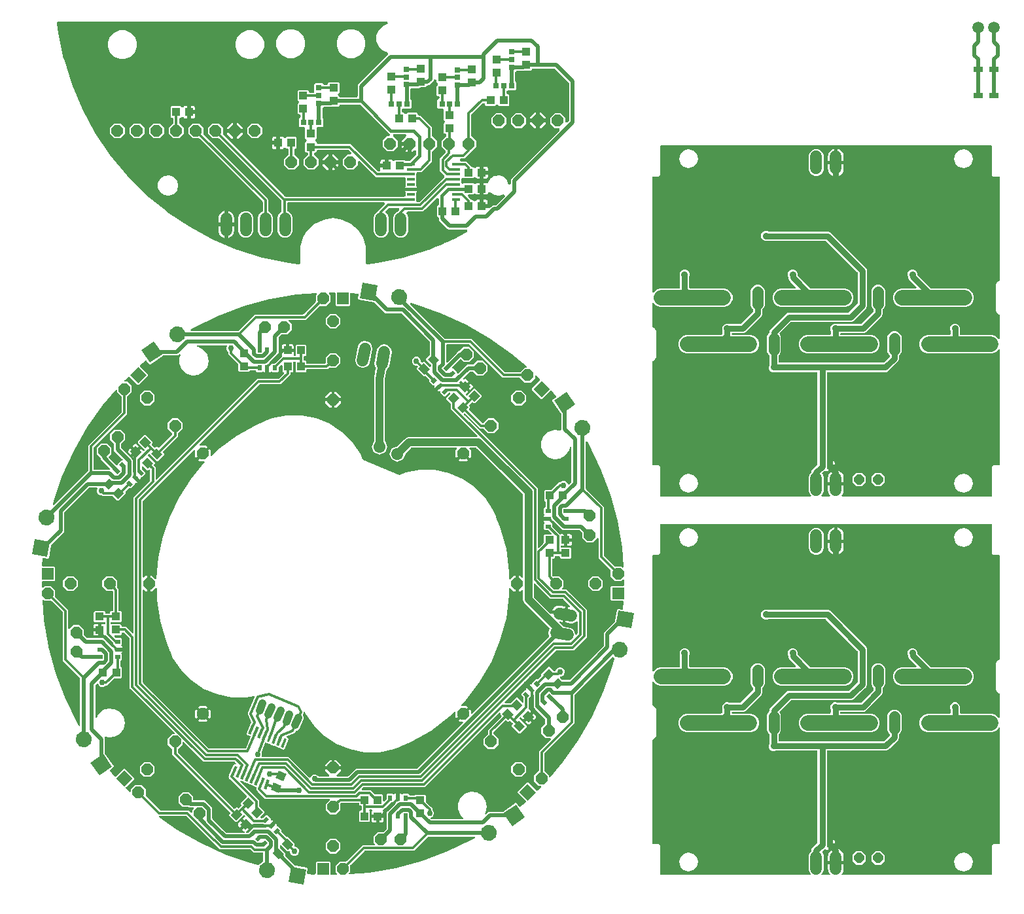
<source format=gbr>
G04 EAGLE Gerber RS-274X export*
G75*
%MOMM*%
%FSLAX34Y34*%
%LPD*%
%INTop Copper*%
%IPPOS*%
%AMOC8*
5,1,8,0,0,1.08239X$1,22.5*%
G01*
%ADD10C,1.524000*%
%ADD11C,2.000000*%
%ADD12C,1.400000*%
%ADD13P,1.415766X8X22.500000*%
%ADD14R,0.800000X0.800000*%
%ADD15P,1.632244X8X180.000000*%
%ADD16P,1.632244X8X337.500000*%
%ADD17P,1.632244X8X292.500000*%
%ADD18R,1.000000X1.100000*%
%ADD19R,1.100000X1.000000*%
%ADD20P,1.632244X8X22.500000*%
%ADD21R,1.260000X0.360000*%
%ADD22C,1.008000*%
%ADD23R,1.524000X1.524000*%
%ADD24P,1.649562X8X292.500000*%
%ADD25R,0.500000X0.700000*%
%ADD26R,0.700000X0.500000*%
%ADD27R,1.524000X1.524000*%
%ADD28P,1.649562X8X247.500000*%
%ADD29P,1.649562X8X202.500000*%
%ADD30P,1.632244X8X247.500000*%
%ADD31P,1.649562X8X157.500000*%
%ADD32P,1.632244X8X202.500000*%
%ADD33P,1.649562X8X112.500000*%
%ADD34P,1.632244X8X157.500000*%
%ADD35P,1.649562X8X67.500000*%
%ADD36P,1.632244X8X112.500000*%
%ADD37P,1.649562X8X22.500000*%
%ADD38P,1.632244X8X67.500000*%
%ADD39P,1.649562X8X337.500000*%
%ADD40R,2.000000X2.000000*%
%ADD41P,2.164780X8X192.500000*%
%ADD42P,2.164780X8X147.500000*%
%ADD43P,2.164780X8X102.500000*%
%ADD44P,2.164780X8X237.500000*%
%ADD45P,2.164780X8X57.500000*%
%ADD46P,2.164780X8X372.500000*%
%ADD47P,2.164780X8X327.500000*%
%ADD48P,2.164780X8X282.500000*%
%ADD49R,1.000000X0.450000*%
%ADD50R,1.200000X0.800000*%
%ADD51C,0.800000*%
%ADD52C,0.906400*%
%ADD53C,0.300000*%
%ADD54C,0.500000*%
%ADD55C,0.756400*%
%ADD56C,1.000000*%
%ADD57C,0.400000*%
%ADD58C,1.500000*%

G36*
X1007653Y503045D02*
X1007653Y503045D01*
X1007685Y503043D01*
X1007792Y503065D01*
X1007900Y503081D01*
X1007930Y503094D01*
X1007961Y503100D01*
X1008058Y503152D01*
X1008157Y503197D01*
X1008182Y503218D01*
X1008210Y503233D01*
X1008288Y503309D01*
X1008372Y503380D01*
X1008389Y503407D01*
X1008412Y503430D01*
X1008466Y503525D01*
X1008526Y503616D01*
X1008535Y503647D01*
X1008551Y503675D01*
X1008577Y503781D01*
X1008608Y503886D01*
X1008609Y503918D01*
X1008616Y503949D01*
X1008611Y504059D01*
X1008612Y504168D01*
X1008604Y504199D01*
X1008602Y504231D01*
X1008566Y504334D01*
X1008537Y504440D01*
X1008520Y504467D01*
X1008509Y504498D01*
X1008456Y504571D01*
X1008389Y504680D01*
X1008353Y504712D01*
X1008328Y504747D01*
X1007144Y505930D01*
X1005679Y509466D01*
X1005679Y528534D01*
X1007144Y532070D01*
X1009007Y533932D01*
X1009064Y534009D01*
X1009129Y534081D01*
X1009149Y534122D01*
X1009176Y534158D01*
X1009210Y534248D01*
X1009252Y534334D01*
X1009258Y534376D01*
X1009275Y534422D01*
X1009285Y534549D01*
X1009299Y534639D01*
X1009299Y535494D01*
X1010213Y537699D01*
X1016707Y544193D01*
X1016764Y544270D01*
X1016829Y544341D01*
X1016849Y544382D01*
X1016876Y544418D01*
X1016910Y544509D01*
X1016952Y544595D01*
X1016958Y544637D01*
X1016975Y544682D01*
X1016985Y544810D01*
X1016999Y544899D01*
X1016999Y663000D01*
X1016990Y663064D01*
X1016991Y663128D01*
X1016970Y663203D01*
X1016959Y663279D01*
X1016933Y663338D01*
X1016916Y663400D01*
X1016875Y663466D01*
X1016843Y663536D01*
X1016801Y663585D01*
X1016768Y663640D01*
X1016710Y663692D01*
X1016660Y663750D01*
X1016606Y663786D01*
X1016558Y663829D01*
X1016489Y663862D01*
X1016424Y663905D01*
X1016362Y663924D01*
X1016305Y663952D01*
X1016235Y663963D01*
X1016154Y663987D01*
X1016069Y663988D01*
X1016000Y663999D01*
X963283Y663999D01*
X963241Y663993D01*
X963200Y663996D01*
X963116Y663976D01*
X963003Y663959D01*
X962950Y663935D01*
X962900Y663923D01*
X961799Y663467D01*
X959201Y663467D01*
X956799Y664462D01*
X954962Y666299D01*
X953967Y668701D01*
X953967Y671299D01*
X954423Y672400D01*
X954434Y672441D01*
X954452Y672478D01*
X954465Y672563D01*
X954493Y672673D01*
X954491Y672732D01*
X954499Y672783D01*
X954499Y684858D01*
X954486Y684953D01*
X954481Y685049D01*
X954466Y685092D01*
X954459Y685137D01*
X954420Y685225D01*
X954388Y685315D01*
X954363Y685350D01*
X954343Y685394D01*
X954260Y685491D01*
X954207Y685564D01*
X952870Y686901D01*
X951499Y690210D01*
X951499Y709790D01*
X952870Y713099D01*
X954207Y714436D01*
X954264Y714512D01*
X954329Y714584D01*
X954349Y714625D01*
X954376Y714661D01*
X954410Y714751D01*
X954452Y714838D01*
X954458Y714880D01*
X954475Y714925D01*
X954485Y715053D01*
X954499Y715142D01*
X954499Y716694D01*
X955413Y718899D01*
X957241Y720728D01*
X974772Y738259D01*
X976601Y740087D01*
X978806Y741001D01*
X1057101Y741001D01*
X1057195Y741014D01*
X1057292Y741019D01*
X1057335Y741034D01*
X1057380Y741041D01*
X1057467Y741080D01*
X1057558Y741112D01*
X1057593Y741137D01*
X1057637Y741157D01*
X1057734Y741240D01*
X1057807Y741293D01*
X1068707Y752193D01*
X1068764Y752270D01*
X1068829Y752341D01*
X1068849Y752382D01*
X1068876Y752418D01*
X1068910Y752509D01*
X1068952Y752595D01*
X1068958Y752637D01*
X1068975Y752682D01*
X1068985Y752810D01*
X1068999Y752899D01*
X1068999Y792101D01*
X1068986Y792195D01*
X1068981Y792292D01*
X1068966Y792335D01*
X1068959Y792380D01*
X1068920Y792467D01*
X1068888Y792558D01*
X1068863Y792593D01*
X1068843Y792637D01*
X1068760Y792734D01*
X1068707Y792807D01*
X1027807Y833707D01*
X1027730Y833764D01*
X1027659Y833829D01*
X1027618Y833849D01*
X1027582Y833876D01*
X1027492Y833910D01*
X1027405Y833952D01*
X1027363Y833958D01*
X1027318Y833975D01*
X1027190Y833985D01*
X1027101Y833999D01*
X953315Y833999D01*
X953273Y833993D01*
X953232Y833996D01*
X953148Y833976D01*
X953035Y833959D01*
X952982Y833935D01*
X952932Y833923D01*
X951831Y833467D01*
X949233Y833467D01*
X946831Y834462D01*
X944994Y836299D01*
X943999Y838701D01*
X943999Y841299D01*
X944994Y843701D01*
X946831Y845538D01*
X949233Y846533D01*
X951831Y846533D01*
X952932Y846077D01*
X952973Y846066D01*
X953010Y846048D01*
X953095Y846035D01*
X953205Y846007D01*
X953264Y846009D01*
X953315Y846001D01*
X1031194Y846001D01*
X1033399Y845087D01*
X1035228Y843259D01*
X1078259Y800228D01*
X1080087Y798399D01*
X1081001Y796194D01*
X1081001Y748806D01*
X1080087Y746601D01*
X1063399Y729913D01*
X1061194Y728999D01*
X982899Y728999D01*
X982805Y728986D01*
X982708Y728981D01*
X982665Y728966D01*
X982620Y728959D01*
X982533Y728920D01*
X982442Y728888D01*
X982407Y728863D01*
X982363Y728843D01*
X982266Y728760D01*
X982193Y728707D01*
X968064Y714578D01*
X968048Y714557D01*
X968031Y714542D01*
X968013Y714514D01*
X967980Y714482D01*
X967941Y714414D01*
X967895Y714352D01*
X967878Y714308D01*
X967877Y714306D01*
X967875Y714299D01*
X967872Y714292D01*
X967841Y714236D01*
X967823Y714161D01*
X967795Y714088D01*
X967790Y714024D01*
X967776Y713962D01*
X967780Y713884D01*
X967774Y713807D01*
X967787Y713744D01*
X967790Y713680D01*
X967815Y713607D01*
X967831Y713531D01*
X967861Y713474D01*
X967882Y713414D01*
X967924Y713357D01*
X967964Y713282D01*
X968023Y713221D01*
X968064Y713165D01*
X968130Y713098D01*
X969501Y709790D01*
X969501Y690210D01*
X968130Y686901D01*
X966793Y685564D01*
X966736Y685488D01*
X966671Y685416D01*
X966651Y685375D01*
X966624Y685339D01*
X966590Y685249D01*
X966548Y685162D01*
X966542Y685120D01*
X966525Y685075D01*
X966515Y684947D01*
X966501Y684858D01*
X966501Y677000D01*
X966510Y676936D01*
X966509Y676872D01*
X966530Y676797D01*
X966541Y676721D01*
X966567Y676662D01*
X966584Y676600D01*
X966625Y676534D01*
X966657Y676464D01*
X966699Y676415D01*
X966732Y676360D01*
X966790Y676308D01*
X966840Y676250D01*
X966894Y676214D01*
X966942Y676171D01*
X967011Y676138D01*
X967076Y676095D01*
X967138Y676076D01*
X967195Y676048D01*
X967265Y676037D01*
X967346Y676013D01*
X967431Y676012D01*
X967500Y676001D01*
X1102101Y676001D01*
X1102195Y676014D01*
X1102292Y676019D01*
X1102335Y676034D01*
X1102380Y676041D01*
X1102467Y676080D01*
X1102558Y676112D01*
X1102593Y676137D01*
X1102637Y676157D01*
X1102734Y676240D01*
X1102807Y676293D01*
X1110207Y683693D01*
X1110264Y683770D01*
X1110329Y683841D01*
X1110349Y683882D01*
X1110376Y683918D01*
X1110410Y684009D01*
X1110452Y684095D01*
X1110458Y684137D01*
X1110475Y684182D01*
X1110485Y684310D01*
X1110499Y684399D01*
X1110499Y684858D01*
X1110486Y684953D01*
X1110481Y685049D01*
X1110466Y685092D01*
X1110459Y685137D01*
X1110420Y685225D01*
X1110388Y685315D01*
X1110363Y685350D01*
X1110343Y685394D01*
X1110260Y685491D01*
X1110207Y685564D01*
X1108870Y686901D01*
X1107499Y690210D01*
X1107499Y709790D01*
X1108870Y713099D01*
X1111401Y715630D01*
X1114710Y717001D01*
X1118290Y717001D01*
X1121599Y715630D01*
X1124130Y713099D01*
X1125501Y709790D01*
X1125501Y690210D01*
X1124130Y686901D01*
X1122793Y685564D01*
X1122736Y685488D01*
X1122671Y685416D01*
X1122651Y685375D01*
X1122624Y685339D01*
X1122590Y685249D01*
X1122548Y685162D01*
X1122542Y685120D01*
X1122525Y685075D01*
X1122515Y684947D01*
X1122501Y684858D01*
X1122501Y680306D01*
X1121587Y678101D01*
X1108399Y664913D01*
X1106194Y663999D01*
X1030000Y663999D01*
X1029936Y663990D01*
X1029872Y663991D01*
X1029797Y663970D01*
X1029721Y663959D01*
X1029662Y663933D01*
X1029600Y663916D01*
X1029534Y663875D01*
X1029464Y663843D01*
X1029415Y663801D01*
X1029360Y663768D01*
X1029308Y663710D01*
X1029250Y663660D01*
X1029214Y663606D01*
X1029171Y663558D01*
X1029138Y663489D01*
X1029095Y663424D01*
X1029076Y663362D01*
X1029048Y663305D01*
X1029037Y663235D01*
X1029013Y663154D01*
X1029012Y663069D01*
X1029001Y663000D01*
X1029001Y549540D01*
X1029010Y549476D01*
X1029009Y549412D01*
X1029030Y549337D01*
X1029041Y549261D01*
X1029067Y549202D01*
X1029084Y549140D01*
X1029125Y549074D01*
X1029157Y549004D01*
X1029199Y548955D01*
X1029232Y548900D01*
X1029290Y548848D01*
X1029340Y548790D01*
X1029394Y548754D01*
X1029442Y548711D01*
X1029511Y548678D01*
X1029576Y548635D01*
X1029638Y548616D01*
X1029695Y548588D01*
X1029765Y548577D01*
X1029846Y548553D01*
X1029931Y548552D01*
X1030000Y548541D01*
X1031001Y548541D01*
X1031001Y543000D01*
X1031010Y542937D01*
X1031009Y542883D01*
X1031009Y542882D01*
X1031009Y542872D01*
X1031030Y542798D01*
X1031041Y542721D01*
X1031067Y542662D01*
X1031084Y542600D01*
X1031125Y542534D01*
X1031157Y542464D01*
X1031199Y542415D01*
X1031232Y542360D01*
X1031290Y542309D01*
X1031340Y542250D01*
X1031394Y542214D01*
X1031442Y542171D01*
X1031511Y542138D01*
X1031576Y542095D01*
X1031638Y542076D01*
X1031695Y542048D01*
X1031765Y542038D01*
X1031846Y542013D01*
X1031931Y542012D01*
X1032000Y542001D01*
X1033001Y542001D01*
X1033001Y541999D01*
X1032000Y541999D01*
X1031936Y541990D01*
X1031872Y541991D01*
X1031797Y541970D01*
X1031721Y541959D01*
X1031662Y541933D01*
X1031600Y541916D01*
X1031534Y541875D01*
X1031464Y541843D01*
X1031415Y541801D01*
X1031360Y541768D01*
X1031308Y541710D01*
X1031250Y541660D01*
X1031214Y541606D01*
X1031171Y541558D01*
X1031138Y541489D01*
X1031095Y541424D01*
X1031076Y541362D01*
X1031048Y541304D01*
X1031038Y541235D01*
X1031013Y541154D01*
X1031012Y541069D01*
X1031001Y541000D01*
X1031001Y535459D01*
X1028665Y535459D01*
X1028019Y535632D01*
X1027616Y535865D01*
X1027517Y535905D01*
X1027421Y535952D01*
X1027388Y535957D01*
X1027354Y535971D01*
X1027207Y535985D01*
X1027116Y535999D01*
X1025899Y535999D01*
X1025805Y535986D01*
X1025708Y535981D01*
X1025665Y535966D01*
X1025620Y535959D01*
X1025533Y535920D01*
X1025442Y535888D01*
X1025408Y535863D01*
X1025363Y535843D01*
X1025266Y535760D01*
X1025193Y535707D01*
X1023213Y533726D01*
X1023187Y533693D01*
X1023170Y533678D01*
X1023158Y533659D01*
X1023128Y533630D01*
X1023090Y533563D01*
X1023043Y533501D01*
X1023029Y533462D01*
X1023016Y533442D01*
X1023009Y533420D01*
X1022989Y533385D01*
X1022971Y533309D01*
X1022944Y533237D01*
X1022941Y533196D01*
X1022933Y533172D01*
X1022933Y533149D01*
X1022924Y533110D01*
X1022928Y533033D01*
X1022922Y532956D01*
X1022930Y532917D01*
X1022930Y532890D01*
X1022936Y532866D01*
X1022938Y532829D01*
X1022964Y532755D01*
X1022980Y532680D01*
X1022997Y532647D01*
X1023005Y532619D01*
X1023020Y532595D01*
X1023031Y532562D01*
X1023072Y532505D01*
X1023112Y532431D01*
X1023136Y532406D01*
X1023153Y532379D01*
X1023188Y532347D01*
X1023213Y532313D01*
X1023456Y532070D01*
X1024921Y528534D01*
X1024921Y509466D01*
X1023456Y505930D01*
X1022272Y504747D01*
X1022253Y504721D01*
X1022228Y504700D01*
X1022168Y504608D01*
X1022103Y504521D01*
X1022092Y504491D01*
X1022074Y504464D01*
X1022042Y504359D01*
X1022004Y504257D01*
X1022001Y504225D01*
X1021992Y504194D01*
X1021990Y504085D01*
X1021982Y503976D01*
X1021988Y503944D01*
X1021988Y503912D01*
X1022017Y503807D01*
X1022039Y503700D01*
X1022054Y503671D01*
X1022063Y503640D01*
X1022120Y503547D01*
X1022172Y503451D01*
X1022194Y503428D01*
X1022211Y503400D01*
X1022292Y503327D01*
X1022369Y503249D01*
X1022397Y503233D01*
X1022421Y503211D01*
X1022519Y503164D01*
X1022614Y503110D01*
X1022645Y503102D01*
X1022674Y503088D01*
X1022764Y503074D01*
X1022888Y503045D01*
X1022937Y503047D01*
X1022979Y503041D01*
X1032257Y503041D01*
X1032289Y503045D01*
X1032322Y503043D01*
X1032429Y503065D01*
X1032537Y503081D01*
X1032566Y503094D01*
X1032598Y503100D01*
X1032694Y503152D01*
X1032794Y503197D01*
X1032818Y503218D01*
X1032847Y503233D01*
X1032925Y503309D01*
X1033008Y503380D01*
X1033026Y503407D01*
X1033049Y503430D01*
X1033102Y503525D01*
X1033162Y503616D01*
X1033172Y503647D01*
X1033188Y503675D01*
X1033213Y503781D01*
X1033245Y503886D01*
X1033245Y503918D01*
X1033253Y503950D01*
X1033247Y504059D01*
X1033248Y504168D01*
X1033240Y504199D01*
X1033238Y504231D01*
X1033202Y504334D01*
X1033173Y504440D01*
X1033156Y504467D01*
X1033146Y504498D01*
X1033092Y504571D01*
X1033025Y504680D01*
X1032989Y504712D01*
X1032964Y504747D01*
X1032950Y504761D01*
X1032010Y506055D01*
X1031284Y507480D01*
X1030789Y509001D01*
X1030539Y510580D01*
X1030539Y517001D01*
X1039700Y517001D01*
X1039763Y517010D01*
X1039828Y517009D01*
X1039902Y517030D01*
X1039979Y517041D01*
X1040038Y517067D01*
X1040100Y517084D01*
X1040166Y517125D01*
X1040236Y517157D01*
X1040285Y517199D01*
X1040340Y517232D01*
X1040391Y517290D01*
X1040450Y517340D01*
X1040486Y517394D01*
X1040529Y517442D01*
X1040562Y517511D01*
X1040605Y517576D01*
X1040624Y517638D01*
X1040652Y517695D01*
X1040662Y517765D01*
X1040687Y517846D01*
X1040688Y517931D01*
X1040699Y518000D01*
X1040699Y519001D01*
X1040701Y519001D01*
X1040701Y518000D01*
X1040710Y517939D01*
X1040709Y517902D01*
X1040709Y517900D01*
X1040709Y517872D01*
X1040730Y517797D01*
X1040741Y517721D01*
X1040767Y517662D01*
X1040784Y517600D01*
X1040825Y517534D01*
X1040857Y517464D01*
X1040899Y517415D01*
X1040932Y517360D01*
X1040990Y517308D01*
X1041040Y517250D01*
X1041094Y517214D01*
X1041142Y517171D01*
X1041211Y517138D01*
X1041276Y517095D01*
X1041338Y517076D01*
X1041396Y517048D01*
X1041465Y517037D01*
X1041546Y517013D01*
X1041631Y517012D01*
X1041700Y517001D01*
X1050861Y517001D01*
X1050861Y510580D01*
X1050611Y509001D01*
X1050116Y507480D01*
X1049390Y506055D01*
X1048450Y504761D01*
X1048436Y504747D01*
X1048417Y504721D01*
X1048392Y504700D01*
X1048332Y504608D01*
X1048267Y504521D01*
X1048255Y504491D01*
X1048238Y504464D01*
X1048206Y504360D01*
X1048167Y504257D01*
X1048165Y504225D01*
X1048155Y504194D01*
X1048154Y504085D01*
X1048145Y503976D01*
X1048152Y503944D01*
X1048152Y503912D01*
X1048181Y503807D01*
X1048203Y503700D01*
X1048218Y503671D01*
X1048227Y503640D01*
X1048284Y503547D01*
X1048335Y503451D01*
X1048358Y503428D01*
X1048375Y503400D01*
X1048456Y503327D01*
X1048532Y503249D01*
X1048560Y503233D01*
X1048584Y503211D01*
X1048682Y503164D01*
X1048777Y503110D01*
X1048809Y503102D01*
X1048838Y503088D01*
X1048927Y503074D01*
X1049052Y503045D01*
X1049100Y503047D01*
X1049143Y503041D01*
X1241960Y503041D01*
X1242024Y503050D01*
X1242088Y503049D01*
X1242163Y503070D01*
X1242239Y503081D01*
X1242298Y503107D01*
X1242360Y503124D01*
X1242426Y503165D01*
X1242496Y503197D01*
X1242545Y503239D01*
X1242600Y503272D01*
X1242652Y503330D01*
X1242710Y503380D01*
X1242746Y503434D01*
X1242789Y503482D01*
X1242822Y503551D01*
X1242865Y503616D01*
X1242884Y503678D01*
X1242912Y503735D01*
X1242923Y503805D01*
X1242947Y503886D01*
X1242948Y503971D01*
X1242959Y504040D01*
X1242959Y541260D01*
X1244740Y543041D01*
X1251960Y543041D01*
X1252024Y543050D01*
X1252088Y543049D01*
X1252163Y543070D01*
X1252239Y543081D01*
X1252298Y543107D01*
X1252360Y543124D01*
X1252426Y543165D01*
X1252496Y543197D01*
X1252545Y543239D01*
X1252600Y543272D01*
X1252652Y543330D01*
X1252710Y543380D01*
X1252746Y543434D01*
X1252789Y543482D01*
X1252822Y543551D01*
X1252865Y543616D01*
X1252884Y543678D01*
X1252912Y543735D01*
X1252923Y543805D01*
X1252947Y543886D01*
X1252948Y543971D01*
X1252959Y544040D01*
X1252959Y692575D01*
X1252955Y692607D01*
X1252957Y692639D01*
X1252935Y692746D01*
X1252919Y692854D01*
X1252906Y692884D01*
X1252900Y692915D01*
X1252848Y693012D01*
X1252803Y693111D01*
X1252782Y693136D01*
X1252767Y693164D01*
X1252691Y693243D01*
X1252620Y693326D01*
X1252593Y693343D01*
X1252570Y693366D01*
X1252475Y693420D01*
X1252384Y693480D01*
X1252353Y693490D01*
X1252325Y693505D01*
X1252219Y693531D01*
X1252114Y693563D01*
X1252082Y693563D01*
X1252051Y693570D01*
X1251941Y693565D01*
X1251832Y693566D01*
X1251801Y693558D01*
X1251769Y693556D01*
X1251666Y693520D01*
X1251560Y693491D01*
X1251533Y693474D01*
X1251502Y693464D01*
X1251429Y693410D01*
X1251320Y693343D01*
X1251288Y693307D01*
X1251253Y693282D01*
X1247798Y689826D01*
X1243387Y687999D01*
X1158613Y687999D01*
X1154202Y689826D01*
X1150826Y693202D01*
X1148999Y697613D01*
X1148999Y702387D01*
X1150826Y706798D01*
X1154202Y710174D01*
X1158613Y712001D01*
X1188000Y712001D01*
X1188064Y712010D01*
X1188128Y712009D01*
X1188203Y712030D01*
X1188279Y712041D01*
X1188338Y712067D01*
X1188400Y712084D01*
X1188466Y712125D01*
X1188536Y712157D01*
X1188585Y712199D01*
X1188640Y712232D01*
X1188692Y712290D01*
X1188750Y712340D01*
X1188786Y712394D01*
X1188829Y712442D01*
X1188862Y712511D01*
X1188905Y712576D01*
X1188924Y712638D01*
X1188952Y712695D01*
X1188963Y712765D01*
X1188987Y712846D01*
X1188988Y712931D01*
X1188999Y713000D01*
X1188999Y717217D01*
X1188993Y717259D01*
X1188996Y717300D01*
X1188976Y717384D01*
X1188959Y717497D01*
X1188935Y717550D01*
X1188923Y717600D01*
X1188467Y718701D01*
X1188467Y721299D01*
X1189462Y723701D01*
X1191299Y725538D01*
X1193701Y726533D01*
X1196299Y726533D01*
X1198701Y725538D01*
X1200538Y723701D01*
X1201533Y721299D01*
X1201533Y718701D01*
X1201077Y717600D01*
X1201066Y717559D01*
X1201048Y717522D01*
X1201035Y717437D01*
X1201007Y717327D01*
X1201009Y717268D01*
X1201001Y717217D01*
X1201001Y713000D01*
X1201010Y712936D01*
X1201009Y712872D01*
X1201030Y712797D01*
X1201041Y712721D01*
X1201067Y712662D01*
X1201084Y712600D01*
X1201125Y712534D01*
X1201157Y712464D01*
X1201199Y712415D01*
X1201232Y712360D01*
X1201290Y712308D01*
X1201340Y712250D01*
X1201394Y712214D01*
X1201442Y712171D01*
X1201511Y712138D01*
X1201576Y712095D01*
X1201638Y712076D01*
X1201695Y712048D01*
X1201765Y712037D01*
X1201846Y712013D01*
X1201931Y712012D01*
X1202000Y712001D01*
X1243387Y712001D01*
X1247798Y710174D01*
X1251253Y706718D01*
X1251279Y706699D01*
X1251300Y706674D01*
X1251392Y706614D01*
X1251479Y706549D01*
X1251509Y706537D01*
X1251536Y706520D01*
X1251641Y706488D01*
X1251743Y706449D01*
X1251775Y706447D01*
X1251806Y706437D01*
X1251915Y706436D01*
X1252024Y706428D01*
X1252056Y706434D01*
X1252088Y706434D01*
X1252193Y706463D01*
X1252300Y706485D01*
X1252329Y706500D01*
X1252360Y706509D01*
X1252453Y706566D01*
X1252549Y706618D01*
X1252572Y706640D01*
X1252600Y706657D01*
X1252673Y706738D01*
X1252751Y706814D01*
X1252767Y706842D01*
X1252789Y706866D01*
X1252836Y706965D01*
X1252890Y707060D01*
X1252898Y707091D01*
X1252912Y707120D01*
X1252926Y707209D01*
X1252955Y707334D01*
X1252953Y707383D01*
X1252959Y707425D01*
X1252959Y736894D01*
X1252951Y736955D01*
X1252951Y736993D01*
X1252946Y737010D01*
X1252945Y737064D01*
X1252927Y737118D01*
X1252919Y737173D01*
X1252884Y737251D01*
X1252858Y737332D01*
X1252826Y737379D01*
X1252803Y737430D01*
X1252748Y737495D01*
X1252700Y737566D01*
X1252659Y737599D01*
X1252620Y737644D01*
X1252526Y737706D01*
X1252460Y737759D01*
X1250114Y739114D01*
X1247959Y742845D01*
X1247959Y777155D01*
X1250114Y780886D01*
X1252460Y782241D01*
X1252527Y782293D01*
X1252600Y782338D01*
X1252637Y782380D01*
X1252682Y782415D01*
X1252731Y782484D01*
X1252789Y782548D01*
X1252813Y782598D01*
X1252846Y782644D01*
X1252874Y782724D01*
X1252912Y782801D01*
X1252920Y782853D01*
X1252940Y782910D01*
X1252946Y783022D01*
X1252959Y783106D01*
X1252959Y915960D01*
X1252950Y916024D01*
X1252951Y916088D01*
X1252930Y916163D01*
X1252919Y916239D01*
X1252893Y916298D01*
X1252876Y916360D01*
X1252835Y916426D01*
X1252803Y916496D01*
X1252761Y916545D01*
X1252728Y916600D01*
X1252670Y916652D01*
X1252620Y916710D01*
X1252566Y916746D01*
X1252518Y916789D01*
X1252449Y916822D01*
X1252384Y916865D01*
X1252322Y916884D01*
X1252265Y916912D01*
X1252195Y916923D01*
X1252114Y916947D01*
X1252029Y916948D01*
X1251960Y916959D01*
X1244740Y916959D01*
X1242959Y918740D01*
X1242959Y955960D01*
X1242950Y956024D01*
X1242951Y956088D01*
X1242930Y956163D01*
X1242919Y956239D01*
X1242893Y956298D01*
X1242876Y956360D01*
X1242835Y956426D01*
X1242803Y956496D01*
X1242761Y956545D01*
X1242728Y956600D01*
X1242670Y956652D01*
X1242620Y956710D01*
X1242566Y956746D01*
X1242518Y956789D01*
X1242449Y956822D01*
X1242384Y956865D01*
X1242322Y956884D01*
X1242265Y956912D01*
X1242195Y956923D01*
X1242114Y956947D01*
X1242029Y956948D01*
X1241960Y956959D01*
X814040Y956959D01*
X813976Y956950D01*
X813912Y956951D01*
X813837Y956930D01*
X813761Y956919D01*
X813702Y956893D01*
X813640Y956876D01*
X813574Y956835D01*
X813504Y956803D01*
X813455Y956761D01*
X813400Y956728D01*
X813348Y956670D01*
X813290Y956620D01*
X813254Y956566D01*
X813211Y956518D01*
X813178Y956449D01*
X813135Y956384D01*
X813116Y956322D01*
X813088Y956265D01*
X813077Y956195D01*
X813053Y956114D01*
X813052Y956029D01*
X813041Y955960D01*
X813041Y918740D01*
X811260Y916959D01*
X804040Y916959D01*
X803976Y916950D01*
X803912Y916951D01*
X803837Y916930D01*
X803761Y916919D01*
X803702Y916893D01*
X803640Y916876D01*
X803574Y916835D01*
X803504Y916803D01*
X803455Y916761D01*
X803400Y916728D01*
X803348Y916670D01*
X803290Y916620D01*
X803254Y916566D01*
X803211Y916518D01*
X803178Y916449D01*
X803135Y916384D01*
X803116Y916322D01*
X803088Y916265D01*
X803077Y916195D01*
X803053Y916114D01*
X803052Y916029D01*
X803041Y915960D01*
X803041Y767425D01*
X803045Y767393D01*
X803043Y767361D01*
X803065Y767254D01*
X803081Y767146D01*
X803094Y767116D01*
X803100Y767085D01*
X803152Y766988D01*
X803197Y766889D01*
X803218Y766864D01*
X803233Y766836D01*
X803309Y766757D01*
X803380Y766674D01*
X803407Y766657D01*
X803430Y766634D01*
X803525Y766580D01*
X803616Y766520D01*
X803647Y766510D01*
X803675Y766495D01*
X803781Y766469D01*
X803886Y766437D01*
X803918Y766437D01*
X803949Y766430D01*
X804059Y766435D01*
X804168Y766434D01*
X804199Y766442D01*
X804231Y766444D01*
X804334Y766480D01*
X804440Y766509D01*
X804467Y766526D01*
X804498Y766536D01*
X804571Y766590D01*
X804680Y766657D01*
X804712Y766693D01*
X804747Y766718D01*
X808202Y770174D01*
X812613Y772001D01*
X838000Y772001D01*
X838064Y772010D01*
X838128Y772009D01*
X838203Y772030D01*
X838279Y772041D01*
X838338Y772067D01*
X838400Y772084D01*
X838466Y772125D01*
X838536Y772157D01*
X838585Y772199D01*
X838640Y772232D01*
X838692Y772290D01*
X838750Y772340D01*
X838786Y772394D01*
X838829Y772442D01*
X838862Y772511D01*
X838905Y772576D01*
X838924Y772638D01*
X838952Y772695D01*
X838963Y772765D01*
X838987Y772846D01*
X838988Y772931D01*
X838999Y773000D01*
X838999Y787217D01*
X838993Y787259D01*
X838996Y787300D01*
X838976Y787384D01*
X838959Y787497D01*
X838935Y787550D01*
X838923Y787600D01*
X838467Y788701D01*
X838467Y791299D01*
X839462Y793701D01*
X841299Y795538D01*
X843701Y796533D01*
X846299Y796533D01*
X848701Y795538D01*
X850538Y793701D01*
X851533Y791299D01*
X851533Y788701D01*
X851077Y787600D01*
X851066Y787559D01*
X851048Y787522D01*
X851035Y787437D01*
X851007Y787327D01*
X851009Y787268D01*
X851001Y787217D01*
X851001Y773000D01*
X851010Y772936D01*
X851009Y772872D01*
X851030Y772797D01*
X851041Y772721D01*
X851067Y772662D01*
X851084Y772600D01*
X851125Y772534D01*
X851157Y772464D01*
X851199Y772415D01*
X851232Y772360D01*
X851290Y772308D01*
X851340Y772250D01*
X851394Y772214D01*
X851442Y772171D01*
X851511Y772138D01*
X851576Y772095D01*
X851638Y772076D01*
X851695Y772048D01*
X851765Y772037D01*
X851846Y772013D01*
X851931Y772012D01*
X852000Y772001D01*
X897387Y772001D01*
X901798Y770174D01*
X905174Y766798D01*
X907001Y762387D01*
X907001Y757613D01*
X905174Y753202D01*
X901798Y749826D01*
X897387Y747999D01*
X812613Y747999D01*
X808202Y749826D01*
X804747Y753282D01*
X804721Y753301D01*
X804700Y753326D01*
X804608Y753386D01*
X804521Y753451D01*
X804491Y753463D01*
X804464Y753480D01*
X804359Y753512D01*
X804257Y753551D01*
X804225Y753553D01*
X804194Y753563D01*
X804085Y753564D01*
X803976Y753572D01*
X803944Y753566D01*
X803912Y753566D01*
X803807Y753537D01*
X803700Y753515D01*
X803671Y753500D01*
X803640Y753491D01*
X803547Y753434D01*
X803451Y753382D01*
X803428Y753360D01*
X803400Y753343D01*
X803327Y753262D01*
X803249Y753186D01*
X803233Y753158D01*
X803211Y753134D01*
X803164Y753035D01*
X803110Y752940D01*
X803102Y752909D01*
X803088Y752880D01*
X803074Y752791D01*
X803045Y752666D01*
X803047Y752617D01*
X803041Y752575D01*
X803041Y723106D01*
X803053Y723021D01*
X803055Y722936D01*
X803073Y722882D01*
X803081Y722827D01*
X803116Y722749D01*
X803142Y722668D01*
X803174Y722621D01*
X803197Y722570D01*
X803252Y722505D01*
X803300Y722434D01*
X803341Y722401D01*
X803380Y722356D01*
X803474Y722294D01*
X803540Y722241D01*
X805886Y720886D01*
X808041Y717155D01*
X808041Y682845D01*
X805886Y679114D01*
X803540Y677759D01*
X803534Y677754D01*
X803532Y677753D01*
X803522Y677745D01*
X803473Y677707D01*
X803400Y677662D01*
X803363Y677620D01*
X803318Y677585D01*
X803269Y677516D01*
X803211Y677452D01*
X803187Y677402D01*
X803154Y677356D01*
X803126Y677276D01*
X803088Y677199D01*
X803080Y677147D01*
X803060Y677090D01*
X803054Y676978D01*
X803041Y676894D01*
X803041Y544040D01*
X803050Y543976D01*
X803049Y543912D01*
X803070Y543837D01*
X803081Y543761D01*
X803107Y543702D01*
X803124Y543640D01*
X803165Y543574D01*
X803197Y543504D01*
X803239Y543455D01*
X803272Y543400D01*
X803330Y543348D01*
X803380Y543290D01*
X803434Y543254D01*
X803482Y543211D01*
X803551Y543178D01*
X803616Y543135D01*
X803678Y543116D01*
X803735Y543088D01*
X803805Y543077D01*
X803886Y543053D01*
X803971Y543052D01*
X804040Y543041D01*
X811260Y543041D01*
X813041Y541260D01*
X813041Y504040D01*
X813050Y503976D01*
X813049Y503912D01*
X813070Y503837D01*
X813081Y503761D01*
X813107Y503702D01*
X813124Y503640D01*
X813165Y503574D01*
X813197Y503504D01*
X813239Y503455D01*
X813272Y503400D01*
X813330Y503348D01*
X813380Y503290D01*
X813434Y503254D01*
X813482Y503211D01*
X813551Y503178D01*
X813616Y503135D01*
X813678Y503116D01*
X813735Y503088D01*
X813805Y503077D01*
X813886Y503053D01*
X813971Y503052D01*
X814040Y503041D01*
X1007621Y503041D01*
X1007653Y503045D01*
G37*
G36*
X1007653Y13045D02*
X1007653Y13045D01*
X1007685Y13043D01*
X1007792Y13065D01*
X1007900Y13081D01*
X1007930Y13094D01*
X1007961Y13100D01*
X1008058Y13152D01*
X1008157Y13197D01*
X1008182Y13218D01*
X1008210Y13233D01*
X1008288Y13309D01*
X1008372Y13380D01*
X1008389Y13407D01*
X1008412Y13430D01*
X1008466Y13525D01*
X1008526Y13616D01*
X1008535Y13647D01*
X1008551Y13675D01*
X1008577Y13781D01*
X1008608Y13886D01*
X1008609Y13918D01*
X1008616Y13949D01*
X1008611Y14059D01*
X1008612Y14168D01*
X1008604Y14199D01*
X1008602Y14231D01*
X1008566Y14334D01*
X1008537Y14440D01*
X1008520Y14467D01*
X1008509Y14498D01*
X1008456Y14571D01*
X1008389Y14680D01*
X1008353Y14712D01*
X1008328Y14747D01*
X1007144Y15930D01*
X1005679Y19466D01*
X1005679Y38534D01*
X1007144Y42070D01*
X1009007Y43932D01*
X1009064Y44009D01*
X1009129Y44081D01*
X1009149Y44122D01*
X1009176Y44158D01*
X1009210Y44248D01*
X1009252Y44334D01*
X1009258Y44376D01*
X1009275Y44422D01*
X1009285Y44549D01*
X1009299Y44639D01*
X1009299Y45494D01*
X1010213Y47699D01*
X1016707Y54193D01*
X1016764Y54270D01*
X1016829Y54341D01*
X1016849Y54382D01*
X1016876Y54418D01*
X1016910Y54508D01*
X1016952Y54595D01*
X1016958Y54637D01*
X1016975Y54682D01*
X1016985Y54810D01*
X1016999Y54899D01*
X1016999Y173000D01*
X1016990Y173064D01*
X1016991Y173128D01*
X1016970Y173203D01*
X1016959Y173279D01*
X1016933Y173338D01*
X1016916Y173400D01*
X1016875Y173466D01*
X1016843Y173536D01*
X1016801Y173585D01*
X1016768Y173640D01*
X1016710Y173692D01*
X1016660Y173750D01*
X1016606Y173786D01*
X1016558Y173829D01*
X1016489Y173862D01*
X1016424Y173905D01*
X1016362Y173924D01*
X1016305Y173952D01*
X1016235Y173963D01*
X1016154Y173987D01*
X1016069Y173988D01*
X1016000Y173999D01*
X963283Y173999D01*
X963241Y173993D01*
X963200Y173996D01*
X963116Y173976D01*
X963003Y173959D01*
X962950Y173935D01*
X962900Y173923D01*
X961799Y173467D01*
X959201Y173467D01*
X956799Y174462D01*
X954962Y176299D01*
X953967Y178701D01*
X953967Y181299D01*
X954423Y182400D01*
X954434Y182441D01*
X954452Y182478D01*
X954465Y182563D01*
X954493Y182673D01*
X954491Y182732D01*
X954499Y182783D01*
X954499Y194858D01*
X954486Y194953D01*
X954481Y195049D01*
X954466Y195092D01*
X954459Y195137D01*
X954420Y195225D01*
X954388Y195315D01*
X954363Y195350D01*
X954343Y195394D01*
X954260Y195491D01*
X954207Y195564D01*
X952870Y196901D01*
X951499Y200210D01*
X951499Y219790D01*
X952870Y223099D01*
X954207Y224436D01*
X954264Y224512D01*
X954329Y224584D01*
X954349Y224625D01*
X954376Y224661D01*
X954410Y224751D01*
X954452Y224838D01*
X954458Y224880D01*
X954475Y224925D01*
X954485Y225053D01*
X954499Y225142D01*
X954499Y226694D01*
X955413Y228899D01*
X976601Y250087D01*
X978806Y251001D01*
X1057101Y251001D01*
X1057195Y251014D01*
X1057292Y251019D01*
X1057335Y251034D01*
X1057380Y251041D01*
X1057467Y251080D01*
X1057558Y251112D01*
X1057593Y251137D01*
X1057637Y251157D01*
X1057734Y251240D01*
X1057807Y251293D01*
X1068707Y262193D01*
X1068764Y262270D01*
X1068829Y262341D01*
X1068849Y262382D01*
X1068876Y262418D01*
X1068910Y262509D01*
X1068952Y262595D01*
X1068958Y262637D01*
X1068975Y262682D01*
X1068985Y262810D01*
X1068999Y262899D01*
X1068999Y302101D01*
X1068986Y302195D01*
X1068981Y302292D01*
X1068966Y302335D01*
X1068959Y302380D01*
X1068920Y302467D01*
X1068888Y302558D01*
X1068863Y302593D01*
X1068843Y302637D01*
X1068760Y302734D01*
X1068707Y302807D01*
X1027807Y343707D01*
X1027730Y343764D01*
X1027659Y343829D01*
X1027618Y343849D01*
X1027582Y343876D01*
X1027491Y343910D01*
X1027405Y343952D01*
X1027363Y343958D01*
X1027318Y343975D01*
X1027190Y343985D01*
X1027101Y343999D01*
X953315Y343999D01*
X953273Y343993D01*
X953232Y343996D01*
X953148Y343976D01*
X953035Y343959D01*
X952982Y343935D01*
X952932Y343923D01*
X951831Y343467D01*
X949233Y343467D01*
X946831Y344462D01*
X944994Y346299D01*
X943999Y348701D01*
X943999Y351299D01*
X944994Y353701D01*
X946831Y355538D01*
X949233Y356533D01*
X951831Y356533D01*
X952932Y356077D01*
X952973Y356066D01*
X953010Y356048D01*
X953095Y356035D01*
X953205Y356007D01*
X953264Y356009D01*
X953315Y356001D01*
X1031194Y356001D01*
X1033399Y355087D01*
X1080087Y308399D01*
X1081001Y306194D01*
X1081001Y258806D01*
X1080087Y256601D01*
X1078259Y254772D01*
X1065228Y241741D01*
X1063399Y239913D01*
X1061194Y238999D01*
X982899Y238999D01*
X982805Y238986D01*
X982708Y238981D01*
X982665Y238966D01*
X982620Y238959D01*
X982533Y238920D01*
X982442Y238888D01*
X982407Y238863D01*
X982363Y238843D01*
X982266Y238760D01*
X982193Y238707D01*
X968064Y224578D01*
X968048Y224557D01*
X968031Y224542D01*
X968013Y224514D01*
X967980Y224482D01*
X967941Y224414D01*
X967895Y224352D01*
X967878Y224308D01*
X967877Y224306D01*
X967875Y224299D01*
X967872Y224292D01*
X967841Y224236D01*
X967823Y224161D01*
X967795Y224088D01*
X967790Y224024D01*
X967776Y223962D01*
X967780Y223884D01*
X967774Y223807D01*
X967787Y223744D01*
X967790Y223680D01*
X967815Y223607D01*
X967831Y223531D01*
X967861Y223474D01*
X967882Y223414D01*
X967924Y223357D01*
X967964Y223282D01*
X968023Y223221D01*
X968064Y223165D01*
X968130Y223098D01*
X969501Y219790D01*
X969501Y200210D01*
X968130Y196901D01*
X966793Y195564D01*
X966736Y195488D01*
X966671Y195416D01*
X966651Y195375D01*
X966624Y195339D01*
X966590Y195249D01*
X966548Y195162D01*
X966542Y195120D01*
X966525Y195075D01*
X966515Y194947D01*
X966501Y194858D01*
X966501Y187000D01*
X966510Y186936D01*
X966509Y186872D01*
X966530Y186797D01*
X966541Y186721D01*
X966567Y186662D01*
X966584Y186600D01*
X966625Y186534D01*
X966657Y186464D01*
X966699Y186415D01*
X966732Y186360D01*
X966790Y186308D01*
X966840Y186250D01*
X966894Y186214D01*
X966942Y186171D01*
X967011Y186138D01*
X967076Y186095D01*
X967138Y186076D01*
X967195Y186048D01*
X967265Y186037D01*
X967346Y186013D01*
X967431Y186012D01*
X967500Y186001D01*
X1102101Y186001D01*
X1102195Y186014D01*
X1102292Y186019D01*
X1102335Y186034D01*
X1102380Y186041D01*
X1102467Y186080D01*
X1102558Y186112D01*
X1102593Y186137D01*
X1102637Y186157D01*
X1102734Y186240D01*
X1102807Y186293D01*
X1110207Y193693D01*
X1110264Y193770D01*
X1110329Y193841D01*
X1110349Y193882D01*
X1110376Y193918D01*
X1110410Y194008D01*
X1110452Y194095D01*
X1110458Y194137D01*
X1110475Y194182D01*
X1110485Y194310D01*
X1110499Y194399D01*
X1110499Y194858D01*
X1110486Y194953D01*
X1110481Y195049D01*
X1110466Y195092D01*
X1110459Y195137D01*
X1110420Y195225D01*
X1110388Y195315D01*
X1110363Y195350D01*
X1110343Y195394D01*
X1110260Y195491D01*
X1110207Y195564D01*
X1108870Y196901D01*
X1107499Y200210D01*
X1107499Y219790D01*
X1108870Y223099D01*
X1111401Y225630D01*
X1114710Y227001D01*
X1118290Y227001D01*
X1121599Y225630D01*
X1124130Y223099D01*
X1125501Y219790D01*
X1125501Y200210D01*
X1124130Y196901D01*
X1122793Y195564D01*
X1122736Y195488D01*
X1122671Y195416D01*
X1122651Y195375D01*
X1122624Y195339D01*
X1122590Y195249D01*
X1122548Y195162D01*
X1122542Y195120D01*
X1122525Y195075D01*
X1122515Y194947D01*
X1122501Y194858D01*
X1122501Y190306D01*
X1121587Y188101D01*
X1119759Y186272D01*
X1110228Y176741D01*
X1108399Y174913D01*
X1106194Y173999D01*
X1030000Y173999D01*
X1029936Y173990D01*
X1029872Y173991D01*
X1029797Y173970D01*
X1029721Y173959D01*
X1029662Y173933D01*
X1029600Y173916D01*
X1029534Y173875D01*
X1029464Y173843D01*
X1029415Y173801D01*
X1029360Y173768D01*
X1029308Y173710D01*
X1029250Y173660D01*
X1029214Y173606D01*
X1029171Y173558D01*
X1029138Y173489D01*
X1029095Y173424D01*
X1029076Y173362D01*
X1029048Y173305D01*
X1029037Y173235D01*
X1029013Y173154D01*
X1029012Y173069D01*
X1029001Y173000D01*
X1029001Y59540D01*
X1029010Y59476D01*
X1029009Y59412D01*
X1029030Y59337D01*
X1029041Y59261D01*
X1029067Y59202D01*
X1029084Y59140D01*
X1029125Y59074D01*
X1029157Y59004D01*
X1029199Y58955D01*
X1029232Y58900D01*
X1029290Y58848D01*
X1029340Y58790D01*
X1029394Y58754D01*
X1029442Y58711D01*
X1029511Y58678D01*
X1029576Y58635D01*
X1029638Y58616D01*
X1029695Y58588D01*
X1029765Y58577D01*
X1029846Y58553D01*
X1029931Y58552D01*
X1030000Y58541D01*
X1031001Y58541D01*
X1031001Y53000D01*
X1031010Y52937D01*
X1031009Y52883D01*
X1031009Y52882D01*
X1031009Y52872D01*
X1031030Y52798D01*
X1031041Y52721D01*
X1031067Y52662D01*
X1031084Y52600D01*
X1031125Y52534D01*
X1031157Y52464D01*
X1031199Y52415D01*
X1031232Y52360D01*
X1031290Y52309D01*
X1031340Y52250D01*
X1031394Y52214D01*
X1031442Y52171D01*
X1031511Y52138D01*
X1031576Y52095D01*
X1031638Y52076D01*
X1031695Y52048D01*
X1031765Y52038D01*
X1031846Y52013D01*
X1031931Y52012D01*
X1032000Y52001D01*
X1033001Y52001D01*
X1033001Y51999D01*
X1032000Y51999D01*
X1031936Y51990D01*
X1031872Y51991D01*
X1031797Y51970D01*
X1031721Y51959D01*
X1031662Y51933D01*
X1031600Y51916D01*
X1031534Y51875D01*
X1031464Y51843D01*
X1031415Y51801D01*
X1031360Y51768D01*
X1031308Y51710D01*
X1031250Y51660D01*
X1031214Y51606D01*
X1031171Y51558D01*
X1031138Y51489D01*
X1031095Y51424D01*
X1031076Y51362D01*
X1031048Y51304D01*
X1031038Y51235D01*
X1031013Y51154D01*
X1031012Y51069D01*
X1031001Y51000D01*
X1031001Y45459D01*
X1028665Y45459D01*
X1028019Y45632D01*
X1027616Y45865D01*
X1027517Y45905D01*
X1027421Y45952D01*
X1027388Y45957D01*
X1027354Y45971D01*
X1027207Y45985D01*
X1027116Y45999D01*
X1025899Y45999D01*
X1025805Y45986D01*
X1025708Y45981D01*
X1025665Y45966D01*
X1025620Y45959D01*
X1025533Y45920D01*
X1025442Y45888D01*
X1025407Y45863D01*
X1025363Y45843D01*
X1025266Y45760D01*
X1025193Y45707D01*
X1023213Y43726D01*
X1023187Y43693D01*
X1023170Y43678D01*
X1023158Y43659D01*
X1023128Y43630D01*
X1023090Y43563D01*
X1023043Y43501D01*
X1023029Y43462D01*
X1023016Y43442D01*
X1023009Y43420D01*
X1022989Y43385D01*
X1022971Y43309D01*
X1022944Y43237D01*
X1022941Y43196D01*
X1022933Y43172D01*
X1022933Y43149D01*
X1022924Y43110D01*
X1022928Y43033D01*
X1022922Y42956D01*
X1022930Y42917D01*
X1022930Y42890D01*
X1022936Y42866D01*
X1022938Y42829D01*
X1022964Y42755D01*
X1022980Y42680D01*
X1022997Y42647D01*
X1023005Y42619D01*
X1023020Y42595D01*
X1023031Y42562D01*
X1023072Y42505D01*
X1023112Y42431D01*
X1023136Y42406D01*
X1023153Y42379D01*
X1023188Y42347D01*
X1023213Y42313D01*
X1023456Y42070D01*
X1024921Y38534D01*
X1024921Y19466D01*
X1023456Y15930D01*
X1022272Y14747D01*
X1022253Y14721D01*
X1022228Y14700D01*
X1022168Y14608D01*
X1022103Y14521D01*
X1022092Y14491D01*
X1022074Y14464D01*
X1022042Y14359D01*
X1022004Y14257D01*
X1022001Y14225D01*
X1021992Y14194D01*
X1021990Y14085D01*
X1021982Y13976D01*
X1021988Y13944D01*
X1021988Y13912D01*
X1022017Y13807D01*
X1022039Y13700D01*
X1022054Y13671D01*
X1022063Y13640D01*
X1022120Y13547D01*
X1022172Y13451D01*
X1022194Y13428D01*
X1022211Y13400D01*
X1022292Y13327D01*
X1022369Y13249D01*
X1022397Y13233D01*
X1022421Y13211D01*
X1022519Y13164D01*
X1022614Y13110D01*
X1022645Y13102D01*
X1022674Y13088D01*
X1022764Y13074D01*
X1022888Y13045D01*
X1022937Y13047D01*
X1022979Y13041D01*
X1032257Y13041D01*
X1032289Y13045D01*
X1032322Y13043D01*
X1032429Y13065D01*
X1032537Y13081D01*
X1032566Y13094D01*
X1032598Y13100D01*
X1032694Y13152D01*
X1032794Y13197D01*
X1032818Y13218D01*
X1032847Y13233D01*
X1032925Y13309D01*
X1033008Y13380D01*
X1033026Y13407D01*
X1033049Y13430D01*
X1033102Y13525D01*
X1033162Y13616D01*
X1033172Y13647D01*
X1033188Y13675D01*
X1033213Y13781D01*
X1033245Y13886D01*
X1033245Y13918D01*
X1033253Y13950D01*
X1033247Y14059D01*
X1033248Y14168D01*
X1033240Y14199D01*
X1033238Y14231D01*
X1033202Y14334D01*
X1033173Y14440D01*
X1033156Y14467D01*
X1033146Y14498D01*
X1033092Y14571D01*
X1033025Y14680D01*
X1032989Y14712D01*
X1032964Y14747D01*
X1032950Y14761D01*
X1032010Y16055D01*
X1031284Y17480D01*
X1030789Y19001D01*
X1030539Y20580D01*
X1030539Y27001D01*
X1039700Y27001D01*
X1039763Y27010D01*
X1039828Y27009D01*
X1039902Y27030D01*
X1039979Y27041D01*
X1040038Y27067D01*
X1040100Y27084D01*
X1040166Y27125D01*
X1040236Y27157D01*
X1040285Y27199D01*
X1040340Y27232D01*
X1040391Y27290D01*
X1040450Y27340D01*
X1040486Y27394D01*
X1040529Y27442D01*
X1040562Y27511D01*
X1040605Y27576D01*
X1040624Y27638D01*
X1040652Y27695D01*
X1040662Y27765D01*
X1040687Y27846D01*
X1040688Y27931D01*
X1040699Y28000D01*
X1040699Y29001D01*
X1040701Y29001D01*
X1040701Y28000D01*
X1040710Y27939D01*
X1040709Y27902D01*
X1040709Y27900D01*
X1040709Y27872D01*
X1040730Y27797D01*
X1040741Y27721D01*
X1040767Y27662D01*
X1040784Y27600D01*
X1040825Y27534D01*
X1040857Y27464D01*
X1040899Y27415D01*
X1040932Y27360D01*
X1040990Y27308D01*
X1041040Y27250D01*
X1041094Y27214D01*
X1041142Y27171D01*
X1041211Y27138D01*
X1041276Y27095D01*
X1041338Y27076D01*
X1041396Y27048D01*
X1041465Y27037D01*
X1041546Y27013D01*
X1041631Y27012D01*
X1041700Y27001D01*
X1050861Y27001D01*
X1050861Y20580D01*
X1050611Y19001D01*
X1050116Y17480D01*
X1049390Y16055D01*
X1048450Y14761D01*
X1048436Y14747D01*
X1048417Y14721D01*
X1048392Y14700D01*
X1048332Y14608D01*
X1048267Y14521D01*
X1048255Y14491D01*
X1048238Y14464D01*
X1048206Y14360D01*
X1048167Y14257D01*
X1048165Y14225D01*
X1048155Y14194D01*
X1048154Y14085D01*
X1048145Y13976D01*
X1048152Y13944D01*
X1048152Y13912D01*
X1048181Y13807D01*
X1048203Y13700D01*
X1048218Y13671D01*
X1048227Y13640D01*
X1048284Y13547D01*
X1048335Y13451D01*
X1048358Y13428D01*
X1048375Y13400D01*
X1048456Y13327D01*
X1048532Y13249D01*
X1048560Y13233D01*
X1048584Y13211D01*
X1048682Y13164D01*
X1048777Y13110D01*
X1048809Y13102D01*
X1048838Y13088D01*
X1048927Y13074D01*
X1049052Y13045D01*
X1049100Y13047D01*
X1049143Y13041D01*
X1241960Y13041D01*
X1242024Y13050D01*
X1242088Y13049D01*
X1242163Y13070D01*
X1242239Y13081D01*
X1242298Y13107D01*
X1242360Y13124D01*
X1242426Y13165D01*
X1242496Y13197D01*
X1242545Y13239D01*
X1242600Y13272D01*
X1242652Y13330D01*
X1242710Y13380D01*
X1242746Y13434D01*
X1242789Y13482D01*
X1242822Y13551D01*
X1242865Y13616D01*
X1242884Y13678D01*
X1242912Y13735D01*
X1242923Y13805D01*
X1242947Y13886D01*
X1242948Y13971D01*
X1242959Y14040D01*
X1242959Y51260D01*
X1244740Y53041D01*
X1251960Y53041D01*
X1252024Y53050D01*
X1252088Y53049D01*
X1252163Y53070D01*
X1252239Y53081D01*
X1252298Y53107D01*
X1252360Y53124D01*
X1252426Y53165D01*
X1252496Y53197D01*
X1252545Y53239D01*
X1252600Y53272D01*
X1252652Y53330D01*
X1252710Y53380D01*
X1252746Y53434D01*
X1252789Y53482D01*
X1252822Y53551D01*
X1252865Y53616D01*
X1252884Y53678D01*
X1252912Y53735D01*
X1252923Y53805D01*
X1252947Y53886D01*
X1252948Y53971D01*
X1252959Y54040D01*
X1252959Y202575D01*
X1252955Y202607D01*
X1252957Y202639D01*
X1252935Y202746D01*
X1252919Y202854D01*
X1252906Y202884D01*
X1252900Y202915D01*
X1252848Y203012D01*
X1252803Y203111D01*
X1252782Y203136D01*
X1252767Y203164D01*
X1252691Y203243D01*
X1252620Y203326D01*
X1252593Y203343D01*
X1252570Y203366D01*
X1252475Y203420D01*
X1252384Y203480D01*
X1252353Y203490D01*
X1252325Y203505D01*
X1252219Y203531D01*
X1252114Y203563D01*
X1252082Y203563D01*
X1252051Y203570D01*
X1251941Y203565D01*
X1251832Y203566D01*
X1251801Y203558D01*
X1251769Y203556D01*
X1251666Y203520D01*
X1251560Y203491D01*
X1251533Y203474D01*
X1251502Y203464D01*
X1251429Y203410D01*
X1251320Y203343D01*
X1251288Y203307D01*
X1251253Y203282D01*
X1247798Y199826D01*
X1243387Y197999D01*
X1158613Y197999D01*
X1154202Y199826D01*
X1150826Y203202D01*
X1148999Y207613D01*
X1148999Y212387D01*
X1150826Y216798D01*
X1154202Y220174D01*
X1158613Y222001D01*
X1188000Y222001D01*
X1188064Y222010D01*
X1188128Y222009D01*
X1188203Y222030D01*
X1188279Y222041D01*
X1188338Y222067D01*
X1188400Y222084D01*
X1188466Y222125D01*
X1188536Y222157D01*
X1188585Y222199D01*
X1188640Y222232D01*
X1188692Y222290D01*
X1188750Y222340D01*
X1188786Y222394D01*
X1188829Y222442D01*
X1188862Y222511D01*
X1188905Y222576D01*
X1188924Y222638D01*
X1188952Y222695D01*
X1188963Y222765D01*
X1188987Y222846D01*
X1188988Y222931D01*
X1188999Y223000D01*
X1188999Y227217D01*
X1188993Y227259D01*
X1188996Y227300D01*
X1188976Y227384D01*
X1188959Y227497D01*
X1188935Y227550D01*
X1188923Y227600D01*
X1188467Y228701D01*
X1188467Y231299D01*
X1189462Y233701D01*
X1191299Y235538D01*
X1193701Y236533D01*
X1196299Y236533D01*
X1198701Y235538D01*
X1200538Y233701D01*
X1201533Y231299D01*
X1201533Y228701D01*
X1201077Y227600D01*
X1201066Y227559D01*
X1201048Y227522D01*
X1201035Y227437D01*
X1201007Y227327D01*
X1201009Y227268D01*
X1201001Y227217D01*
X1201001Y223000D01*
X1201010Y222936D01*
X1201009Y222872D01*
X1201030Y222797D01*
X1201041Y222721D01*
X1201067Y222662D01*
X1201084Y222600D01*
X1201125Y222534D01*
X1201157Y222464D01*
X1201199Y222415D01*
X1201232Y222360D01*
X1201290Y222308D01*
X1201340Y222250D01*
X1201394Y222214D01*
X1201442Y222171D01*
X1201511Y222138D01*
X1201576Y222095D01*
X1201638Y222076D01*
X1201695Y222048D01*
X1201765Y222037D01*
X1201846Y222013D01*
X1201931Y222012D01*
X1202000Y222001D01*
X1243387Y222001D01*
X1247798Y220174D01*
X1251253Y216718D01*
X1251279Y216699D01*
X1251300Y216674D01*
X1251392Y216614D01*
X1251479Y216549D01*
X1251509Y216537D01*
X1251536Y216520D01*
X1251641Y216488D01*
X1251743Y216449D01*
X1251775Y216447D01*
X1251806Y216437D01*
X1251915Y216436D01*
X1252024Y216428D01*
X1252056Y216434D01*
X1252088Y216434D01*
X1252193Y216463D01*
X1252300Y216485D01*
X1252329Y216500D01*
X1252360Y216509D01*
X1252453Y216566D01*
X1252549Y216618D01*
X1252572Y216640D01*
X1252600Y216657D01*
X1252673Y216738D01*
X1252751Y216814D01*
X1252767Y216842D01*
X1252789Y216866D01*
X1252836Y216965D01*
X1252890Y217060D01*
X1252898Y217091D01*
X1252912Y217120D01*
X1252926Y217209D01*
X1252955Y217334D01*
X1252953Y217383D01*
X1252959Y217425D01*
X1252959Y246894D01*
X1252951Y246955D01*
X1252951Y246993D01*
X1252946Y247010D01*
X1252945Y247064D01*
X1252927Y247118D01*
X1252919Y247173D01*
X1252884Y247251D01*
X1252858Y247332D01*
X1252826Y247379D01*
X1252803Y247430D01*
X1252748Y247495D01*
X1252700Y247566D01*
X1252659Y247599D01*
X1252620Y247644D01*
X1252526Y247706D01*
X1252460Y247759D01*
X1250114Y249114D01*
X1247959Y252845D01*
X1247959Y287155D01*
X1250114Y290886D01*
X1252460Y292241D01*
X1252527Y292293D01*
X1252600Y292338D01*
X1252637Y292380D01*
X1252682Y292415D01*
X1252731Y292484D01*
X1252789Y292548D01*
X1252813Y292598D01*
X1252846Y292644D01*
X1252874Y292724D01*
X1252912Y292801D01*
X1252920Y292853D01*
X1252940Y292910D01*
X1252946Y293022D01*
X1252959Y293106D01*
X1252959Y425960D01*
X1252950Y426024D01*
X1252951Y426088D01*
X1252930Y426163D01*
X1252919Y426239D01*
X1252893Y426298D01*
X1252876Y426360D01*
X1252835Y426426D01*
X1252803Y426496D01*
X1252761Y426545D01*
X1252728Y426600D01*
X1252670Y426652D01*
X1252620Y426710D01*
X1252566Y426746D01*
X1252518Y426789D01*
X1252449Y426822D01*
X1252384Y426865D01*
X1252322Y426884D01*
X1252265Y426912D01*
X1252195Y426923D01*
X1252114Y426947D01*
X1252029Y426948D01*
X1251960Y426959D01*
X1244740Y426959D01*
X1242959Y428740D01*
X1242959Y465960D01*
X1242950Y466024D01*
X1242951Y466088D01*
X1242930Y466163D01*
X1242919Y466239D01*
X1242893Y466298D01*
X1242876Y466360D01*
X1242835Y466426D01*
X1242803Y466496D01*
X1242761Y466545D01*
X1242728Y466600D01*
X1242670Y466652D01*
X1242620Y466710D01*
X1242566Y466746D01*
X1242518Y466789D01*
X1242449Y466822D01*
X1242384Y466865D01*
X1242322Y466884D01*
X1242265Y466912D01*
X1242195Y466923D01*
X1242114Y466947D01*
X1242029Y466948D01*
X1241960Y466959D01*
X814040Y466959D01*
X813976Y466950D01*
X813912Y466951D01*
X813837Y466930D01*
X813761Y466919D01*
X813702Y466893D01*
X813640Y466876D01*
X813574Y466835D01*
X813504Y466803D01*
X813455Y466761D01*
X813400Y466728D01*
X813348Y466670D01*
X813290Y466620D01*
X813254Y466566D01*
X813211Y466518D01*
X813178Y466449D01*
X813135Y466384D01*
X813116Y466322D01*
X813088Y466265D01*
X813077Y466195D01*
X813053Y466114D01*
X813052Y466029D01*
X813041Y465960D01*
X813041Y428740D01*
X811260Y426959D01*
X804040Y426959D01*
X803976Y426950D01*
X803912Y426951D01*
X803837Y426930D01*
X803761Y426919D01*
X803702Y426893D01*
X803640Y426876D01*
X803574Y426835D01*
X803504Y426803D01*
X803455Y426761D01*
X803400Y426728D01*
X803348Y426670D01*
X803290Y426620D01*
X803254Y426566D01*
X803211Y426518D01*
X803178Y426449D01*
X803135Y426384D01*
X803116Y426322D01*
X803088Y426265D01*
X803077Y426195D01*
X803053Y426114D01*
X803052Y426029D01*
X803041Y425960D01*
X803041Y277425D01*
X803045Y277393D01*
X803043Y277361D01*
X803065Y277254D01*
X803081Y277146D01*
X803094Y277116D01*
X803100Y277085D01*
X803152Y276988D01*
X803197Y276889D01*
X803218Y276864D01*
X803233Y276836D01*
X803309Y276757D01*
X803380Y276674D01*
X803407Y276657D01*
X803430Y276634D01*
X803525Y276580D01*
X803616Y276520D01*
X803647Y276510D01*
X803675Y276495D01*
X803781Y276469D01*
X803886Y276437D01*
X803918Y276437D01*
X803949Y276430D01*
X804059Y276435D01*
X804168Y276434D01*
X804199Y276442D01*
X804231Y276444D01*
X804334Y276480D01*
X804440Y276509D01*
X804467Y276526D01*
X804498Y276536D01*
X804571Y276590D01*
X804680Y276657D01*
X804712Y276693D01*
X804747Y276718D01*
X808202Y280174D01*
X812613Y282001D01*
X838000Y282001D01*
X838064Y282010D01*
X838128Y282009D01*
X838203Y282030D01*
X838279Y282041D01*
X838338Y282067D01*
X838400Y282084D01*
X838466Y282125D01*
X838536Y282157D01*
X838585Y282199D01*
X838640Y282232D01*
X838692Y282290D01*
X838750Y282340D01*
X838786Y282394D01*
X838829Y282442D01*
X838862Y282511D01*
X838905Y282576D01*
X838924Y282638D01*
X838952Y282695D01*
X838963Y282765D01*
X838987Y282846D01*
X838988Y282931D01*
X838999Y283000D01*
X838999Y297217D01*
X838993Y297259D01*
X838996Y297300D01*
X838976Y297384D01*
X838959Y297497D01*
X838935Y297550D01*
X838923Y297600D01*
X838467Y298701D01*
X838467Y301299D01*
X839462Y303701D01*
X841299Y305538D01*
X843701Y306533D01*
X846299Y306533D01*
X848701Y305538D01*
X850538Y303701D01*
X851533Y301299D01*
X851533Y298701D01*
X851077Y297600D01*
X851066Y297559D01*
X851048Y297522D01*
X851035Y297437D01*
X851007Y297327D01*
X851009Y297268D01*
X851001Y297217D01*
X851001Y283000D01*
X851010Y282936D01*
X851009Y282872D01*
X851030Y282797D01*
X851041Y282721D01*
X851067Y282662D01*
X851084Y282600D01*
X851125Y282534D01*
X851157Y282464D01*
X851199Y282415D01*
X851232Y282360D01*
X851290Y282308D01*
X851340Y282250D01*
X851394Y282214D01*
X851442Y282171D01*
X851511Y282138D01*
X851576Y282095D01*
X851638Y282076D01*
X851695Y282048D01*
X851765Y282037D01*
X851846Y282013D01*
X851931Y282012D01*
X852000Y282001D01*
X897387Y282001D01*
X901798Y280174D01*
X905174Y276798D01*
X907001Y272387D01*
X907001Y267613D01*
X905174Y263202D01*
X901798Y259826D01*
X897387Y257999D01*
X812613Y257999D01*
X808202Y259826D01*
X804747Y263282D01*
X804721Y263301D01*
X804700Y263326D01*
X804608Y263386D01*
X804521Y263451D01*
X804491Y263463D01*
X804464Y263480D01*
X804359Y263512D01*
X804257Y263551D01*
X804225Y263553D01*
X804194Y263563D01*
X804085Y263564D01*
X803976Y263572D01*
X803944Y263566D01*
X803912Y263566D01*
X803807Y263537D01*
X803700Y263515D01*
X803671Y263500D01*
X803640Y263491D01*
X803547Y263434D01*
X803451Y263382D01*
X803428Y263360D01*
X803400Y263343D01*
X803327Y263262D01*
X803249Y263186D01*
X803233Y263158D01*
X803211Y263134D01*
X803164Y263035D01*
X803110Y262940D01*
X803102Y262909D01*
X803088Y262880D01*
X803074Y262791D01*
X803045Y262666D01*
X803047Y262617D01*
X803041Y262575D01*
X803041Y233106D01*
X803053Y233021D01*
X803055Y232936D01*
X803073Y232882D01*
X803081Y232827D01*
X803116Y232749D01*
X803142Y232668D01*
X803174Y232621D01*
X803197Y232570D01*
X803252Y232505D01*
X803300Y232434D01*
X803341Y232401D01*
X803380Y232356D01*
X803474Y232294D01*
X803540Y232241D01*
X805886Y230886D01*
X808041Y227155D01*
X808041Y192845D01*
X805886Y189114D01*
X803540Y187759D01*
X803534Y187754D01*
X803532Y187753D01*
X803522Y187745D01*
X803473Y187707D01*
X803400Y187662D01*
X803363Y187620D01*
X803318Y187585D01*
X803269Y187516D01*
X803211Y187452D01*
X803187Y187402D01*
X803154Y187356D01*
X803126Y187276D01*
X803088Y187199D01*
X803080Y187147D01*
X803060Y187090D01*
X803054Y186978D01*
X803041Y186894D01*
X803041Y54040D01*
X803050Y53976D01*
X803049Y53912D01*
X803070Y53837D01*
X803081Y53761D01*
X803107Y53702D01*
X803124Y53640D01*
X803165Y53574D01*
X803197Y53504D01*
X803239Y53455D01*
X803272Y53400D01*
X803330Y53348D01*
X803380Y53290D01*
X803434Y53254D01*
X803482Y53211D01*
X803551Y53178D01*
X803616Y53135D01*
X803678Y53116D01*
X803735Y53088D01*
X803805Y53077D01*
X803886Y53053D01*
X803971Y53052D01*
X804040Y53041D01*
X811260Y53041D01*
X813041Y51260D01*
X813041Y14040D01*
X813050Y13976D01*
X813049Y13912D01*
X813070Y13837D01*
X813081Y13761D01*
X813107Y13702D01*
X813124Y13640D01*
X813165Y13574D01*
X813197Y13504D01*
X813239Y13455D01*
X813272Y13400D01*
X813330Y13348D01*
X813380Y13290D01*
X813434Y13254D01*
X813482Y13211D01*
X813551Y13178D01*
X813616Y13135D01*
X813678Y13116D01*
X813735Y13088D01*
X813805Y13077D01*
X813886Y13053D01*
X813971Y13052D01*
X814040Y13041D01*
X1007621Y13041D01*
X1007653Y13045D01*
G37*
G36*
X434578Y802918D02*
X434578Y802918D01*
X434605Y802916D01*
X434661Y802924D01*
X434813Y802934D01*
X446863Y804566D01*
X446912Y804578D01*
X447006Y804591D01*
X480764Y811679D01*
X480819Y811697D01*
X480951Y811728D01*
X513870Y822033D01*
X513923Y822056D01*
X514051Y822100D01*
X516338Y823066D01*
X521070Y825065D01*
X525801Y827064D01*
X525802Y827065D01*
X530533Y829064D01*
X535264Y831063D01*
X535265Y831063D01*
X539996Y833062D01*
X544727Y835061D01*
X544728Y835061D01*
X545826Y835526D01*
X545876Y835553D01*
X546000Y835609D01*
X562870Y844742D01*
X562956Y844800D01*
X563048Y844850D01*
X563121Y844912D01*
X563200Y844966D01*
X563273Y845041D01*
X563353Y845108D01*
X563412Y845183D01*
X563480Y845252D01*
X563536Y845339D01*
X563601Y845421D01*
X563645Y845507D01*
X563697Y845587D01*
X563735Y845684D01*
X563782Y845777D01*
X563808Y845869D01*
X563843Y845959D01*
X563861Y846061D01*
X563888Y846162D01*
X563895Y846258D01*
X563912Y846352D01*
X563909Y846456D01*
X563916Y846560D01*
X563904Y846656D01*
X563901Y846751D01*
X563878Y846853D01*
X563865Y846956D01*
X563833Y847047D01*
X563812Y847141D01*
X563769Y847236D01*
X563735Y847334D01*
X563686Y847417D01*
X563647Y847504D01*
X563586Y847589D01*
X563533Y847679D01*
X563469Y847750D01*
X563413Y847828D01*
X563336Y847898D01*
X563266Y847976D01*
X563189Y848034D01*
X563119Y848099D01*
X563029Y848153D01*
X562946Y848215D01*
X562859Y848256D01*
X562777Y848305D01*
X562679Y848341D01*
X562585Y848385D01*
X562491Y848408D01*
X562401Y848440D01*
X562298Y848455D01*
X562197Y848480D01*
X562062Y848489D01*
X562006Y848497D01*
X561972Y848495D01*
X561918Y848499D01*
X540105Y848499D01*
X538451Y849184D01*
X527684Y859951D01*
X526999Y861605D01*
X526999Y862500D01*
X526996Y862530D01*
X526998Y862560D01*
X526976Y862729D01*
X526959Y862897D01*
X526950Y862926D01*
X526946Y862956D01*
X526891Y863117D01*
X526841Y863279D01*
X526827Y863306D01*
X526817Y863334D01*
X526731Y863480D01*
X526650Y863629D01*
X526630Y863653D01*
X526615Y863679D01*
X526502Y863805D01*
X526392Y863935D01*
X526369Y863954D01*
X526348Y863976D01*
X526212Y864077D01*
X526079Y864183D01*
X526052Y864197D01*
X526028Y864215D01*
X525892Y864279D01*
X524499Y865671D01*
X524499Y878329D01*
X525881Y879711D01*
X525980Y879769D01*
X526129Y879850D01*
X526153Y879870D01*
X526179Y879885D01*
X526305Y879998D01*
X526435Y880108D01*
X526454Y880131D01*
X526476Y880152D01*
X526577Y880288D01*
X526683Y880421D01*
X526697Y880448D01*
X526715Y880472D01*
X526787Y880625D01*
X526864Y880777D01*
X526872Y880806D01*
X526885Y880833D01*
X526925Y880999D01*
X526970Y881162D01*
X526973Y881192D01*
X526980Y881221D01*
X526999Y881500D01*
X526999Y887151D01*
X526998Y887166D01*
X526999Y887181D01*
X526978Y887365D01*
X526959Y887548D01*
X526955Y887563D01*
X526953Y887578D01*
X526896Y887753D01*
X526841Y887930D01*
X526834Y887943D01*
X526829Y887957D01*
X526739Y888117D01*
X526650Y888280D01*
X526640Y888292D01*
X526632Y888305D01*
X526512Y888444D01*
X526392Y888586D01*
X526380Y888595D01*
X526370Y888606D01*
X526224Y888719D01*
X526079Y888834D01*
X526066Y888841D01*
X526054Y888850D01*
X525888Y888931D01*
X525723Y889015D01*
X525708Y889019D01*
X525695Y889025D01*
X525516Y889072D01*
X525338Y889121D01*
X525323Y889122D01*
X525308Y889126D01*
X525125Y889136D01*
X524940Y889149D01*
X524925Y889147D01*
X524910Y889148D01*
X524727Y889121D01*
X524544Y889097D01*
X524529Y889092D01*
X524514Y889090D01*
X524340Y889027D01*
X524166Y888968D01*
X524153Y888960D01*
X524139Y888955D01*
X523981Y888859D01*
X523821Y888766D01*
X523810Y888755D01*
X523797Y888748D01*
X523586Y888564D01*
X509157Y874136D01*
X506521Y871499D01*
X487253Y871499D01*
X487238Y871498D01*
X487223Y871499D01*
X487038Y871478D01*
X486856Y871459D01*
X486841Y871455D01*
X486826Y871453D01*
X486650Y871396D01*
X486474Y871341D01*
X486461Y871334D01*
X486446Y871329D01*
X486286Y871239D01*
X486124Y871150D01*
X486112Y871140D01*
X486099Y871132D01*
X485960Y871012D01*
X485818Y870892D01*
X485809Y870880D01*
X485797Y870870D01*
X485685Y870724D01*
X485570Y870579D01*
X485563Y870566D01*
X485554Y870554D01*
X485473Y870389D01*
X485389Y870223D01*
X485385Y870208D01*
X485378Y870195D01*
X485332Y870016D01*
X485283Y869838D01*
X485282Y869823D01*
X485278Y869808D01*
X485268Y869624D01*
X485255Y869440D01*
X485257Y869425D01*
X485256Y869409D01*
X485283Y869227D01*
X485307Y869044D01*
X485312Y869029D01*
X485314Y869014D01*
X485376Y868840D01*
X485436Y868666D01*
X485444Y868653D01*
X485449Y868638D01*
X485545Y868481D01*
X485638Y868321D01*
X485648Y868310D01*
X485656Y868297D01*
X485840Y868086D01*
X485856Y868070D01*
X487321Y864534D01*
X487321Y845466D01*
X485856Y841930D01*
X483150Y839224D01*
X479614Y837759D01*
X475786Y837759D01*
X472250Y839224D01*
X469544Y841930D01*
X468079Y845466D01*
X468079Y864534D01*
X469544Y868070D01*
X472250Y870776D01*
X472864Y871030D01*
X472911Y871055D01*
X472961Y871073D01*
X473087Y871150D01*
X473216Y871219D01*
X473257Y871253D01*
X473302Y871281D01*
X473513Y871464D01*
X474774Y872724D01*
X474787Y872740D01*
X474810Y872762D01*
X475154Y873124D01*
X475269Y873273D01*
X475386Y873421D01*
X475391Y873431D01*
X475398Y873439D01*
X475482Y873609D01*
X475567Y873777D01*
X475570Y873788D01*
X475575Y873798D01*
X475624Y873981D01*
X475674Y874162D01*
X475675Y874173D01*
X475678Y874184D01*
X475689Y874373D01*
X475702Y874560D01*
X475700Y874571D01*
X475701Y874582D01*
X475674Y874770D01*
X475650Y874956D01*
X475646Y874967D01*
X475645Y874978D01*
X475581Y875156D01*
X475520Y875334D01*
X475515Y875344D01*
X475511Y875354D01*
X475414Y875516D01*
X475318Y875679D01*
X475311Y875687D01*
X475305Y875696D01*
X475178Y875836D01*
X475052Y875976D01*
X475043Y875983D01*
X475035Y875991D01*
X474882Y876102D01*
X474731Y876215D01*
X474721Y876219D01*
X474712Y876226D01*
X474540Y876305D01*
X474370Y876385D01*
X474359Y876388D01*
X474349Y876392D01*
X474164Y876435D01*
X473982Y876480D01*
X473969Y876481D01*
X473960Y876483D01*
X473925Y876484D01*
X473703Y876499D01*
X463278Y876499D01*
X463233Y876495D01*
X463188Y876497D01*
X463034Y876475D01*
X462881Y876459D01*
X462837Y876446D01*
X462793Y876439D01*
X462647Y876387D01*
X462499Y876341D01*
X462459Y876320D01*
X462417Y876304D01*
X462284Y876224D01*
X462149Y876150D01*
X462114Y876120D01*
X462075Y876097D01*
X461864Y875914D01*
X458652Y872701D01*
X458633Y872678D01*
X458610Y872658D01*
X458507Y872524D01*
X458399Y872392D01*
X458385Y872365D01*
X458367Y872341D01*
X458292Y872189D01*
X458213Y872039D01*
X458204Y872010D01*
X458191Y871982D01*
X458148Y871818D01*
X458101Y871655D01*
X458098Y871625D01*
X458090Y871596D01*
X458081Y871427D01*
X458067Y871257D01*
X458070Y871227D01*
X458068Y871197D01*
X458093Y871029D01*
X458113Y870861D01*
X458122Y870832D01*
X458126Y870802D01*
X458184Y870641D01*
X458236Y870481D01*
X458251Y870455D01*
X458262Y870426D01*
X458350Y870281D01*
X458433Y870133D01*
X458453Y870110D01*
X458469Y870085D01*
X458652Y869874D01*
X460456Y868070D01*
X461921Y864534D01*
X461921Y845466D01*
X460456Y841930D01*
X457750Y839224D01*
X454214Y837759D01*
X450386Y837759D01*
X446850Y839224D01*
X444144Y841930D01*
X442679Y845466D01*
X442679Y864534D01*
X444144Y868070D01*
X446850Y870776D01*
X447117Y870887D01*
X447173Y870916D01*
X447232Y870938D01*
X447348Y871011D01*
X447469Y871076D01*
X447518Y871116D01*
X447571Y871149D01*
X447671Y871243D01*
X447776Y871331D01*
X447816Y871380D01*
X447862Y871423D01*
X447941Y871535D01*
X448027Y871642D01*
X448056Y871698D01*
X448092Y871749D01*
X448147Y871875D01*
X448211Y871997D01*
X448228Y872057D01*
X448253Y872115D01*
X448278Y872229D01*
X449376Y873326D01*
X449388Y873342D01*
X449411Y873362D01*
X450665Y874681D01*
X450735Y874722D01*
X450750Y874735D01*
X450768Y874746D01*
X450979Y874929D01*
X456386Y880336D01*
X456395Y880348D01*
X456407Y880358D01*
X456521Y880502D01*
X456638Y880646D01*
X456645Y880659D01*
X456655Y880671D01*
X456739Y880836D01*
X456825Y880999D01*
X456829Y881013D01*
X456836Y881027D01*
X456885Y881205D01*
X456937Y881382D01*
X456938Y881397D01*
X456942Y881412D01*
X456955Y881595D01*
X456971Y881780D01*
X456969Y881795D01*
X456970Y881810D01*
X456946Y881994D01*
X456925Y882177D01*
X456920Y882191D01*
X456918Y882206D01*
X456858Y882381D01*
X456801Y882557D01*
X456794Y882570D01*
X456789Y882584D01*
X456695Y882744D01*
X456604Y882904D01*
X456594Y882916D01*
X456587Y882929D01*
X456464Y883066D01*
X456342Y883206D01*
X456330Y883215D01*
X456320Y883226D01*
X456173Y883336D01*
X456026Y883449D01*
X456012Y883456D01*
X456000Y883465D01*
X455833Y883543D01*
X455667Y883625D01*
X455652Y883628D01*
X455638Y883635D01*
X455458Y883679D01*
X455280Y883725D01*
X455265Y883726D01*
X455250Y883730D01*
X454972Y883749D01*
X332600Y883749D01*
X332570Y883746D01*
X332540Y883748D01*
X332371Y883726D01*
X332203Y883709D01*
X332174Y883700D01*
X332144Y883696D01*
X331983Y883641D01*
X331821Y883591D01*
X331794Y883577D01*
X331766Y883567D01*
X331620Y883481D01*
X331471Y883400D01*
X331447Y883380D01*
X331421Y883365D01*
X331295Y883252D01*
X331165Y883142D01*
X331146Y883119D01*
X331124Y883098D01*
X331023Y882962D01*
X330917Y882829D01*
X330903Y882802D01*
X330885Y882778D01*
X330813Y882625D01*
X330736Y882473D01*
X330728Y882444D01*
X330715Y882417D01*
X330675Y882251D01*
X330630Y882088D01*
X330627Y882058D01*
X330620Y882029D01*
X330601Y881750D01*
X330601Y873333D01*
X330605Y873296D01*
X330602Y873258D01*
X330624Y873098D01*
X330641Y872936D01*
X330652Y872900D01*
X330657Y872862D01*
X330711Y872709D01*
X330759Y872554D01*
X330777Y872521D01*
X330789Y872486D01*
X330872Y872346D01*
X330950Y872204D01*
X330975Y872175D01*
X330994Y872143D01*
X331103Y872022D01*
X331208Y871899D01*
X331237Y871875D01*
X331263Y871847D01*
X331394Y871751D01*
X331521Y871650D01*
X331555Y871633D01*
X331585Y871611D01*
X331835Y871486D01*
X333550Y870776D01*
X336256Y868070D01*
X337721Y864534D01*
X337721Y845466D01*
X336256Y841930D01*
X333550Y839224D01*
X330014Y837759D01*
X326186Y837759D01*
X322650Y839224D01*
X319944Y841930D01*
X318479Y845466D01*
X318479Y864534D01*
X319944Y868070D01*
X322741Y870867D01*
X322746Y870871D01*
X322779Y870890D01*
X322899Y870998D01*
X323024Y871102D01*
X323048Y871131D01*
X323076Y871157D01*
X323173Y871286D01*
X323275Y871413D01*
X323292Y871447D01*
X323315Y871477D01*
X323384Y871623D01*
X323458Y871767D01*
X323469Y871804D01*
X323485Y871838D01*
X323523Y871996D01*
X323568Y872151D01*
X323571Y872189D01*
X323580Y872226D01*
X323599Y872505D01*
X323599Y884622D01*
X323595Y884667D01*
X323597Y884712D01*
X323575Y884865D01*
X323559Y885019D01*
X323546Y885063D01*
X323539Y885107D01*
X323487Y885253D01*
X323441Y885401D01*
X323420Y885441D01*
X323404Y885483D01*
X323324Y885615D01*
X323250Y885751D01*
X323220Y885786D01*
X323197Y885825D01*
X323014Y886036D01*
X243356Y965694D01*
X243320Y965722D01*
X243290Y965756D01*
X243166Y965848D01*
X243046Y965947D01*
X243006Y965968D01*
X242970Y965995D01*
X242830Y966061D01*
X242693Y966133D01*
X242649Y966146D01*
X242608Y966165D01*
X242458Y966202D01*
X242310Y966245D01*
X242264Y966249D01*
X242220Y966260D01*
X241942Y966279D01*
X234115Y966279D01*
X228479Y971915D01*
X228479Y979885D01*
X234115Y985521D01*
X242085Y985521D01*
X247721Y979885D01*
X247721Y972058D01*
X247725Y972013D01*
X247723Y971968D01*
X247745Y971815D01*
X247761Y971661D01*
X247774Y971617D01*
X247781Y971573D01*
X247833Y971427D01*
X247879Y971279D01*
X247900Y971239D01*
X247916Y971197D01*
X247996Y971065D01*
X248070Y970929D01*
X248100Y970894D01*
X248123Y970855D01*
X248306Y970644D01*
X327614Y891336D01*
X327650Y891308D01*
X327680Y891274D01*
X327804Y891181D01*
X327924Y891083D01*
X327964Y891062D01*
X328000Y891035D01*
X328140Y890969D01*
X328277Y890897D01*
X328321Y890884D01*
X328362Y890865D01*
X328512Y890828D01*
X328660Y890785D01*
X328706Y890781D01*
X328750Y890770D01*
X329028Y890751D01*
X482000Y890751D01*
X482030Y890754D01*
X482060Y890752D01*
X482229Y890774D01*
X482397Y890791D01*
X482426Y890800D01*
X482456Y890804D01*
X482617Y890859D01*
X482779Y890909D01*
X482806Y890923D01*
X482834Y890933D01*
X482980Y891019D01*
X483129Y891100D01*
X483153Y891120D01*
X483179Y891135D01*
X483305Y891248D01*
X483435Y891358D01*
X483454Y891381D01*
X483476Y891402D01*
X483577Y891538D01*
X483683Y891671D01*
X483697Y891698D01*
X483715Y891722D01*
X483787Y891875D01*
X483864Y892027D01*
X483872Y892056D01*
X483885Y892083D01*
X483925Y892249D01*
X483970Y892412D01*
X483973Y892442D01*
X483980Y892471D01*
X483999Y892750D01*
X483999Y895848D01*
X483981Y896031D01*
X483966Y896213D01*
X483961Y896229D01*
X483959Y896246D01*
X483905Y896422D01*
X483854Y896597D01*
X483845Y896614D01*
X483841Y896627D01*
X483820Y896666D01*
X483731Y896848D01*
X483632Y897019D01*
X483459Y897666D01*
X483459Y898251D01*
X491000Y898251D01*
X498541Y898251D01*
X498541Y897666D01*
X498368Y897019D01*
X498269Y896848D01*
X498193Y896681D01*
X498115Y896515D01*
X498111Y896499D01*
X498104Y896484D01*
X498064Y896305D01*
X498020Y896127D01*
X498019Y896107D01*
X498016Y896094D01*
X498015Y896051D01*
X498001Y895848D01*
X498001Y885500D01*
X498004Y885470D01*
X498002Y885440D01*
X498024Y885271D01*
X498041Y885103D01*
X498050Y885074D01*
X498054Y885044D01*
X498109Y884883D01*
X498159Y884721D01*
X498173Y884694D01*
X498183Y884666D01*
X498269Y884520D01*
X498350Y884371D01*
X498370Y884347D01*
X498385Y884321D01*
X498498Y884195D01*
X498608Y884065D01*
X498631Y884046D01*
X498652Y884024D01*
X498788Y883923D01*
X498921Y883817D01*
X498948Y883803D01*
X498972Y883785D01*
X499125Y883713D01*
X499277Y883636D01*
X499306Y883628D01*
X499333Y883615D01*
X499499Y883575D01*
X499662Y883530D01*
X499692Y883527D01*
X499721Y883520D01*
X500000Y883501D01*
X500722Y883501D01*
X500767Y883505D01*
X500812Y883503D01*
X500965Y883525D01*
X501119Y883541D01*
X501163Y883554D01*
X501207Y883561D01*
X501353Y883613D01*
X501501Y883659D01*
X501541Y883680D01*
X501583Y883696D01*
X501715Y883776D01*
X501851Y883850D01*
X501886Y883880D01*
X501925Y883903D01*
X502136Y884086D01*
X533636Y915586D01*
X533655Y915610D01*
X533678Y915630D01*
X533781Y915764D01*
X533888Y915896D01*
X533902Y915922D01*
X533921Y915946D01*
X533996Y916099D01*
X534075Y916249D01*
X534083Y916278D01*
X534096Y916305D01*
X534139Y916469D01*
X534187Y916632D01*
X534190Y916662D01*
X534197Y916692D01*
X534206Y916860D01*
X534221Y917030D01*
X534217Y917060D01*
X534219Y917090D01*
X534195Y917258D01*
X534175Y917427D01*
X534166Y917456D01*
X534161Y917486D01*
X534104Y917646D01*
X534051Y917807D01*
X534036Y917833D01*
X534026Y917861D01*
X533938Y918007D01*
X533854Y918154D01*
X533834Y918177D01*
X533819Y918203D01*
X533636Y918414D01*
X528499Y923550D01*
X528499Y940450D01*
X535508Y947459D01*
X535513Y947465D01*
X535517Y947468D01*
X535531Y947485D01*
X535550Y947502D01*
X535653Y947636D01*
X535761Y947768D01*
X535775Y947795D01*
X535793Y947819D01*
X535868Y947971D01*
X535947Y948121D01*
X535956Y948150D01*
X535969Y948178D01*
X536012Y948341D01*
X536060Y948505D01*
X536062Y948535D01*
X536070Y948564D01*
X536079Y948733D01*
X536093Y948903D01*
X536090Y948933D01*
X536092Y948963D01*
X536067Y949130D01*
X536048Y949299D01*
X536038Y949328D01*
X536034Y949358D01*
X535976Y949518D01*
X535924Y949679D01*
X535909Y949705D01*
X535899Y949734D01*
X535810Y949879D01*
X535727Y950027D01*
X535707Y950050D01*
X535691Y950075D01*
X535508Y950286D01*
X530479Y955315D01*
X530479Y963285D01*
X536181Y968986D01*
X536190Y968998D01*
X536202Y969008D01*
X536316Y969152D01*
X536433Y969296D01*
X536440Y969309D01*
X536450Y969321D01*
X536534Y969486D01*
X536620Y969649D01*
X536624Y969663D01*
X536631Y969677D01*
X536680Y969854D01*
X536732Y970032D01*
X536733Y970047D01*
X536737Y970062D01*
X536750Y970245D01*
X536766Y970430D01*
X536764Y970445D01*
X536765Y970460D01*
X536741Y970644D01*
X536720Y970827D01*
X536715Y970841D01*
X536713Y970856D01*
X536653Y971031D01*
X536596Y971207D01*
X536589Y971220D01*
X536584Y971234D01*
X536490Y971394D01*
X536399Y971554D01*
X536389Y971566D01*
X536382Y971579D01*
X536259Y971715D01*
X536137Y971856D01*
X536125Y971865D01*
X536115Y971876D01*
X535968Y971986D01*
X535821Y972099D01*
X535807Y972106D01*
X535795Y972115D01*
X535628Y972193D01*
X535462Y972275D01*
X535447Y972278D01*
X535433Y972285D01*
X535254Y972329D01*
X535075Y972375D01*
X535060Y972376D01*
X535045Y972380D01*
X534767Y972399D01*
X534171Y972399D01*
X532999Y973571D01*
X532999Y985229D01*
X534257Y986486D01*
X534276Y986510D01*
X534299Y986530D01*
X534402Y986664D01*
X534510Y986796D01*
X534524Y986822D01*
X534542Y986846D01*
X534617Y986999D01*
X534696Y987149D01*
X534704Y987178D01*
X534718Y987205D01*
X534760Y987369D01*
X534808Y987532D01*
X534811Y987562D01*
X534818Y987592D01*
X534828Y987760D01*
X534842Y987930D01*
X534839Y987960D01*
X534840Y987990D01*
X534816Y988158D01*
X534796Y988327D01*
X534787Y988356D01*
X534783Y988386D01*
X534725Y988545D01*
X534672Y988707D01*
X534657Y988733D01*
X534647Y988762D01*
X534560Y988906D01*
X534476Y989054D01*
X534456Y989077D01*
X534440Y989103D01*
X534257Y989314D01*
X532999Y990571D01*
X532999Y1002701D01*
X533008Y1002731D01*
X533010Y1002747D01*
X533014Y1002762D01*
X533026Y1002945D01*
X533042Y1003129D01*
X533040Y1003145D01*
X533042Y1003160D01*
X533018Y1003343D01*
X532996Y1003526D01*
X532992Y1003541D01*
X532990Y1003556D01*
X532930Y1003731D01*
X532873Y1003906D01*
X532865Y1003919D01*
X532860Y1003934D01*
X532767Y1004094D01*
X532676Y1004254D01*
X532666Y1004265D01*
X532658Y1004279D01*
X532535Y1004416D01*
X532414Y1004555D01*
X532402Y1004565D01*
X532391Y1004576D01*
X532243Y1004687D01*
X532097Y1004799D01*
X532084Y1004805D01*
X532071Y1004815D01*
X531904Y1004893D01*
X531739Y1004974D01*
X531724Y1004978D01*
X531710Y1004985D01*
X531531Y1005029D01*
X531352Y1005075D01*
X531337Y1005076D01*
X531322Y1005080D01*
X531043Y1005099D01*
X526271Y1005099D01*
X525099Y1006271D01*
X525099Y1015929D01*
X526302Y1017131D01*
X526397Y1017141D01*
X526426Y1017150D01*
X526456Y1017154D01*
X526617Y1017209D01*
X526779Y1017259D01*
X526806Y1017273D01*
X526834Y1017283D01*
X526980Y1017369D01*
X527129Y1017450D01*
X527153Y1017470D01*
X527179Y1017485D01*
X527305Y1017598D01*
X527435Y1017708D01*
X527454Y1017731D01*
X527476Y1017752D01*
X527577Y1017888D01*
X527683Y1018021D01*
X527697Y1018048D01*
X527715Y1018072D01*
X527787Y1018225D01*
X527864Y1018377D01*
X527872Y1018406D01*
X527885Y1018433D01*
X527925Y1018599D01*
X527970Y1018762D01*
X527973Y1018792D01*
X527980Y1018821D01*
X527999Y1019100D01*
X527996Y1019130D01*
X527998Y1019160D01*
X527976Y1019329D01*
X527959Y1019497D01*
X527950Y1019526D01*
X527946Y1019556D01*
X527891Y1019717D01*
X527841Y1019879D01*
X527827Y1019906D01*
X527817Y1019934D01*
X527731Y1020080D01*
X527650Y1020229D01*
X527630Y1020253D01*
X527615Y1020279D01*
X527502Y1020405D01*
X527392Y1020535D01*
X527369Y1020554D01*
X527348Y1020576D01*
X527212Y1020677D01*
X527079Y1020783D01*
X527052Y1020797D01*
X527028Y1020815D01*
X526875Y1020887D01*
X526723Y1020964D01*
X526694Y1020972D01*
X526667Y1020985D01*
X526501Y1021025D01*
X526338Y1021070D01*
X526308Y1021073D01*
X526279Y1021080D01*
X526000Y1021099D01*
X525171Y1021099D01*
X523999Y1022271D01*
X523999Y1033929D01*
X525257Y1035186D01*
X525276Y1035210D01*
X525299Y1035230D01*
X525402Y1035364D01*
X525510Y1035496D01*
X525524Y1035522D01*
X525542Y1035546D01*
X525617Y1035699D01*
X525696Y1035849D01*
X525704Y1035878D01*
X525718Y1035905D01*
X525760Y1036069D01*
X525808Y1036232D01*
X525811Y1036262D01*
X525818Y1036292D01*
X525828Y1036460D01*
X525842Y1036630D01*
X525839Y1036660D01*
X525840Y1036690D01*
X525816Y1036858D01*
X525796Y1037027D01*
X525787Y1037056D01*
X525783Y1037086D01*
X525725Y1037245D01*
X525672Y1037407D01*
X525657Y1037433D01*
X525647Y1037462D01*
X525559Y1037606D01*
X525476Y1037754D01*
X525456Y1037777D01*
X525440Y1037803D01*
X525257Y1038014D01*
X523999Y1039271D01*
X523999Y1040500D01*
X523999Y1040508D01*
X523999Y1040515D01*
X523979Y1040706D01*
X523959Y1040898D01*
X523957Y1040905D01*
X523956Y1040912D01*
X523898Y1041095D01*
X523841Y1041279D01*
X523838Y1041286D01*
X523835Y1041293D01*
X523743Y1041459D01*
X523650Y1041630D01*
X523645Y1041635D01*
X523641Y1041642D01*
X523516Y1041788D01*
X523392Y1041935D01*
X523386Y1041940D01*
X523381Y1041945D01*
X523231Y1042063D01*
X523079Y1042183D01*
X523072Y1042187D01*
X523066Y1042191D01*
X522895Y1042277D01*
X522723Y1042364D01*
X522716Y1042366D01*
X522709Y1042369D01*
X522523Y1042419D01*
X522338Y1042471D01*
X522331Y1042471D01*
X522323Y1042473D01*
X522132Y1042485D01*
X521940Y1042498D01*
X521932Y1042497D01*
X521925Y1042498D01*
X521735Y1042472D01*
X521544Y1042447D01*
X521537Y1042444D01*
X521529Y1042443D01*
X521347Y1042379D01*
X521166Y1042317D01*
X521159Y1042313D01*
X521152Y1042311D01*
X520987Y1042212D01*
X520821Y1042115D01*
X520816Y1042110D01*
X520809Y1042106D01*
X520666Y1041976D01*
X520524Y1041848D01*
X520519Y1041842D01*
X520514Y1041837D01*
X520398Y1041679D01*
X520285Y1041528D01*
X520282Y1041521D01*
X520278Y1041515D01*
X520153Y1041265D01*
X519816Y1040451D01*
X514949Y1035584D01*
X513295Y1034899D01*
X513000Y1034899D01*
X512970Y1034896D01*
X512940Y1034898D01*
X512771Y1034876D01*
X512603Y1034859D01*
X512574Y1034850D01*
X512544Y1034846D01*
X512383Y1034791D01*
X512221Y1034741D01*
X512194Y1034727D01*
X512166Y1034717D01*
X512020Y1034631D01*
X511871Y1034550D01*
X511847Y1034530D01*
X511821Y1034515D01*
X511695Y1034402D01*
X511565Y1034292D01*
X511546Y1034269D01*
X511524Y1034248D01*
X511423Y1034112D01*
X511317Y1033979D01*
X511303Y1033952D01*
X511285Y1033928D01*
X511221Y1033792D01*
X509829Y1032399D01*
X503692Y1032399D01*
X503647Y1032395D01*
X503602Y1032397D01*
X503449Y1032375D01*
X503295Y1032359D01*
X503251Y1032346D01*
X503207Y1032339D01*
X503061Y1032287D01*
X502913Y1032241D01*
X502873Y1032219D01*
X502831Y1032204D01*
X502699Y1032124D01*
X502563Y1032050D01*
X502528Y1032020D01*
X502489Y1031997D01*
X502370Y1031893D01*
X500695Y1031199D01*
X492257Y1031199D01*
X492212Y1031195D01*
X492166Y1031197D01*
X492013Y1031175D01*
X491859Y1031159D01*
X491816Y1031146D01*
X491771Y1031139D01*
X491626Y1031087D01*
X491478Y1031041D01*
X491438Y1031020D01*
X491395Y1031004D01*
X491263Y1030924D01*
X491127Y1030850D01*
X491093Y1030820D01*
X491054Y1030797D01*
X490843Y1030614D01*
X490586Y1030357D01*
X490558Y1030322D01*
X490524Y1030291D01*
X490432Y1030168D01*
X490333Y1030048D01*
X490312Y1030007D01*
X490285Y1029971D01*
X490219Y1029831D01*
X490147Y1029694D01*
X490134Y1029651D01*
X490115Y1029610D01*
X490078Y1029459D01*
X490035Y1029311D01*
X490031Y1029266D01*
X490020Y1029222D01*
X490001Y1028943D01*
X490001Y1018257D01*
X490005Y1018212D01*
X490003Y1018166D01*
X490025Y1018014D01*
X490041Y1017859D01*
X490054Y1017816D01*
X490061Y1017771D01*
X490113Y1017626D01*
X490159Y1017478D01*
X490181Y1017438D01*
X490196Y1017395D01*
X490276Y1017263D01*
X490350Y1017127D01*
X490380Y1017093D01*
X490403Y1017054D01*
X490586Y1016843D01*
X491501Y1015929D01*
X491501Y1006271D01*
X490329Y1005099D01*
X481100Y1005099D01*
X481070Y1005096D01*
X481040Y1005098D01*
X480871Y1005076D01*
X480703Y1005059D01*
X480674Y1005050D01*
X480644Y1005046D01*
X480483Y1004991D01*
X480321Y1004941D01*
X480294Y1004927D01*
X480266Y1004917D01*
X480120Y1004831D01*
X479971Y1004750D01*
X479947Y1004730D01*
X479921Y1004715D01*
X479795Y1004602D01*
X479665Y1004492D01*
X479646Y1004469D01*
X479624Y1004448D01*
X479523Y1004312D01*
X479417Y1004179D01*
X479403Y1004152D01*
X479385Y1004128D01*
X479313Y1003975D01*
X479236Y1003823D01*
X479228Y1003794D01*
X479215Y1003767D01*
X479175Y1003601D01*
X479130Y1003438D01*
X479127Y1003408D01*
X479120Y1003379D01*
X479101Y1003100D01*
X479101Y1001800D01*
X479104Y1001770D01*
X479102Y1001740D01*
X479124Y1001571D01*
X479141Y1001403D01*
X479150Y1001374D01*
X479154Y1001344D01*
X479209Y1001183D01*
X479259Y1001021D01*
X479273Y1000994D01*
X479283Y1000966D01*
X479369Y1000820D01*
X479450Y1000671D01*
X479470Y1000647D01*
X479485Y1000621D01*
X479598Y1000495D01*
X479708Y1000365D01*
X479731Y1000346D01*
X479752Y1000324D01*
X479888Y1000223D01*
X480021Y1000117D01*
X480048Y1000103D01*
X480072Y1000085D01*
X480225Y1000013D01*
X480377Y999936D01*
X480406Y999928D01*
X480433Y999915D01*
X480599Y999875D01*
X480762Y999830D01*
X480792Y999827D01*
X480821Y999820D01*
X481100Y999801D01*
X481429Y999801D01*
X482686Y998543D01*
X482710Y998524D01*
X482730Y998501D01*
X482865Y998397D01*
X482996Y998290D01*
X483022Y998276D01*
X483046Y998258D01*
X483199Y998183D01*
X483349Y998104D01*
X483378Y998096D01*
X483405Y998082D01*
X483569Y998040D01*
X483732Y997992D01*
X483762Y997989D01*
X483792Y997982D01*
X483960Y997972D01*
X484130Y997958D01*
X484160Y997961D01*
X484190Y997960D01*
X484358Y997984D01*
X484527Y998004D01*
X484556Y998013D01*
X484586Y998017D01*
X484746Y998075D01*
X484907Y998128D01*
X484933Y998142D01*
X484961Y998153D01*
X485107Y998241D01*
X485254Y998324D01*
X485277Y998344D01*
X485303Y998360D01*
X485514Y998543D01*
X486771Y999801D01*
X498429Y999801D01*
X499601Y998629D01*
X499601Y997800D01*
X499604Y997770D01*
X499602Y997740D01*
X499624Y997570D01*
X499641Y997403D01*
X499650Y997374D01*
X499654Y997344D01*
X499709Y997183D01*
X499759Y997021D01*
X499773Y996994D01*
X499783Y996966D01*
X499869Y996820D01*
X499950Y996671D01*
X499970Y996647D01*
X499985Y996621D01*
X500098Y996495D01*
X500208Y996365D01*
X500231Y996346D01*
X500252Y996324D01*
X500388Y996223D01*
X500521Y996117D01*
X500548Y996103D01*
X500572Y996085D01*
X500725Y996013D01*
X500877Y995936D01*
X500906Y995928D01*
X500933Y995915D01*
X501099Y995875D01*
X501262Y995830D01*
X501292Y995827D01*
X501321Y995820D01*
X501600Y995801D01*
X503150Y995801D01*
X518201Y980750D01*
X518201Y970233D01*
X518205Y970188D01*
X518203Y970143D01*
X518225Y969990D01*
X518241Y969836D01*
X518254Y969792D01*
X518261Y969747D01*
X518313Y969602D01*
X518359Y969454D01*
X518380Y969414D01*
X518396Y969372D01*
X518476Y969240D01*
X518550Y969104D01*
X518580Y969069D01*
X518603Y969030D01*
X518786Y968819D01*
X524321Y963285D01*
X524321Y955315D01*
X518786Y949781D01*
X518758Y949745D01*
X518724Y949715D01*
X518632Y949591D01*
X518533Y949471D01*
X518512Y949431D01*
X518485Y949395D01*
X518419Y949255D01*
X518347Y949118D01*
X518334Y949075D01*
X518315Y949033D01*
X518278Y948883D01*
X518235Y948735D01*
X518231Y948689D01*
X518220Y948645D01*
X518201Y948367D01*
X518201Y936250D01*
X504700Y922749D01*
X500000Y922749D01*
X499970Y922746D01*
X499940Y922748D01*
X499771Y922726D01*
X499603Y922709D01*
X499574Y922700D01*
X499544Y922696D01*
X499383Y922641D01*
X499221Y922591D01*
X499194Y922577D01*
X499166Y922567D01*
X499020Y922481D01*
X498871Y922400D01*
X498847Y922380D01*
X498821Y922365D01*
X498695Y922252D01*
X498565Y922142D01*
X498546Y922119D01*
X498524Y922098D01*
X498423Y921962D01*
X498317Y921829D01*
X498303Y921802D01*
X498285Y921778D01*
X498213Y921625D01*
X498136Y921473D01*
X498128Y921444D01*
X498115Y921417D01*
X498075Y921251D01*
X498030Y921088D01*
X498027Y921058D01*
X498020Y921029D01*
X498001Y920750D01*
X498001Y904652D01*
X498019Y904469D01*
X498034Y904287D01*
X498039Y904271D01*
X498041Y904254D01*
X498095Y904078D01*
X498146Y903903D01*
X498155Y903886D01*
X498159Y903873D01*
X498180Y903834D01*
X498269Y903652D01*
X498368Y903481D01*
X498541Y902834D01*
X498541Y902249D01*
X491000Y902249D01*
X483459Y902249D01*
X483459Y902834D01*
X483632Y903481D01*
X483731Y903652D01*
X483807Y903819D01*
X483885Y903985D01*
X483889Y904001D01*
X483896Y904016D01*
X483936Y904195D01*
X483980Y904373D01*
X483981Y904393D01*
X483984Y904406D01*
X483985Y904449D01*
X483999Y904652D01*
X483999Y914250D01*
X483996Y914280D01*
X483998Y914310D01*
X483976Y914479D01*
X483959Y914647D01*
X483950Y914676D01*
X483946Y914706D01*
X483891Y914867D01*
X483841Y915029D01*
X483827Y915056D01*
X483817Y915084D01*
X483731Y915230D01*
X483650Y915379D01*
X483630Y915403D01*
X483615Y915429D01*
X483502Y915555D01*
X483392Y915685D01*
X483369Y915704D01*
X483348Y915726D01*
X483212Y915827D01*
X483079Y915933D01*
X483052Y915947D01*
X483028Y915965D01*
X482875Y916037D01*
X482723Y916114D01*
X482694Y916122D01*
X482667Y916135D01*
X482501Y916175D01*
X482338Y916220D01*
X482308Y916223D01*
X482279Y916230D01*
X482000Y916249D01*
X445550Y916249D01*
X425534Y936266D01*
X425522Y936275D01*
X425512Y936287D01*
X425368Y936401D01*
X425224Y936518D01*
X425211Y936525D01*
X425199Y936535D01*
X425034Y936619D01*
X424871Y936705D01*
X424857Y936709D01*
X424843Y936716D01*
X424665Y936765D01*
X424488Y936817D01*
X424473Y936818D01*
X424458Y936822D01*
X424275Y936835D01*
X424090Y936851D01*
X424075Y936849D01*
X424060Y936850D01*
X423876Y936826D01*
X423693Y936805D01*
X423679Y936800D01*
X423664Y936798D01*
X423489Y936738D01*
X423313Y936681D01*
X423300Y936674D01*
X423286Y936669D01*
X423126Y936575D01*
X422966Y936484D01*
X422954Y936474D01*
X422941Y936467D01*
X422804Y936344D01*
X422664Y936222D01*
X422655Y936210D01*
X422644Y936200D01*
X422534Y936053D01*
X422421Y935906D01*
X422414Y935892D01*
X422405Y935880D01*
X422327Y935713D01*
X422245Y935547D01*
X422242Y935532D01*
X422235Y935518D01*
X422191Y935338D01*
X422145Y935160D01*
X422144Y935145D01*
X422140Y935130D01*
X422121Y934852D01*
X422121Y931615D01*
X416485Y925979D01*
X408515Y925979D01*
X402879Y931615D01*
X402879Y939585D01*
X408515Y945221D01*
X411752Y945221D01*
X411767Y945222D01*
X411782Y945221D01*
X411966Y945242D01*
X412149Y945261D01*
X412164Y945265D01*
X412179Y945267D01*
X412354Y945324D01*
X412531Y945379D01*
X412544Y945386D01*
X412559Y945391D01*
X412718Y945481D01*
X412881Y945570D01*
X412893Y945580D01*
X412906Y945588D01*
X413045Y945708D01*
X413187Y945828D01*
X413196Y945840D01*
X413208Y945850D01*
X413320Y945996D01*
X413435Y946141D01*
X413442Y946154D01*
X413451Y946166D01*
X413532Y946332D01*
X413616Y946497D01*
X413620Y946512D01*
X413626Y946525D01*
X413673Y946703D01*
X413722Y946882D01*
X413723Y946897D01*
X413727Y946912D01*
X413737Y947095D01*
X413750Y947280D01*
X413748Y947295D01*
X413749Y947310D01*
X413722Y947493D01*
X413698Y947676D01*
X413693Y947691D01*
X413691Y947706D01*
X413629Y947880D01*
X413569Y948054D01*
X413561Y948067D01*
X413556Y948081D01*
X413461Y948239D01*
X413367Y948399D01*
X413357Y948410D01*
X413349Y948423D01*
X413166Y948634D01*
X410686Y951114D01*
X410650Y951142D01*
X410620Y951176D01*
X410496Y951268D01*
X410376Y951367D01*
X410336Y951388D01*
X410300Y951415D01*
X410160Y951481D01*
X410023Y951553D01*
X409979Y951566D01*
X409938Y951585D01*
X409788Y951622D01*
X409640Y951665D01*
X409594Y951669D01*
X409550Y951680D01*
X409272Y951699D01*
X371000Y951699D01*
X370970Y951696D01*
X370940Y951698D01*
X370771Y951676D01*
X370603Y951659D01*
X370574Y951650D01*
X370544Y951646D01*
X370383Y951591D01*
X370221Y951541D01*
X370194Y951527D01*
X370166Y951517D01*
X370020Y951431D01*
X369871Y951350D01*
X369847Y951330D01*
X369821Y951315D01*
X369695Y951202D01*
X369565Y951092D01*
X369546Y951069D01*
X369524Y951048D01*
X369423Y950912D01*
X369317Y950779D01*
X369303Y950752D01*
X369285Y950728D01*
X369213Y950575D01*
X369136Y950423D01*
X369128Y950394D01*
X369115Y950367D01*
X369075Y950201D01*
X369030Y950038D01*
X369027Y950008D01*
X369020Y949979D01*
X369001Y949700D01*
X369001Y949371D01*
X367829Y948199D01*
X367533Y948199D01*
X367518Y948198D01*
X367503Y948199D01*
X367319Y948178D01*
X367136Y948159D01*
X367121Y948155D01*
X367106Y948153D01*
X366931Y948096D01*
X366754Y948041D01*
X366741Y948034D01*
X366726Y948029D01*
X366567Y947939D01*
X366404Y947850D01*
X366392Y947840D01*
X366379Y947832D01*
X366240Y947712D01*
X366098Y947592D01*
X366089Y947580D01*
X366077Y947570D01*
X365965Y947424D01*
X365850Y947279D01*
X365843Y947266D01*
X365834Y947254D01*
X365753Y947088D01*
X365669Y946923D01*
X365665Y946908D01*
X365658Y946895D01*
X365612Y946716D01*
X365563Y946538D01*
X365562Y946523D01*
X365558Y946508D01*
X365548Y946325D01*
X365535Y946140D01*
X365537Y946125D01*
X365536Y946110D01*
X365563Y945927D01*
X365587Y945744D01*
X365592Y945729D01*
X365594Y945714D01*
X365656Y945540D01*
X365716Y945366D01*
X365724Y945353D01*
X365729Y945339D01*
X365825Y945181D01*
X365918Y945021D01*
X365928Y945010D01*
X365936Y944997D01*
X366119Y944786D01*
X371321Y939585D01*
X371321Y931615D01*
X365685Y925979D01*
X357715Y925979D01*
X352079Y931615D01*
X352079Y939585D01*
X357281Y944786D01*
X357290Y944798D01*
X357302Y944808D01*
X357416Y944952D01*
X357533Y945096D01*
X357540Y945109D01*
X357550Y945121D01*
X357634Y945286D01*
X357720Y945449D01*
X357724Y945463D01*
X357731Y945477D01*
X357780Y945654D01*
X357832Y945832D01*
X357833Y945847D01*
X357837Y945862D01*
X357850Y946045D01*
X357866Y946230D01*
X357864Y946245D01*
X357865Y946260D01*
X357841Y946444D01*
X357820Y946627D01*
X357815Y946641D01*
X357813Y946656D01*
X357753Y946831D01*
X357696Y947007D01*
X357689Y947020D01*
X357684Y947034D01*
X357590Y947194D01*
X357499Y947354D01*
X357489Y947366D01*
X357482Y947379D01*
X357359Y947515D01*
X357237Y947656D01*
X357225Y947665D01*
X357215Y947676D01*
X357068Y947786D01*
X356921Y947899D01*
X356907Y947906D01*
X356895Y947915D01*
X356728Y947993D01*
X356562Y948075D01*
X356547Y948078D01*
X356533Y948085D01*
X356354Y948129D01*
X356175Y948175D01*
X356160Y948176D01*
X356145Y948180D01*
X355867Y948199D01*
X355171Y948199D01*
X353999Y949371D01*
X353999Y961029D01*
X355257Y962286D01*
X355276Y962310D01*
X355299Y962330D01*
X355402Y962464D01*
X355510Y962596D01*
X355524Y962622D01*
X355542Y962646D01*
X355617Y962799D01*
X355696Y962949D01*
X355704Y962978D01*
X355718Y963005D01*
X355760Y963169D01*
X355808Y963332D01*
X355811Y963362D01*
X355818Y963392D01*
X355828Y963560D01*
X355842Y963730D01*
X355839Y963760D01*
X355840Y963790D01*
X355816Y963958D01*
X355796Y964127D01*
X355787Y964156D01*
X355783Y964186D01*
X355725Y964345D01*
X355672Y964507D01*
X355657Y964533D01*
X355647Y964562D01*
X355559Y964706D01*
X355476Y964854D01*
X355456Y964877D01*
X355440Y964903D01*
X355257Y965114D01*
X353999Y966371D01*
X353999Y978501D01*
X354008Y978531D01*
X354010Y978547D01*
X354014Y978562D01*
X354026Y978745D01*
X354042Y978929D01*
X354040Y978945D01*
X354042Y978960D01*
X354018Y979143D01*
X353996Y979326D01*
X353992Y979341D01*
X353990Y979356D01*
X353930Y979531D01*
X353873Y979706D01*
X353865Y979719D01*
X353860Y979734D01*
X353767Y979894D01*
X353676Y980054D01*
X353666Y980065D01*
X353658Y980079D01*
X353535Y980216D01*
X353414Y980355D01*
X353402Y980365D01*
X353391Y980376D01*
X353243Y980487D01*
X353097Y980599D01*
X353084Y980605D01*
X353071Y980615D01*
X352904Y980693D01*
X352739Y980774D01*
X352724Y980778D01*
X352710Y980785D01*
X352531Y980829D01*
X352352Y980875D01*
X352337Y980876D01*
X352322Y980880D01*
X352043Y980899D01*
X346871Y980899D01*
X345699Y982071D01*
X345699Y991729D01*
X347081Y993111D01*
X347180Y993169D01*
X347329Y993250D01*
X347353Y993270D01*
X347379Y993285D01*
X347505Y993398D01*
X347635Y993508D01*
X347654Y993531D01*
X347676Y993552D01*
X347777Y993688D01*
X347883Y993821D01*
X347897Y993848D01*
X347915Y993872D01*
X347987Y994025D01*
X348064Y994177D01*
X348072Y994206D01*
X348085Y994233D01*
X348125Y994399D01*
X348170Y994562D01*
X348173Y994592D01*
X348180Y994621D01*
X348199Y994900D01*
X348199Y995600D01*
X348196Y995630D01*
X348198Y995660D01*
X348176Y995829D01*
X348159Y995997D01*
X348150Y996026D01*
X348146Y996056D01*
X348091Y996217D01*
X348041Y996379D01*
X348027Y996406D01*
X348017Y996434D01*
X347931Y996580D01*
X347850Y996729D01*
X347830Y996753D01*
X347815Y996779D01*
X347702Y996905D01*
X347592Y997035D01*
X347569Y997054D01*
X347548Y997076D01*
X347412Y997177D01*
X347279Y997283D01*
X347252Y997297D01*
X347228Y997315D01*
X347075Y997387D01*
X346923Y997464D01*
X346894Y997472D01*
X346867Y997485D01*
X346701Y997525D01*
X346538Y997570D01*
X346508Y997573D01*
X346479Y997580D01*
X346200Y997599D01*
X345171Y997599D01*
X343999Y998771D01*
X343999Y1010429D01*
X345257Y1011686D01*
X345276Y1011710D01*
X345299Y1011730D01*
X345402Y1011864D01*
X345510Y1011996D01*
X345524Y1012022D01*
X345542Y1012046D01*
X345617Y1012199D01*
X345696Y1012349D01*
X345704Y1012378D01*
X345718Y1012405D01*
X345760Y1012569D01*
X345808Y1012732D01*
X345811Y1012762D01*
X345818Y1012792D01*
X345828Y1012960D01*
X345842Y1013130D01*
X345839Y1013160D01*
X345840Y1013190D01*
X345816Y1013358D01*
X345796Y1013527D01*
X345787Y1013556D01*
X345783Y1013586D01*
X345725Y1013745D01*
X345672Y1013907D01*
X345657Y1013933D01*
X345647Y1013962D01*
X345559Y1014106D01*
X345476Y1014254D01*
X345456Y1014277D01*
X345440Y1014303D01*
X345257Y1014514D01*
X343999Y1015771D01*
X343999Y1027429D01*
X345171Y1028601D01*
X357829Y1028601D01*
X359001Y1027429D01*
X359001Y1027100D01*
X359004Y1027070D01*
X359002Y1027040D01*
X359024Y1026871D01*
X359041Y1026703D01*
X359050Y1026674D01*
X359054Y1026644D01*
X359109Y1026483D01*
X359159Y1026321D01*
X359173Y1026294D01*
X359183Y1026266D01*
X359269Y1026120D01*
X359350Y1025971D01*
X359370Y1025947D01*
X359385Y1025921D01*
X359498Y1025795D01*
X359608Y1025665D01*
X359631Y1025646D01*
X359652Y1025624D01*
X359788Y1025523D01*
X359921Y1025417D01*
X359948Y1025403D01*
X359972Y1025385D01*
X360125Y1025313D01*
X360277Y1025236D01*
X360306Y1025228D01*
X360333Y1025215D01*
X360499Y1025175D01*
X360662Y1025130D01*
X360692Y1025127D01*
X360721Y1025120D01*
X361000Y1025101D01*
X363900Y1025101D01*
X363930Y1025104D01*
X363960Y1025102D01*
X364129Y1025124D01*
X364297Y1025141D01*
X364326Y1025150D01*
X364356Y1025154D01*
X364517Y1025209D01*
X364679Y1025259D01*
X364706Y1025273D01*
X364734Y1025283D01*
X364880Y1025369D01*
X365029Y1025450D01*
X365053Y1025470D01*
X365079Y1025485D01*
X365205Y1025598D01*
X365335Y1025708D01*
X365354Y1025731D01*
X365376Y1025752D01*
X365477Y1025888D01*
X365583Y1026021D01*
X365597Y1026048D01*
X365615Y1026072D01*
X365687Y1026225D01*
X365764Y1026377D01*
X365772Y1026406D01*
X365785Y1026433D01*
X365825Y1026599D01*
X365870Y1026762D01*
X365873Y1026792D01*
X365880Y1026821D01*
X365899Y1027100D01*
X365899Y1036329D01*
X367071Y1037501D01*
X376729Y1037501D01*
X378111Y1036119D01*
X378169Y1036020D01*
X378250Y1035871D01*
X378270Y1035847D01*
X378285Y1035821D01*
X378398Y1035695D01*
X378508Y1035565D01*
X378531Y1035546D01*
X378552Y1035524D01*
X378688Y1035423D01*
X378821Y1035317D01*
X378848Y1035303D01*
X378872Y1035285D01*
X379025Y1035213D01*
X379177Y1035136D01*
X379206Y1035128D01*
X379233Y1035115D01*
X379399Y1035075D01*
X379562Y1035030D01*
X379592Y1035027D01*
X379621Y1035020D01*
X379900Y1035001D01*
X381200Y1035001D01*
X381230Y1035004D01*
X381260Y1035002D01*
X381429Y1035024D01*
X381597Y1035041D01*
X381626Y1035050D01*
X381656Y1035054D01*
X381817Y1035109D01*
X381979Y1035159D01*
X382006Y1035173D01*
X382034Y1035183D01*
X382180Y1035269D01*
X382329Y1035350D01*
X382353Y1035370D01*
X382379Y1035385D01*
X382505Y1035498D01*
X382635Y1035608D01*
X382654Y1035631D01*
X382676Y1035652D01*
X382777Y1035788D01*
X382883Y1035921D01*
X382897Y1035948D01*
X382915Y1035972D01*
X382987Y1036125D01*
X383064Y1036277D01*
X383072Y1036306D01*
X383085Y1036333D01*
X383125Y1036499D01*
X383170Y1036662D01*
X383173Y1036692D01*
X383180Y1036721D01*
X383199Y1037000D01*
X383199Y1037429D01*
X384371Y1038601D01*
X397029Y1038601D01*
X398201Y1037429D01*
X398201Y1025771D01*
X396943Y1024514D01*
X396924Y1024490D01*
X396901Y1024470D01*
X396798Y1024336D01*
X396690Y1024204D01*
X396676Y1024178D01*
X396658Y1024154D01*
X396583Y1024001D01*
X396504Y1023851D01*
X396496Y1023822D01*
X396482Y1023795D01*
X396440Y1023631D01*
X396392Y1023468D01*
X396389Y1023438D01*
X396382Y1023408D01*
X396372Y1023240D01*
X396358Y1023070D01*
X396361Y1023040D01*
X396360Y1023010D01*
X396384Y1022842D01*
X396404Y1022673D01*
X396413Y1022644D01*
X396417Y1022614D01*
X396475Y1022455D01*
X396528Y1022293D01*
X396543Y1022267D01*
X396553Y1022238D01*
X396641Y1022094D01*
X396724Y1021946D01*
X396744Y1021923D01*
X396760Y1021897D01*
X396943Y1021686D01*
X398411Y1020219D01*
X398469Y1020120D01*
X398550Y1019971D01*
X398570Y1019947D01*
X398585Y1019921D01*
X398698Y1019795D01*
X398808Y1019665D01*
X398831Y1019646D01*
X398852Y1019624D01*
X398988Y1019523D01*
X399121Y1019417D01*
X399148Y1019403D01*
X399172Y1019385D01*
X399325Y1019313D01*
X399477Y1019236D01*
X399506Y1019228D01*
X399533Y1019215D01*
X399699Y1019175D01*
X399862Y1019130D01*
X399892Y1019127D01*
X399921Y1019120D01*
X400200Y1019101D01*
X419900Y1019101D01*
X419930Y1019104D01*
X419960Y1019102D01*
X420129Y1019124D01*
X420297Y1019141D01*
X420326Y1019150D01*
X420356Y1019154D01*
X420517Y1019209D01*
X420679Y1019259D01*
X420706Y1019273D01*
X420734Y1019283D01*
X420880Y1019369D01*
X421029Y1019450D01*
X421053Y1019470D01*
X421079Y1019485D01*
X421205Y1019598D01*
X421335Y1019708D01*
X421354Y1019731D01*
X421376Y1019752D01*
X421477Y1019888D01*
X421583Y1020021D01*
X421597Y1020048D01*
X421615Y1020072D01*
X421687Y1020225D01*
X421764Y1020377D01*
X421772Y1020406D01*
X421785Y1020433D01*
X421825Y1020599D01*
X421870Y1020762D01*
X421873Y1020792D01*
X421880Y1020821D01*
X421899Y1021100D01*
X421899Y1034295D01*
X422584Y1035949D01*
X424132Y1037497D01*
X460793Y1074158D01*
X460807Y1074175D01*
X460825Y1074190D01*
X460934Y1074330D01*
X461046Y1074467D01*
X461056Y1074487D01*
X461070Y1074505D01*
X461150Y1074664D01*
X461232Y1074820D01*
X461238Y1074842D01*
X461249Y1074863D01*
X461295Y1075034D01*
X461344Y1075204D01*
X461346Y1075226D01*
X461352Y1075248D01*
X461363Y1075425D01*
X461378Y1075602D01*
X461376Y1075624D01*
X461377Y1075647D01*
X461353Y1075823D01*
X461332Y1075999D01*
X461325Y1076020D01*
X461322Y1076043D01*
X461263Y1076210D01*
X461209Y1076378D01*
X461197Y1076398D01*
X461190Y1076419D01*
X461099Y1076572D01*
X461012Y1076726D01*
X460997Y1076743D01*
X460985Y1076762D01*
X460866Y1076893D01*
X460750Y1077027D01*
X460732Y1077041D01*
X460716Y1077058D01*
X460574Y1077162D01*
X460433Y1077271D01*
X460413Y1077281D01*
X460394Y1077294D01*
X460144Y1077419D01*
X454198Y1079882D01*
X448982Y1085098D01*
X446159Y1091912D01*
X446159Y1099288D01*
X448982Y1106102D01*
X454198Y1111318D01*
X459726Y1113608D01*
X459732Y1113611D01*
X459740Y1113614D01*
X459911Y1113707D01*
X460078Y1113797D01*
X460083Y1113802D01*
X460090Y1113805D01*
X460237Y1113929D01*
X460385Y1114052D01*
X460390Y1114058D01*
X460396Y1114063D01*
X460514Y1114212D01*
X460636Y1114363D01*
X460639Y1114370D01*
X460644Y1114376D01*
X460731Y1114547D01*
X460819Y1114718D01*
X460821Y1114725D01*
X460825Y1114732D01*
X460876Y1114916D01*
X460929Y1115102D01*
X460929Y1115110D01*
X460931Y1115117D01*
X460944Y1115307D01*
X460959Y1115500D01*
X460959Y1115508D01*
X460959Y1115515D01*
X460934Y1115706D01*
X460911Y1115897D01*
X460908Y1115904D01*
X460907Y1115911D01*
X460845Y1116094D01*
X460784Y1116275D01*
X460780Y1116282D01*
X460778Y1116289D01*
X460680Y1116455D01*
X460584Y1116622D01*
X460579Y1116627D01*
X460576Y1116634D01*
X460447Y1116777D01*
X460320Y1116921D01*
X460314Y1116926D01*
X460309Y1116931D01*
X460155Y1117046D01*
X460002Y1117162D01*
X459995Y1117165D01*
X459989Y1117170D01*
X459815Y1117252D01*
X459641Y1117335D01*
X459634Y1117337D01*
X459627Y1117340D01*
X459440Y1117386D01*
X459254Y1117433D01*
X459247Y1117433D01*
X459239Y1117435D01*
X458961Y1117454D01*
X34915Y1117454D01*
X34751Y1117438D01*
X34587Y1117427D01*
X34552Y1117418D01*
X34517Y1117414D01*
X34360Y1117366D01*
X34201Y1117323D01*
X34170Y1117307D01*
X34136Y1117296D01*
X33991Y1117217D01*
X33844Y1117143D01*
X33816Y1117122D01*
X33785Y1117105D01*
X33659Y1116998D01*
X33530Y1116897D01*
X33507Y1116870D01*
X33480Y1116847D01*
X33377Y1116718D01*
X33271Y1116593D01*
X33254Y1116562D01*
X33232Y1116534D01*
X33157Y1116387D01*
X33077Y1116243D01*
X33067Y1116210D01*
X33051Y1116178D01*
X33007Y1116019D01*
X32957Y1115862D01*
X32954Y1115827D01*
X32944Y1115793D01*
X32933Y1115629D01*
X32915Y1115465D01*
X32918Y1115422D01*
X32916Y1115395D01*
X32924Y1115339D01*
X32933Y1115187D01*
X34566Y1103137D01*
X34578Y1103088D01*
X34591Y1102994D01*
X41679Y1069236D01*
X41697Y1069181D01*
X41728Y1069049D01*
X52033Y1036130D01*
X52056Y1036077D01*
X52100Y1035949D01*
X65526Y1004174D01*
X65553Y1004124D01*
X65609Y1004000D01*
X82031Y973665D01*
X82063Y973618D01*
X82131Y973500D01*
X101397Y944887D01*
X101433Y944843D01*
X101512Y944733D01*
X123443Y918106D01*
X123483Y918066D01*
X123572Y917964D01*
X147964Y893572D01*
X148008Y893536D01*
X148106Y893443D01*
X174732Y871512D01*
X174780Y871481D01*
X174887Y871397D01*
X203500Y852131D01*
X203550Y852104D01*
X203665Y852031D01*
X234000Y835609D01*
X234053Y835587D01*
X234174Y835526D01*
X265949Y822100D01*
X266003Y822083D01*
X266130Y822033D01*
X299049Y811728D01*
X299105Y811717D01*
X299236Y811679D01*
X332994Y804591D01*
X333044Y804585D01*
X333137Y804566D01*
X345187Y802934D01*
X345351Y802928D01*
X345515Y802916D01*
X345550Y802921D01*
X345586Y802920D01*
X345748Y802947D01*
X345911Y802968D01*
X345945Y802980D01*
X345980Y802986D01*
X346133Y803044D01*
X346289Y803098D01*
X346320Y803116D01*
X346353Y803128D01*
X346492Y803217D01*
X346634Y803300D01*
X346660Y803323D01*
X346690Y803342D01*
X346809Y803457D01*
X346931Y803566D01*
X346952Y803595D01*
X346978Y803619D01*
X347072Y803755D01*
X347170Y803887D01*
X347185Y803919D01*
X347205Y803948D01*
X347270Y804099D01*
X347340Y804248D01*
X347348Y804282D01*
X347362Y804315D01*
X347396Y804476D01*
X347435Y804636D01*
X347438Y804679D01*
X347443Y804706D01*
X347444Y804762D01*
X347454Y804915D01*
X347454Y826117D01*
X350901Y837856D01*
X352164Y839822D01*
X352165Y839822D01*
X353449Y841821D01*
X353450Y841822D01*
X354734Y843820D01*
X354734Y843821D01*
X357515Y848148D01*
X366761Y856160D01*
X377890Y861242D01*
X390000Y862983D01*
X402110Y861242D01*
X413239Y856160D01*
X422485Y848148D01*
X429099Y837856D01*
X432546Y826117D01*
X432546Y804915D01*
X432562Y804751D01*
X432573Y804587D01*
X432582Y804552D01*
X432586Y804517D01*
X432634Y804360D01*
X432677Y804201D01*
X432693Y804170D01*
X432704Y804136D01*
X432783Y803991D01*
X432857Y803844D01*
X432878Y803816D01*
X432895Y803785D01*
X433002Y803659D01*
X433103Y803530D01*
X433130Y803507D01*
X433153Y803480D01*
X433282Y803378D01*
X433407Y803271D01*
X433438Y803254D01*
X433466Y803232D01*
X433613Y803157D01*
X433757Y803077D01*
X433790Y803067D01*
X433822Y803051D01*
X433981Y803007D01*
X434138Y802957D01*
X434173Y802954D01*
X434207Y802944D01*
X434371Y802933D01*
X434535Y802915D01*
X434578Y802918D01*
G37*
G36*
X629264Y390010D02*
X629264Y390010D01*
X629328Y390009D01*
X629403Y390030D01*
X629479Y390041D01*
X629538Y390067D01*
X629600Y390084D01*
X629666Y390125D01*
X629736Y390157D01*
X629785Y390199D01*
X629840Y390232D01*
X629892Y390290D01*
X629950Y390340D01*
X629986Y390394D01*
X630029Y390442D01*
X630062Y390511D01*
X630105Y390576D01*
X630124Y390638D01*
X630152Y390696D01*
X630162Y390765D01*
X630187Y390846D01*
X630188Y390931D01*
X630199Y391000D01*
X630199Y400081D01*
X632376Y400081D01*
X634153Y398303D01*
X634179Y398284D01*
X634200Y398259D01*
X634266Y398216D01*
X634270Y398212D01*
X634276Y398209D01*
X634292Y398199D01*
X634379Y398134D01*
X634409Y398122D01*
X634436Y398105D01*
X634541Y398073D01*
X634643Y398034D01*
X634675Y398032D01*
X634706Y398022D01*
X634815Y398021D01*
X634924Y398012D01*
X634956Y398019D01*
X634988Y398018D01*
X635093Y398048D01*
X635200Y398070D01*
X635229Y398085D01*
X635260Y398094D01*
X635353Y398151D01*
X635449Y398202D01*
X635472Y398225D01*
X635500Y398242D01*
X635573Y398323D01*
X635651Y398399D01*
X635667Y398427D01*
X635689Y398451D01*
X635736Y398549D01*
X635790Y398644D01*
X635798Y398676D01*
X635812Y398705D01*
X635826Y398794D01*
X635855Y398919D01*
X635853Y398967D01*
X635859Y399009D01*
X635859Y505077D01*
X635846Y505172D01*
X635841Y505269D01*
X635826Y505312D01*
X635819Y505357D01*
X635780Y505444D01*
X635748Y505535D01*
X635723Y505569D01*
X635703Y505614D01*
X635620Y505711D01*
X635567Y505784D01*
X575675Y565676D01*
X575598Y565733D01*
X575527Y565798D01*
X575486Y565818D01*
X575449Y565845D01*
X575359Y565879D01*
X575273Y565921D01*
X575231Y565927D01*
X575186Y565944D01*
X575058Y565954D01*
X574968Y565968D01*
X567558Y565968D01*
X567526Y565964D01*
X567494Y565966D01*
X567387Y565944D01*
X567279Y565928D01*
X567250Y565915D01*
X567218Y565909D01*
X567122Y565857D01*
X567022Y565812D01*
X566998Y565791D01*
X566969Y565776D01*
X566891Y565700D01*
X566808Y565629D01*
X566790Y565602D01*
X566767Y565579D01*
X566713Y565484D01*
X566653Y565393D01*
X566644Y565362D01*
X566628Y565334D01*
X566603Y565228D01*
X566571Y565123D01*
X566571Y565091D01*
X566563Y565060D01*
X566569Y564950D01*
X566567Y564841D01*
X566576Y564810D01*
X566578Y564778D01*
X566613Y564675D01*
X566642Y564569D01*
X566659Y564542D01*
X566670Y564511D01*
X566723Y564438D01*
X566791Y564329D01*
X566827Y564297D01*
X566852Y564262D01*
X568510Y562605D01*
X568510Y554253D01*
X566971Y552714D01*
X560550Y559135D01*
X560498Y559174D01*
X560454Y559220D01*
X560386Y559258D01*
X560324Y559305D01*
X560264Y559327D01*
X560208Y559359D01*
X560133Y559377D01*
X560060Y559404D01*
X559996Y559409D01*
X559934Y559424D01*
X559856Y559420D01*
X559779Y559426D01*
X559716Y559413D01*
X559652Y559410D01*
X559579Y559384D01*
X559503Y559368D01*
X559446Y559338D01*
X559386Y559317D01*
X559329Y559276D01*
X559254Y559236D01*
X559193Y559177D01*
X559137Y559135D01*
X558429Y558428D01*
X557721Y559135D01*
X557670Y559174D01*
X557625Y559220D01*
X557558Y559258D01*
X557496Y559305D01*
X557436Y559327D01*
X557380Y559359D01*
X557304Y559377D01*
X557232Y559404D01*
X557168Y559409D01*
X557105Y559424D01*
X557028Y559420D01*
X556951Y559426D01*
X556888Y559413D01*
X556824Y559410D01*
X556750Y559384D01*
X556675Y559368D01*
X556618Y559338D01*
X556557Y559317D01*
X556500Y559276D01*
X556426Y559236D01*
X556365Y559177D01*
X556308Y559135D01*
X549887Y552714D01*
X548348Y554253D01*
X548348Y562605D01*
X550006Y564262D01*
X550026Y564288D01*
X550050Y564309D01*
X550110Y564401D01*
X550175Y564488D01*
X550187Y564518D01*
X550205Y564545D01*
X550236Y564650D01*
X550275Y564752D01*
X550277Y564784D01*
X550287Y564815D01*
X550288Y564924D01*
X550297Y565033D01*
X550290Y565065D01*
X550291Y565097D01*
X550261Y565202D01*
X550239Y565309D01*
X550224Y565338D01*
X550215Y565369D01*
X550158Y565462D01*
X550107Y565558D01*
X550084Y565581D01*
X550067Y565609D01*
X549986Y565682D01*
X549910Y565760D01*
X549882Y565776D01*
X549858Y565798D01*
X549760Y565845D01*
X549665Y565899D01*
X549633Y565907D01*
X549604Y565921D01*
X549515Y565935D01*
X549390Y565964D01*
X549342Y565962D01*
X549300Y565968D01*
X491815Y565968D01*
X491720Y565955D01*
X491624Y565950D01*
X491581Y565935D01*
X491536Y565928D01*
X491448Y565889D01*
X491357Y565857D01*
X491323Y565832D01*
X491279Y565812D01*
X491181Y565729D01*
X491108Y565676D01*
X484083Y558650D01*
X484077Y558642D01*
X484069Y558636D01*
X483992Y558529D01*
X483913Y558424D01*
X483910Y558415D01*
X483904Y558407D01*
X483860Y558284D01*
X483814Y558160D01*
X483813Y558151D01*
X483810Y558142D01*
X483804Y558042D01*
X480711Y550574D01*
X473408Y547550D01*
X466106Y550574D01*
X463082Y557876D01*
X466106Y565179D01*
X473570Y568270D01*
X473648Y568273D01*
X473657Y568276D01*
X473667Y568276D01*
X473791Y568319D01*
X473916Y568360D01*
X473924Y568366D01*
X473933Y568369D01*
X473995Y568414D01*
X474149Y568519D01*
X474165Y568538D01*
X474182Y568550D01*
X482426Y576794D01*
X484535Y578904D01*
X484603Y578932D01*
X487108Y579970D01*
X575939Y579970D01*
X575971Y579974D01*
X576003Y579972D01*
X576110Y579994D01*
X576218Y580010D01*
X576248Y580023D01*
X576279Y580029D01*
X576376Y580081D01*
X576475Y580126D01*
X576500Y580147D01*
X576528Y580162D01*
X576607Y580238D01*
X576690Y580309D01*
X576707Y580336D01*
X576730Y580359D01*
X576784Y580454D01*
X576844Y580545D01*
X576854Y580576D01*
X576869Y580604D01*
X576895Y580711D01*
X576926Y580815D01*
X576927Y580847D01*
X576934Y580878D01*
X576929Y580988D01*
X576930Y581097D01*
X576922Y581128D01*
X576920Y581160D01*
X576884Y581263D01*
X576855Y581369D01*
X576838Y581396D01*
X576827Y581427D01*
X576774Y581500D01*
X576707Y581609D01*
X576671Y581641D01*
X576646Y581676D01*
X544832Y613489D01*
X542489Y615832D01*
X542489Y619146D01*
X542489Y622490D01*
X542475Y622585D01*
X542470Y622681D01*
X542455Y622724D01*
X542449Y622769D01*
X542410Y622856D01*
X542378Y622947D01*
X542353Y622982D01*
X542333Y623026D01*
X542250Y623123D01*
X542196Y623196D01*
X536564Y628828D01*
X536564Y630486D01*
X541807Y635728D01*
X541826Y635754D01*
X541851Y635775D01*
X541911Y635867D01*
X541976Y635954D01*
X541988Y635984D01*
X542005Y636011D01*
X542037Y636116D01*
X542076Y636218D01*
X542078Y636250D01*
X542088Y636281D01*
X542089Y636390D01*
X542098Y636499D01*
X542091Y636531D01*
X542092Y636563D01*
X542062Y636668D01*
X542040Y636775D01*
X542025Y636804D01*
X542016Y636835D01*
X541959Y636928D01*
X541908Y637024D01*
X541885Y637047D01*
X541868Y637075D01*
X541787Y637148D01*
X541711Y637226D01*
X541683Y637242D01*
X541659Y637264D01*
X541561Y637311D01*
X541465Y637365D01*
X541434Y637373D01*
X541405Y637387D01*
X541316Y637401D01*
X541191Y637430D01*
X541143Y637428D01*
X541101Y637434D01*
X540355Y637434D01*
X540260Y637421D01*
X540164Y637416D01*
X540121Y637401D01*
X540076Y637394D01*
X539989Y637355D01*
X539898Y637323D01*
X539863Y637298D01*
X539819Y637278D01*
X539722Y637195D01*
X539649Y637142D01*
X535061Y632554D01*
X533403Y632554D01*
X528696Y637261D01*
X528696Y638104D01*
X528688Y638157D01*
X528690Y638211D01*
X528669Y638296D01*
X528656Y638383D01*
X528634Y638432D01*
X528621Y638484D01*
X528576Y638560D01*
X528540Y638640D01*
X528505Y638681D01*
X528478Y638727D01*
X528414Y638788D01*
X528357Y638855D01*
X528312Y638884D01*
X528273Y638921D01*
X528194Y638961D01*
X528121Y639009D01*
X528069Y639025D01*
X528022Y639049D01*
X527935Y639066D01*
X527851Y639092D01*
X527797Y639092D01*
X527745Y639102D01*
X527667Y639094D01*
X527569Y639095D01*
X527531Y639085D01*
X526827Y639085D01*
X526180Y639258D01*
X525601Y639593D01*
X524480Y640713D01*
X528575Y644808D01*
X528613Y644859D01*
X528659Y644904D01*
X528697Y644972D01*
X528733Y645019D01*
X528736Y645021D01*
X528811Y645061D01*
X528872Y645120D01*
X528929Y645162D01*
X530949Y647183D01*
X530969Y647208D01*
X530993Y647229D01*
X531053Y647321D01*
X531119Y647408D01*
X531130Y647438D01*
X531148Y647465D01*
X531180Y647570D01*
X531218Y647672D01*
X531221Y647704D01*
X531230Y647735D01*
X531231Y647844D01*
X531240Y647953D01*
X531233Y647985D01*
X531234Y648017D01*
X531205Y648123D01*
X531182Y648229D01*
X531167Y648258D01*
X531159Y648289D01*
X531101Y648382D01*
X531050Y648478D01*
X531027Y648501D01*
X531010Y648529D01*
X530929Y648602D01*
X530853Y648680D01*
X530825Y648696D01*
X530801Y648718D01*
X530703Y648765D01*
X530608Y648819D01*
X530576Y648827D01*
X530547Y648841D01*
X530458Y648855D01*
X530333Y648884D01*
X530285Y648882D01*
X530243Y648888D01*
X529536Y648888D01*
X529441Y648875D01*
X529344Y648870D01*
X529301Y648855D01*
X529256Y648849D01*
X529169Y648809D01*
X529078Y648777D01*
X529043Y648752D01*
X528999Y648732D01*
X528902Y648649D01*
X528829Y648596D01*
X527162Y646929D01*
X527123Y646877D01*
X527077Y646832D01*
X527039Y646765D01*
X527003Y646717D01*
X527000Y646715D01*
X526990Y646710D01*
X526966Y646699D01*
X526960Y646693D01*
X526925Y646675D01*
X526865Y646616D01*
X526808Y646575D01*
X522713Y642480D01*
X521593Y643601D01*
X521258Y644180D01*
X521085Y644827D01*
X521085Y645521D01*
X521092Y645543D01*
X521093Y645631D01*
X521103Y645718D01*
X521095Y645771D01*
X521095Y645825D01*
X521072Y645909D01*
X521058Y645996D01*
X521034Y646045D01*
X521020Y646096D01*
X520974Y646171D01*
X520936Y646251D01*
X520900Y646291D01*
X520872Y646336D01*
X520807Y646395D01*
X520748Y646461D01*
X520702Y646489D01*
X520663Y646525D01*
X520583Y646564D01*
X520509Y646610D01*
X520457Y646625D01*
X520409Y646648D01*
X520331Y646660D01*
X520237Y646687D01*
X520165Y646686D01*
X520104Y646696D01*
X519261Y646696D01*
X514554Y651403D01*
X514554Y653100D01*
X514556Y653103D01*
X514602Y653165D01*
X514625Y653225D01*
X514656Y653281D01*
X514674Y653357D01*
X514702Y653429D01*
X514706Y653493D01*
X514721Y653556D01*
X514717Y653633D01*
X514723Y653710D01*
X514710Y653773D01*
X514707Y653838D01*
X514682Y653911D01*
X514666Y653986D01*
X514636Y654043D01*
X514614Y654104D01*
X514573Y654161D01*
X514533Y654235D01*
X514474Y654296D01*
X514433Y654353D01*
X510403Y658382D01*
X510352Y658421D01*
X510307Y658467D01*
X510240Y658505D01*
X510178Y658552D01*
X510118Y658574D01*
X510062Y658606D01*
X509986Y658624D01*
X509914Y658651D01*
X509850Y658656D01*
X509787Y658671D01*
X509710Y658667D01*
X509633Y658673D01*
X509570Y658660D01*
X509506Y658657D01*
X509432Y658631D01*
X509357Y658615D01*
X509300Y658585D01*
X509239Y658564D01*
X507514Y658564D01*
X498564Y667514D01*
X498564Y669172D01*
X499514Y670122D01*
X499553Y670173D01*
X499599Y670218D01*
X499637Y670285D01*
X499684Y670347D01*
X499706Y670408D01*
X499738Y670463D01*
X499756Y670539D01*
X499783Y670611D01*
X499788Y670675D01*
X499803Y670738D01*
X499799Y670815D01*
X499805Y670892D01*
X499792Y670955D01*
X499788Y671020D01*
X499763Y671093D01*
X499747Y671169D01*
X499720Y671220D01*
X499715Y671236D01*
X499711Y671244D01*
X499696Y671286D01*
X499655Y671343D01*
X499615Y671418D01*
X499584Y671450D01*
X499567Y671476D01*
X499538Y671503D01*
X499514Y671535D01*
X499125Y671925D01*
X499048Y671982D01*
X498976Y672047D01*
X498935Y672067D01*
X498899Y672094D01*
X498809Y672128D01*
X498723Y672170D01*
X498681Y672176D01*
X498635Y672193D01*
X498508Y672203D01*
X498418Y672217D01*
X496850Y672217D01*
X494724Y673098D01*
X493098Y674724D01*
X492217Y676850D01*
X492217Y679150D01*
X493098Y681276D01*
X494724Y682902D01*
X496850Y683783D01*
X499150Y683783D01*
X501276Y682902D01*
X502902Y681276D01*
X503783Y679150D01*
X503783Y677582D01*
X503796Y677487D01*
X503801Y677391D01*
X503816Y677348D01*
X503823Y677303D01*
X503862Y677215D01*
X503894Y677124D01*
X503919Y677090D01*
X503939Y677046D01*
X504022Y676949D01*
X504075Y676875D01*
X504465Y676486D01*
X504516Y676447D01*
X504561Y676401D01*
X504629Y676363D01*
X504691Y676316D01*
X504751Y676294D01*
X504807Y676262D01*
X504882Y676244D01*
X504954Y676217D01*
X505018Y676212D01*
X505081Y676197D01*
X505159Y676201D01*
X505236Y676195D01*
X505298Y676208D01*
X505363Y676212D01*
X505436Y676237D01*
X505512Y676253D01*
X505568Y676283D01*
X505629Y676304D01*
X505686Y676345D01*
X505761Y676385D01*
X505821Y676444D01*
X505878Y676486D01*
X506807Y677415D01*
X508465Y677415D01*
X515112Y670768D01*
X515137Y670749D01*
X515158Y670724D01*
X515250Y670664D01*
X515337Y670599D01*
X515367Y670587D01*
X515394Y670570D01*
X515499Y670538D01*
X515601Y670499D01*
X515633Y670497D01*
X515664Y670487D01*
X515773Y670486D01*
X515882Y670478D01*
X515914Y670484D01*
X515946Y670484D01*
X516051Y670513D01*
X516158Y670535D01*
X516187Y670550D01*
X516218Y670559D01*
X516311Y670616D01*
X516407Y670668D01*
X516430Y670690D01*
X516458Y670707D01*
X516531Y670788D01*
X516609Y670864D01*
X516625Y670892D01*
X516647Y670916D01*
X516694Y671015D01*
X516748Y671110D01*
X516756Y671141D01*
X516770Y671170D01*
X516784Y671259D01*
X516813Y671384D01*
X516811Y671433D01*
X516817Y671475D01*
X516817Y672889D01*
X516809Y672948D01*
X516809Y672963D01*
X516804Y672980D01*
X516804Y672984D01*
X516799Y673080D01*
X516784Y673123D01*
X516778Y673168D01*
X516738Y673256D01*
X516706Y673347D01*
X516681Y673381D01*
X516661Y673425D01*
X516578Y673523D01*
X516525Y673596D01*
X510585Y679535D01*
X510585Y681193D01*
X515217Y685825D01*
X515275Y685901D01*
X515339Y685973D01*
X515359Y686014D01*
X515386Y686050D01*
X515420Y686140D01*
X515462Y686227D01*
X515469Y686269D01*
X515486Y686314D01*
X515496Y686442D01*
X515510Y686531D01*
X515510Y702701D01*
X515496Y702796D01*
X515491Y702893D01*
X515476Y702936D01*
X515470Y702981D01*
X515430Y703068D01*
X515399Y703159D01*
X515374Y703193D01*
X515354Y703238D01*
X515270Y703335D01*
X515217Y703408D01*
X478719Y739906D01*
X478642Y739964D01*
X478570Y740029D01*
X478529Y740048D01*
X478493Y740076D01*
X478403Y740110D01*
X478317Y740152D01*
X478275Y740158D01*
X478229Y740175D01*
X478101Y740185D01*
X478012Y740199D01*
X457426Y740199D01*
X454497Y743128D01*
X443580Y754045D01*
X443573Y754051D01*
X443567Y754058D01*
X443460Y754135D01*
X443354Y754214D01*
X443346Y754218D01*
X443339Y754223D01*
X443267Y754247D01*
X443090Y754314D01*
X443067Y754316D01*
X443047Y754323D01*
X423542Y757762D01*
X422591Y759120D01*
X423500Y764275D01*
X423504Y764383D01*
X423515Y764491D01*
X423509Y764524D01*
X423510Y764557D01*
X423483Y764661D01*
X423463Y764768D01*
X423448Y764798D01*
X423440Y764830D01*
X423385Y764923D01*
X423336Y765020D01*
X423313Y765044D01*
X423296Y765073D01*
X423218Y765147D01*
X423143Y765226D01*
X423115Y765243D01*
X423091Y765266D01*
X422994Y765315D01*
X422901Y765370D01*
X422871Y765378D01*
X422840Y765394D01*
X422690Y765422D01*
X422602Y765444D01*
X413437Y766229D01*
X413400Y766227D01*
X413367Y766233D01*
X413336Y766233D01*
X413264Y766224D01*
X413192Y766225D01*
X413125Y766207D01*
X413056Y766198D01*
X412990Y766169D01*
X412920Y766150D01*
X412861Y766113D01*
X412797Y766086D01*
X412742Y766040D01*
X412680Y766002D01*
X412634Y765950D01*
X412580Y765906D01*
X412540Y765846D01*
X412491Y765792D01*
X412461Y765730D01*
X412422Y765672D01*
X412400Y765604D01*
X412368Y765539D01*
X412358Y765476D01*
X412335Y765404D01*
X412333Y765310D01*
X412321Y765234D01*
X412321Y750551D01*
X411149Y749379D01*
X394251Y749379D01*
X393079Y750551D01*
X393079Y765561D01*
X393071Y765617D01*
X393073Y765674D01*
X393051Y765756D01*
X393039Y765841D01*
X393016Y765892D01*
X393002Y765947D01*
X392958Y766020D01*
X392923Y766097D01*
X392886Y766140D01*
X392857Y766189D01*
X392795Y766247D01*
X392740Y766312D01*
X392692Y766343D01*
X392651Y766381D01*
X392575Y766420D01*
X392504Y766466D01*
X392450Y766483D01*
X392399Y766508D01*
X392324Y766521D01*
X392234Y766549D01*
X392158Y766550D01*
X392095Y766560D01*
X385674Y766659D01*
X385634Y766654D01*
X385595Y766657D01*
X385495Y766637D01*
X385394Y766624D01*
X385358Y766608D01*
X385318Y766600D01*
X385229Y766552D01*
X385136Y766512D01*
X385105Y766486D01*
X385070Y766467D01*
X384997Y766396D01*
X384918Y766332D01*
X384896Y766299D01*
X384867Y766271D01*
X384817Y766182D01*
X384760Y766098D01*
X384748Y766060D01*
X384728Y766025D01*
X384705Y765926D01*
X384674Y765830D01*
X384673Y765790D01*
X384663Y765751D01*
X384669Y765649D01*
X384666Y765548D01*
X384676Y765509D01*
X384678Y765469D01*
X384711Y765373D01*
X384737Y765275D01*
X384757Y765240D01*
X384770Y765203D01*
X384822Y765132D01*
X384881Y765033D01*
X384923Y764994D01*
X384952Y764954D01*
X386921Y762985D01*
X386921Y755015D01*
X381285Y749379D01*
X373044Y749379D01*
X372949Y749366D01*
X372853Y749361D01*
X372810Y749346D01*
X372765Y749339D01*
X372677Y749300D01*
X372586Y749268D01*
X372552Y749243D01*
X372508Y749223D01*
X372410Y749140D01*
X372337Y749087D01*
X357093Y733843D01*
X354750Y731499D01*
X333506Y731499D01*
X333474Y731495D01*
X333442Y731497D01*
X333335Y731475D01*
X333227Y731459D01*
X333197Y731446D01*
X333166Y731440D01*
X333069Y731388D01*
X332970Y731343D01*
X332945Y731322D01*
X332917Y731307D01*
X332838Y731231D01*
X332755Y731160D01*
X332738Y731133D01*
X332715Y731110D01*
X332661Y731015D01*
X332601Y730924D01*
X332591Y730893D01*
X332576Y730865D01*
X332550Y730758D01*
X332518Y730654D01*
X332518Y730622D01*
X332511Y730591D01*
X332516Y730481D01*
X332515Y730372D01*
X332523Y730341D01*
X332525Y730309D01*
X332561Y730206D01*
X332590Y730100D01*
X332607Y730073D01*
X332617Y730042D01*
X332671Y729969D01*
X332738Y729860D01*
X332774Y729828D01*
X332799Y729793D01*
X336541Y726052D01*
X336541Y718148D01*
X330952Y712559D01*
X324238Y712559D01*
X324143Y712546D01*
X324047Y712541D01*
X324004Y712526D01*
X323959Y712519D01*
X323871Y712480D01*
X323781Y712448D01*
X323746Y712423D01*
X323702Y712403D01*
X323605Y712320D01*
X323532Y712267D01*
X319793Y708528D01*
X319736Y708452D01*
X319671Y708380D01*
X319651Y708339D01*
X319624Y708303D01*
X319601Y708242D01*
X319595Y708233D01*
X319587Y708206D01*
X319548Y708126D01*
X319542Y708084D01*
X319525Y708039D01*
X319521Y707989D01*
X319513Y707963D01*
X319512Y707892D01*
X319501Y707822D01*
X319501Y688171D01*
X318236Y686906D01*
X318185Y686888D01*
X318150Y686863D01*
X318106Y686843D01*
X318009Y686760D01*
X317936Y686707D01*
X308207Y676978D01*
X308175Y676935D01*
X308136Y676899D01*
X308091Y676823D01*
X308038Y676752D01*
X308019Y676702D01*
X307991Y676656D01*
X307969Y676571D01*
X307938Y676489D01*
X307934Y676435D01*
X307921Y676383D01*
X307923Y676295D01*
X307916Y676207D01*
X307927Y676155D01*
X307929Y676101D01*
X307956Y676017D01*
X307974Y675931D01*
X307999Y675884D01*
X308016Y675833D01*
X308065Y675760D01*
X308106Y675682D01*
X308144Y675644D01*
X308174Y675600D01*
X308235Y675550D01*
X308303Y675480D01*
X308366Y675445D01*
X308414Y675406D01*
X309060Y675033D01*
X309551Y674542D01*
X309562Y674522D01*
X309623Y674459D01*
X309677Y674390D01*
X309721Y674359D01*
X309758Y674320D01*
X309835Y674277D01*
X309906Y674225D01*
X309957Y674208D01*
X310004Y674181D01*
X310089Y674161D01*
X310172Y674132D01*
X310226Y674128D01*
X310278Y674116D01*
X310366Y674121D01*
X310454Y674116D01*
X310506Y674128D01*
X310560Y674130D01*
X310643Y674159D01*
X310729Y674179D01*
X310775Y674205D01*
X310826Y674223D01*
X310890Y674269D01*
X310975Y674317D01*
X311025Y674368D01*
X311075Y674405D01*
X311671Y675001D01*
X314686Y675001D01*
X314781Y675014D01*
X314877Y675019D01*
X314921Y675034D01*
X314966Y675041D01*
X315053Y675080D01*
X315144Y675112D01*
X315178Y675137D01*
X315222Y675157D01*
X315320Y675240D01*
X315393Y675293D01*
X324134Y684035D01*
X324179Y684095D01*
X324232Y684148D01*
X324264Y684207D01*
X324304Y684260D01*
X324330Y684331D01*
X324366Y684396D01*
X324380Y684462D01*
X324403Y684524D01*
X324409Y684599D01*
X324425Y684672D01*
X324420Y684739D01*
X324425Y684805D01*
X324410Y684879D01*
X324404Y684954D01*
X324382Y685011D01*
X324367Y685082D01*
X324321Y685168D01*
X324293Y685241D01*
X324132Y685519D01*
X323959Y686165D01*
X323959Y690001D01*
X330500Y690001D01*
X330564Y690010D01*
X330628Y690009D01*
X330702Y690030D01*
X330779Y690041D01*
X330838Y690067D01*
X330900Y690084D01*
X330966Y690125D01*
X331036Y690157D01*
X331085Y690199D01*
X331140Y690232D01*
X331191Y690290D01*
X331250Y690340D01*
X331286Y690394D01*
X331329Y690442D01*
X331362Y690511D01*
X331405Y690576D01*
X331424Y690638D01*
X331452Y690695D01*
X331462Y690765D01*
X331487Y690846D01*
X331488Y690931D01*
X331499Y691000D01*
X331499Y692001D01*
X331501Y692001D01*
X331501Y691000D01*
X331510Y690936D01*
X331509Y690872D01*
X331530Y690797D01*
X331541Y690721D01*
X331567Y690662D01*
X331584Y690600D01*
X331625Y690534D01*
X331657Y690464D01*
X331699Y690415D01*
X331732Y690360D01*
X331790Y690308D01*
X331840Y690250D01*
X331894Y690214D01*
X331942Y690171D01*
X332011Y690138D01*
X332076Y690095D01*
X332138Y690076D01*
X332196Y690048D01*
X332265Y690038D01*
X332346Y690013D01*
X332431Y690012D01*
X332500Y690001D01*
X339041Y690001D01*
X339041Y686166D01*
X338932Y685759D01*
X338925Y685705D01*
X338910Y685654D01*
X338908Y685566D01*
X338898Y685479D01*
X338907Y685426D01*
X338906Y685372D01*
X338929Y685287D01*
X338944Y685200D01*
X338967Y685152D01*
X338981Y685100D01*
X339027Y685025D01*
X339065Y684946D01*
X339101Y684906D01*
X339129Y684860D01*
X339194Y684801D01*
X339253Y684736D01*
X339299Y684707D01*
X339339Y684671D01*
X339418Y684633D01*
X339492Y684586D01*
X339544Y684572D01*
X339592Y684548D01*
X339670Y684536D01*
X339764Y684510D01*
X339836Y684510D01*
X339897Y684501D01*
X340500Y684501D01*
X340564Y684510D01*
X340628Y684509D01*
X340703Y684530D01*
X340779Y684541D01*
X340838Y684567D01*
X340900Y684584D01*
X340966Y684625D01*
X341036Y684657D01*
X341085Y684699D01*
X341140Y684732D01*
X341192Y684790D01*
X341250Y684840D01*
X341286Y684894D01*
X341329Y684942D01*
X341362Y685011D01*
X341405Y685076D01*
X341424Y685138D01*
X341452Y685195D01*
X341463Y685265D01*
X341487Y685346D01*
X341488Y685431D01*
X341499Y685500D01*
X341499Y698329D01*
X342671Y699501D01*
X354329Y699501D01*
X355501Y698329D01*
X355501Y685671D01*
X354329Y684499D01*
X353000Y684499D01*
X352936Y684490D01*
X352872Y684491D01*
X352797Y684470D01*
X352721Y684459D01*
X352662Y684433D01*
X352600Y684416D01*
X352534Y684375D01*
X352464Y684343D01*
X352415Y684301D01*
X352360Y684268D01*
X352308Y684210D01*
X352250Y684160D01*
X352214Y684106D01*
X352171Y684058D01*
X352138Y683989D01*
X352095Y683924D01*
X352076Y683862D01*
X352048Y683805D01*
X352037Y683735D01*
X352013Y683654D01*
X352012Y683569D01*
X352001Y683500D01*
X352001Y679500D01*
X352010Y679436D01*
X352009Y679372D01*
X352030Y679297D01*
X352041Y679221D01*
X352067Y679162D01*
X352084Y679100D01*
X352125Y679034D01*
X352157Y678964D01*
X352199Y678915D01*
X352232Y678860D01*
X352290Y678808D01*
X352340Y678750D01*
X352394Y678714D01*
X352442Y678671D01*
X352511Y678638D01*
X352576Y678595D01*
X352638Y678576D01*
X352695Y678548D01*
X352765Y678537D01*
X352846Y678513D01*
X352931Y678512D01*
X353000Y678501D01*
X354329Y678501D01*
X355501Y677329D01*
X355501Y675500D01*
X355510Y675436D01*
X355509Y675372D01*
X355530Y675297D01*
X355541Y675221D01*
X355567Y675162D01*
X355584Y675100D01*
X355625Y675034D01*
X355657Y674964D01*
X355699Y674915D01*
X355732Y674860D01*
X355790Y674808D01*
X355840Y674750D01*
X355894Y674714D01*
X355942Y674671D01*
X356011Y674638D01*
X356076Y674595D01*
X356138Y674576D01*
X356195Y674548D01*
X356265Y674537D01*
X356346Y674513D01*
X356431Y674512D01*
X356500Y674501D01*
X379460Y674501D01*
X379524Y674510D01*
X379588Y674509D01*
X379663Y674530D01*
X379739Y674541D01*
X379798Y674567D01*
X379860Y674584D01*
X379926Y674625D01*
X379996Y674657D01*
X380045Y674699D01*
X380100Y674732D01*
X380152Y674790D01*
X380210Y674840D01*
X380246Y674894D01*
X380289Y674942D01*
X380322Y675011D01*
X380365Y675076D01*
X380384Y675138D01*
X380412Y675195D01*
X380423Y675265D01*
X380447Y675346D01*
X380448Y675431D01*
X380459Y675500D01*
X380459Y682952D01*
X386048Y688541D01*
X393952Y688541D01*
X399541Y682952D01*
X399541Y675048D01*
X393952Y669459D01*
X385824Y669459D01*
X385729Y669446D01*
X385633Y669441D01*
X385590Y669426D01*
X385545Y669419D01*
X385457Y669380D01*
X385366Y669348D01*
X385332Y669323D01*
X385288Y669303D01*
X385190Y669220D01*
X385117Y669167D01*
X383450Y667499D01*
X356500Y667499D01*
X356436Y667490D01*
X356372Y667491D01*
X356297Y667470D01*
X356221Y667459D01*
X356162Y667433D01*
X356100Y667416D01*
X356034Y667375D01*
X355964Y667343D01*
X355915Y667301D01*
X355860Y667268D01*
X355808Y667210D01*
X355750Y667160D01*
X355714Y667106D01*
X355671Y667058D01*
X355638Y666989D01*
X355595Y666924D01*
X355576Y666862D01*
X355548Y666805D01*
X355537Y666735D01*
X355513Y666654D01*
X355512Y666569D01*
X355501Y666500D01*
X355501Y664671D01*
X354329Y663499D01*
X342671Y663499D01*
X341499Y664671D01*
X341499Y676500D01*
X341490Y676564D01*
X341491Y676628D01*
X341470Y676703D01*
X341459Y676779D01*
X341433Y676838D01*
X341416Y676900D01*
X341375Y676966D01*
X341343Y677036D01*
X341301Y677085D01*
X341268Y677140D01*
X341210Y677192D01*
X341160Y677250D01*
X341106Y677286D01*
X341058Y677329D01*
X340989Y677362D01*
X340924Y677405D01*
X340862Y677424D01*
X340805Y677452D01*
X340735Y677463D01*
X340654Y677487D01*
X340569Y677488D01*
X340500Y677499D01*
X339500Y677499D01*
X339436Y677490D01*
X339372Y677491D01*
X339297Y677470D01*
X339221Y677459D01*
X339162Y677433D01*
X339100Y677416D01*
X339034Y677375D01*
X338964Y677343D01*
X338915Y677301D01*
X338860Y677268D01*
X338808Y677210D01*
X338750Y677160D01*
X338714Y677106D01*
X338671Y677058D01*
X338638Y676989D01*
X338595Y676924D01*
X338576Y676862D01*
X338548Y676805D01*
X338537Y676735D01*
X338513Y676654D01*
X338512Y676569D01*
X338501Y676500D01*
X338501Y664671D01*
X337329Y663499D01*
X336000Y663499D01*
X335936Y663490D01*
X335872Y663491D01*
X335797Y663470D01*
X335721Y663459D01*
X335662Y663433D01*
X335600Y663416D01*
X335534Y663375D01*
X335464Y663343D01*
X335415Y663301D01*
X335360Y663268D01*
X335308Y663210D01*
X335250Y663160D01*
X335214Y663106D01*
X335171Y663058D01*
X335138Y662989D01*
X335095Y662924D01*
X335076Y662862D01*
X335048Y662805D01*
X335037Y662735D01*
X335013Y662654D01*
X335012Y662569D01*
X335001Y662500D01*
X335001Y660600D01*
X322400Y647999D01*
X295598Y647999D01*
X295503Y647986D01*
X295407Y647981D01*
X295364Y647966D01*
X295319Y647959D01*
X295231Y647920D01*
X295140Y647888D01*
X295106Y647863D01*
X295062Y647843D01*
X294965Y647760D01*
X294891Y647707D01*
X217400Y570215D01*
X217381Y570190D01*
X217356Y570169D01*
X217297Y570077D01*
X217231Y569990D01*
X217220Y569960D01*
X217202Y569933D01*
X217170Y569828D01*
X217132Y569726D01*
X217129Y569694D01*
X217120Y569663D01*
X217118Y569554D01*
X217110Y569445D01*
X217116Y569413D01*
X217116Y569381D01*
X217145Y569276D01*
X217167Y569169D01*
X217182Y569140D01*
X217191Y569109D01*
X217248Y569016D01*
X217300Y568920D01*
X217322Y568897D01*
X217339Y568869D01*
X217420Y568796D01*
X217497Y568718D01*
X217525Y568702D01*
X217549Y568680D01*
X217647Y568633D01*
X217742Y568579D01*
X217773Y568571D01*
X217802Y568557D01*
X217892Y568543D01*
X218016Y568514D01*
X218065Y568516D01*
X218107Y568510D01*
X225747Y568510D01*
X227285Y566971D01*
X220865Y560550D01*
X220826Y560499D01*
X220780Y560454D01*
X220742Y560386D01*
X220695Y560324D01*
X220673Y560264D01*
X220641Y560208D01*
X220623Y560133D01*
X220596Y560060D01*
X220591Y559996D01*
X220576Y559934D01*
X220580Y559856D01*
X220574Y559779D01*
X220587Y559716D01*
X220590Y559652D01*
X220616Y559579D01*
X220632Y559503D01*
X220662Y559446D01*
X220683Y559386D01*
X220724Y559329D01*
X220764Y559254D01*
X220823Y559193D01*
X220865Y559137D01*
X222279Y557723D01*
X222330Y557684D01*
X222375Y557638D01*
X222442Y557600D01*
X222504Y557553D01*
X222564Y557531D01*
X222620Y557499D01*
X222696Y557481D01*
X222768Y557454D01*
X222832Y557449D01*
X222895Y557434D01*
X222972Y557438D01*
X223049Y557432D01*
X223112Y557445D01*
X223176Y557448D01*
X223250Y557474D01*
X223325Y557490D01*
X223382Y557520D01*
X223443Y557541D01*
X223500Y557582D01*
X223574Y557622D01*
X223635Y557681D01*
X223692Y557723D01*
X230113Y564143D01*
X231652Y562605D01*
X231652Y556435D01*
X231654Y556418D01*
X231652Y556401D01*
X231674Y556279D01*
X231692Y556156D01*
X231699Y556140D01*
X231702Y556123D01*
X231757Y556012D01*
X231808Y555899D01*
X231819Y555886D01*
X231826Y555870D01*
X231910Y555779D01*
X231991Y555685D01*
X232005Y555675D01*
X232017Y555663D01*
X232123Y555598D01*
X232227Y555530D01*
X232243Y555525D01*
X232258Y555516D01*
X232379Y555484D01*
X232497Y555448D01*
X232514Y555447D01*
X232530Y555443D01*
X232655Y555446D01*
X232779Y555444D01*
X232795Y555449D01*
X232812Y555449D01*
X232931Y555486D01*
X233051Y555519D01*
X233065Y555528D01*
X233081Y555533D01*
X233155Y555584D01*
X233291Y555667D01*
X233312Y555691D01*
X233336Y555707D01*
X243738Y565500D01*
X265959Y581850D01*
X289988Y595403D01*
X301369Y600116D01*
X302732Y600681D01*
X311502Y604314D01*
X330116Y608049D01*
X349100Y608114D01*
X367739Y604506D01*
X385328Y597360D01*
X401202Y586948D01*
X414763Y573662D01*
X425498Y558003D01*
X428601Y550792D01*
X428647Y550715D01*
X428686Y550635D01*
X428720Y550595D01*
X428748Y550551D01*
X428814Y550491D01*
X428873Y550424D01*
X428915Y550398D01*
X428956Y550361D01*
X429061Y550309D01*
X429136Y550263D01*
X475650Y530996D01*
X475674Y530990D01*
X475676Y530989D01*
X475680Y530989D01*
X475736Y530974D01*
X475820Y530943D01*
X475872Y530939D01*
X475923Y530926D01*
X476012Y530929D01*
X476101Y530923D01*
X476149Y530934D01*
X476205Y530935D01*
X476317Y530972D01*
X476349Y530979D01*
X476365Y530981D01*
X476371Y530984D01*
X476402Y530991D01*
X483696Y533897D01*
X502358Y537378D01*
X521342Y537184D01*
X539930Y533322D01*
X557420Y525938D01*
X573151Y515310D01*
X586529Y501840D01*
X597050Y486037D01*
X600042Y478813D01*
X600682Y477267D01*
X600820Y476936D01*
X601322Y475722D01*
X601323Y475721D01*
X606402Y463458D01*
X614139Y434583D01*
X618041Y404945D01*
X618041Y396510D01*
X618046Y396478D01*
X618043Y396446D01*
X618065Y396339D01*
X618081Y396230D01*
X618094Y396201D01*
X618101Y396170D01*
X618152Y396073D01*
X618197Y395974D01*
X618218Y395949D01*
X618233Y395921D01*
X618309Y395842D01*
X618380Y395759D01*
X618407Y395742D01*
X618430Y395718D01*
X618525Y395665D01*
X618616Y395605D01*
X618647Y395595D01*
X618675Y395579D01*
X618782Y395554D01*
X618886Y395522D01*
X618918Y395522D01*
X618950Y395515D01*
X619059Y395520D01*
X619168Y395519D01*
X619199Y395527D01*
X619231Y395529D01*
X619335Y395565D01*
X619440Y395594D01*
X619467Y395611D01*
X619498Y395621D01*
X619571Y395675D01*
X619680Y395742D01*
X619712Y395778D01*
X619747Y395803D01*
X624024Y400081D01*
X626201Y400081D01*
X626201Y391000D01*
X626209Y390940D01*
X626209Y390919D01*
X626210Y390917D01*
X626209Y390872D01*
X626230Y390798D01*
X626241Y390721D01*
X626267Y390662D01*
X626284Y390600D01*
X626325Y390534D01*
X626357Y390464D01*
X626399Y390415D01*
X626432Y390360D01*
X626490Y390309D01*
X626540Y390250D01*
X626594Y390214D01*
X626642Y390171D01*
X626711Y390138D01*
X626776Y390095D01*
X626838Y390076D01*
X626895Y390048D01*
X626965Y390038D01*
X627046Y390013D01*
X627131Y390012D01*
X627200Y390001D01*
X629200Y390001D01*
X629264Y390010D01*
G37*
G36*
X104845Y307927D02*
X104845Y307927D01*
X104899Y307929D01*
X104983Y307956D01*
X105069Y307974D01*
X105116Y307999D01*
X105167Y308016D01*
X105240Y308065D01*
X105318Y308106D01*
X105356Y308144D01*
X105400Y308174D01*
X105450Y308235D01*
X105520Y308303D01*
X105555Y308366D01*
X105594Y308414D01*
X105967Y309060D01*
X106458Y309551D01*
X106478Y309562D01*
X106541Y309623D01*
X106610Y309677D01*
X106641Y309721D01*
X106680Y309758D01*
X106723Y309835D01*
X106775Y309906D01*
X106792Y309957D01*
X106819Y310004D01*
X106839Y310089D01*
X106868Y310172D01*
X106872Y310226D01*
X106884Y310278D01*
X106879Y310366D01*
X106884Y310454D01*
X106872Y310506D01*
X106870Y310560D01*
X106841Y310643D01*
X106821Y310729D01*
X106795Y310775D01*
X106777Y310826D01*
X106731Y310890D01*
X106683Y310975D01*
X106632Y311025D01*
X106595Y311075D01*
X105999Y311671D01*
X105999Y312686D01*
X105986Y312781D01*
X105981Y312877D01*
X105966Y312921D01*
X105959Y312966D01*
X105920Y313053D01*
X105888Y313144D01*
X105863Y313178D01*
X105843Y313222D01*
X105760Y313320D01*
X105707Y313393D01*
X96065Y323034D01*
X96005Y323079D01*
X95952Y323132D01*
X95893Y323164D01*
X95840Y323204D01*
X95769Y323230D01*
X95704Y323266D01*
X95638Y323280D01*
X95576Y323303D01*
X95501Y323309D01*
X95428Y323325D01*
X95361Y323320D01*
X95295Y323325D01*
X95221Y323310D01*
X95146Y323304D01*
X95089Y323282D01*
X95018Y323267D01*
X94932Y323221D01*
X94859Y323193D01*
X94581Y323032D01*
X93935Y322859D01*
X90099Y322859D01*
X90099Y329400D01*
X90090Y329464D01*
X90091Y329528D01*
X90070Y329602D01*
X90059Y329679D01*
X90033Y329738D01*
X90016Y329800D01*
X89975Y329866D01*
X89943Y329936D01*
X89901Y329985D01*
X89868Y330040D01*
X89810Y330091D01*
X89760Y330150D01*
X89706Y330186D01*
X89658Y330229D01*
X89589Y330262D01*
X89524Y330305D01*
X89462Y330324D01*
X89405Y330352D01*
X89335Y330362D01*
X89254Y330387D01*
X89169Y330388D01*
X89100Y330399D01*
X88099Y330399D01*
X88099Y330401D01*
X89100Y330401D01*
X89164Y330410D01*
X89228Y330409D01*
X89303Y330430D01*
X89379Y330441D01*
X89438Y330467D01*
X89500Y330484D01*
X89566Y330525D01*
X89636Y330557D01*
X89685Y330599D01*
X89740Y330632D01*
X89792Y330690D01*
X89850Y330740D01*
X89886Y330794D01*
X89929Y330842D01*
X89962Y330911D01*
X90005Y330976D01*
X90024Y331038D01*
X90052Y331096D01*
X90062Y331165D01*
X90087Y331246D01*
X90088Y331331D01*
X90099Y331400D01*
X90099Y337941D01*
X93935Y337941D01*
X94241Y337859D01*
X94295Y337852D01*
X94346Y337836D01*
X94434Y337835D01*
X94521Y337825D01*
X94574Y337833D01*
X94628Y337833D01*
X94713Y337856D01*
X94800Y337870D01*
X94848Y337894D01*
X94900Y337908D01*
X94975Y337954D01*
X95054Y337992D01*
X95094Y338028D01*
X95140Y338056D01*
X95199Y338121D01*
X95264Y338180D01*
X95293Y338226D01*
X95329Y338265D01*
X95367Y338345D01*
X95414Y338419D01*
X95428Y338471D01*
X95452Y338519D01*
X95464Y338596D01*
X95490Y338691D01*
X95490Y338763D01*
X95499Y338824D01*
X95499Y339400D01*
X95490Y339464D01*
X95491Y339528D01*
X95470Y339603D01*
X95459Y339679D01*
X95433Y339738D01*
X95416Y339800D01*
X95375Y339866D01*
X95343Y339936D01*
X95301Y339985D01*
X95268Y340040D01*
X95210Y340092D01*
X95160Y340150D01*
X95106Y340186D01*
X95058Y340229D01*
X94989Y340262D01*
X94924Y340305D01*
X94862Y340324D01*
X94805Y340352D01*
X94735Y340363D01*
X94654Y340387D01*
X94569Y340388D01*
X94500Y340399D01*
X81771Y340399D01*
X80599Y341571D01*
X80599Y353229D01*
X81771Y354401D01*
X94429Y354401D01*
X95601Y353229D01*
X95601Y351900D01*
X95610Y351836D01*
X95609Y351772D01*
X95630Y351697D01*
X95641Y351621D01*
X95667Y351562D01*
X95684Y351500D01*
X95725Y351434D01*
X95757Y351364D01*
X95799Y351315D01*
X95832Y351260D01*
X95890Y351208D01*
X95940Y351150D01*
X95994Y351114D01*
X96042Y351071D01*
X96111Y351038D01*
X96176Y350995D01*
X96238Y350976D01*
X96295Y350948D01*
X96365Y350937D01*
X96446Y350913D01*
X96531Y350912D01*
X96600Y350901D01*
X100500Y350901D01*
X100564Y350910D01*
X100628Y350909D01*
X100703Y350930D01*
X100779Y350941D01*
X100838Y350967D01*
X100900Y350984D01*
X100966Y351025D01*
X101036Y351057D01*
X101085Y351099D01*
X101140Y351132D01*
X101192Y351190D01*
X101250Y351240D01*
X101286Y351294D01*
X101329Y351342D01*
X101362Y351411D01*
X101405Y351476D01*
X101424Y351538D01*
X101452Y351595D01*
X101463Y351665D01*
X101487Y351746D01*
X101488Y351831D01*
X101499Y351900D01*
X101499Y353329D01*
X102671Y354501D01*
X104500Y354501D01*
X104564Y354510D01*
X104628Y354509D01*
X104703Y354530D01*
X104779Y354541D01*
X104838Y354567D01*
X104900Y354584D01*
X104966Y354625D01*
X105036Y354657D01*
X105085Y354699D01*
X105140Y354732D01*
X105192Y354790D01*
X105250Y354840D01*
X105286Y354894D01*
X105329Y354942D01*
X105362Y355011D01*
X105405Y355076D01*
X105424Y355138D01*
X105452Y355195D01*
X105463Y355265D01*
X105487Y355346D01*
X105488Y355431D01*
X105499Y355500D01*
X105499Y379460D01*
X105490Y379524D01*
X105491Y379588D01*
X105470Y379663D01*
X105459Y379739D01*
X105433Y379798D01*
X105416Y379860D01*
X105375Y379926D01*
X105343Y379996D01*
X105301Y380045D01*
X105268Y380100D01*
X105210Y380152D01*
X105160Y380210D01*
X105106Y380246D01*
X105058Y380289D01*
X104989Y380322D01*
X104924Y380365D01*
X104862Y380384D01*
X104805Y380412D01*
X104735Y380423D01*
X104654Y380447D01*
X104569Y380448D01*
X104500Y380459D01*
X97048Y380459D01*
X91459Y386048D01*
X91459Y393952D01*
X97048Y399541D01*
X104952Y399541D01*
X110541Y393952D01*
X110541Y385824D01*
X110554Y385729D01*
X110559Y385633D01*
X110574Y385590D01*
X110581Y385545D01*
X110620Y385457D01*
X110652Y385366D01*
X110677Y385332D01*
X110697Y385288D01*
X110780Y385190D01*
X110833Y385117D01*
X112501Y383450D01*
X112501Y355500D01*
X112510Y355436D01*
X112509Y355372D01*
X112530Y355297D01*
X112541Y355221D01*
X112567Y355162D01*
X112584Y355100D01*
X112625Y355034D01*
X112657Y354964D01*
X112699Y354915D01*
X112732Y354860D01*
X112790Y354808D01*
X112840Y354750D01*
X112894Y354714D01*
X112942Y354671D01*
X113011Y354638D01*
X113076Y354595D01*
X113138Y354576D01*
X113195Y354548D01*
X113265Y354537D01*
X113346Y354513D01*
X113431Y354512D01*
X113500Y354501D01*
X115329Y354501D01*
X116501Y353329D01*
X116501Y341671D01*
X115329Y340499D01*
X103500Y340499D01*
X103436Y340490D01*
X103372Y340491D01*
X103297Y340470D01*
X103221Y340459D01*
X103162Y340433D01*
X103100Y340416D01*
X103034Y340375D01*
X102964Y340343D01*
X102915Y340301D01*
X102860Y340268D01*
X102808Y340210D01*
X102750Y340160D01*
X102714Y340106D01*
X102671Y340058D01*
X102638Y339989D01*
X102595Y339924D01*
X102576Y339862D01*
X102548Y339805D01*
X102537Y339735D01*
X102513Y339654D01*
X102512Y339569D01*
X102501Y339500D01*
X102501Y338500D01*
X102510Y338436D01*
X102509Y338372D01*
X102530Y338297D01*
X102541Y338221D01*
X102567Y338162D01*
X102584Y338100D01*
X102625Y338034D01*
X102657Y337964D01*
X102699Y337915D01*
X102732Y337860D01*
X102790Y337808D01*
X102840Y337750D01*
X102894Y337714D01*
X102942Y337671D01*
X103011Y337638D01*
X103076Y337595D01*
X103138Y337576D01*
X103195Y337548D01*
X103265Y337537D01*
X103346Y337513D01*
X103431Y337512D01*
X103500Y337501D01*
X115329Y337501D01*
X116501Y336329D01*
X116501Y335000D01*
X116510Y334936D01*
X116509Y334872D01*
X116530Y334797D01*
X116541Y334721D01*
X116567Y334662D01*
X116584Y334600D01*
X116625Y334534D01*
X116657Y334464D01*
X116699Y334415D01*
X116732Y334360D01*
X116790Y334308D01*
X116840Y334250D01*
X116894Y334214D01*
X116942Y334171D01*
X117011Y334138D01*
X117076Y334095D01*
X117138Y334076D01*
X117195Y334048D01*
X117265Y334037D01*
X117346Y334013D01*
X117431Y334012D01*
X117500Y334001D01*
X122400Y334001D01*
X124743Y331658D01*
X124743Y331657D01*
X130293Y326107D01*
X130319Y326088D01*
X130340Y326063D01*
X130432Y326003D01*
X130519Y325938D01*
X130549Y325926D01*
X130576Y325909D01*
X130681Y325877D01*
X130783Y325838D01*
X130815Y325836D01*
X130846Y325826D01*
X130955Y325825D01*
X131064Y325816D01*
X131096Y325823D01*
X131128Y325823D01*
X131233Y325852D01*
X131340Y325874D01*
X131369Y325889D01*
X131400Y325898D01*
X131493Y325955D01*
X131589Y326007D01*
X131612Y326029D01*
X131640Y326046D01*
X131713Y326127D01*
X131791Y326203D01*
X131807Y326231D01*
X131829Y326255D01*
X131876Y326354D01*
X131930Y326449D01*
X131938Y326480D01*
X131952Y326509D01*
X131966Y326598D01*
X131995Y326723D01*
X131993Y326772D01*
X131999Y326814D01*
X131999Y501787D01*
X134343Y504130D01*
X153152Y522940D01*
X153210Y523017D01*
X153274Y523088D01*
X153294Y523129D01*
X153321Y523165D01*
X153355Y523255D01*
X153397Y523342D01*
X153404Y523384D01*
X153421Y523429D01*
X153431Y523557D01*
X153445Y523646D01*
X153445Y536425D01*
X153440Y536457D01*
X153443Y536489D01*
X153420Y536596D01*
X153405Y536704D01*
X153392Y536733D01*
X153385Y536765D01*
X153334Y536861D01*
X153289Y536961D01*
X153268Y536985D01*
X153253Y537014D01*
X153176Y537092D01*
X153105Y537175D01*
X153078Y537193D01*
X153056Y537216D01*
X152961Y537270D01*
X152869Y537330D01*
X152838Y537339D01*
X152810Y537355D01*
X152704Y537380D01*
X152600Y537412D01*
X152567Y537412D01*
X152536Y537420D01*
X152427Y537414D01*
X152318Y537416D01*
X152286Y537407D01*
X152254Y537405D01*
X152151Y537370D01*
X152046Y537341D01*
X152018Y537324D01*
X151988Y537313D01*
X151915Y537260D01*
X151806Y537192D01*
X151773Y537156D01*
X151739Y537131D01*
X151172Y536564D01*
X149514Y536564D01*
X144272Y541807D01*
X144246Y541826D01*
X144225Y541851D01*
X144133Y541911D01*
X144046Y541976D01*
X144016Y541988D01*
X143989Y542005D01*
X143884Y542037D01*
X143782Y542076D01*
X143750Y542078D01*
X143719Y542088D01*
X143610Y542089D01*
X143501Y542098D01*
X143469Y542091D01*
X143437Y542092D01*
X143332Y542062D01*
X143225Y542040D01*
X143196Y542025D01*
X143165Y542016D01*
X143072Y541959D01*
X142976Y541908D01*
X142953Y541885D01*
X142925Y541868D01*
X142852Y541787D01*
X142774Y541711D01*
X142758Y541683D01*
X142736Y541659D01*
X142689Y541561D01*
X142635Y541466D01*
X142627Y541434D01*
X142613Y541405D01*
X142599Y541316D01*
X142570Y541191D01*
X142572Y541143D01*
X142566Y541101D01*
X142566Y539355D01*
X142579Y539260D01*
X142584Y539164D01*
X142599Y539121D01*
X142605Y539076D01*
X142645Y538989D01*
X142677Y538898D01*
X142702Y538863D01*
X142722Y538819D01*
X142805Y538722D01*
X142858Y538649D01*
X147446Y534061D01*
X147446Y532403D01*
X142739Y527696D01*
X141896Y527696D01*
X141843Y527688D01*
X141789Y527690D01*
X141704Y527669D01*
X141616Y527656D01*
X141568Y527634D01*
X141516Y527621D01*
X141440Y527576D01*
X141360Y527540D01*
X141319Y527505D01*
X141273Y527478D01*
X141212Y527414D01*
X141145Y527357D01*
X141116Y527312D01*
X141079Y527273D01*
X141039Y527194D01*
X140991Y527121D01*
X140975Y527069D01*
X140951Y527022D01*
X140934Y526935D01*
X140908Y526851D01*
X140908Y526797D01*
X140898Y526745D01*
X140906Y526666D01*
X140905Y526569D01*
X140915Y526531D01*
X140915Y525827D01*
X140742Y525180D01*
X140407Y524601D01*
X139286Y523480D01*
X135192Y527575D01*
X135141Y527613D01*
X135096Y527659D01*
X135028Y527698D01*
X134981Y527733D01*
X134979Y527736D01*
X134939Y527811D01*
X134880Y527872D01*
X134838Y527929D01*
X132817Y529949D01*
X132792Y529969D01*
X132771Y529993D01*
X132679Y530053D01*
X132592Y530119D01*
X132562Y530130D01*
X132535Y530148D01*
X132430Y530180D01*
X132328Y530218D01*
X132296Y530221D01*
X132265Y530230D01*
X132156Y530231D01*
X132047Y530240D01*
X132015Y530233D01*
X131983Y530234D01*
X131877Y530205D01*
X131771Y530182D01*
X131742Y530167D01*
X131711Y530159D01*
X131618Y530101D01*
X131522Y530050D01*
X131499Y530027D01*
X131471Y530010D01*
X131398Y529929D01*
X131320Y529853D01*
X131304Y529825D01*
X131282Y529801D01*
X131234Y529703D01*
X131181Y529608D01*
X131173Y529576D01*
X131159Y529547D01*
X131145Y529458D01*
X131116Y529333D01*
X131118Y529285D01*
X131112Y529243D01*
X131112Y528536D01*
X131125Y528441D01*
X131130Y528344D01*
X131145Y528301D01*
X131151Y528256D01*
X131191Y528169D01*
X131222Y528078D01*
X131248Y528043D01*
X131268Y527999D01*
X131351Y527902D01*
X131404Y527829D01*
X133071Y526162D01*
X133123Y526123D01*
X133168Y526077D01*
X133235Y526039D01*
X133283Y526003D01*
X133285Y526000D01*
X133325Y525925D01*
X133384Y525865D01*
X133425Y525808D01*
X137520Y521713D01*
X136399Y520593D01*
X135819Y520258D01*
X135173Y520085D01*
X134479Y520085D01*
X134457Y520092D01*
X134369Y520093D01*
X134282Y520103D01*
X134229Y520095D01*
X134175Y520095D01*
X134091Y520072D01*
X134004Y520058D01*
X133955Y520034D01*
X133904Y520020D01*
X133829Y519974D01*
X133749Y519936D01*
X133709Y519900D01*
X133664Y519872D01*
X133605Y519807D01*
X133539Y519748D01*
X133511Y519702D01*
X133475Y519663D01*
X133436Y519583D01*
X133390Y519509D01*
X133375Y519457D01*
X133352Y519409D01*
X133339Y519331D01*
X133313Y519237D01*
X133313Y519165D01*
X133304Y519104D01*
X133304Y518261D01*
X128597Y513554D01*
X126900Y513554D01*
X126897Y513555D01*
X126835Y513602D01*
X126775Y513625D01*
X126719Y513656D01*
X126643Y513674D01*
X126571Y513701D01*
X126507Y513706D01*
X126444Y513721D01*
X126367Y513717D01*
X126290Y513723D01*
X126227Y513710D01*
X126162Y513707D01*
X126089Y513682D01*
X126014Y513666D01*
X125957Y513636D01*
X125896Y513614D01*
X125839Y513573D01*
X125765Y513533D01*
X125704Y513474D01*
X125647Y513433D01*
X121617Y509403D01*
X121579Y509352D01*
X121533Y509307D01*
X121495Y509240D01*
X121448Y509178D01*
X121425Y509117D01*
X121394Y509061D01*
X121376Y508986D01*
X121349Y508914D01*
X121344Y508850D01*
X121329Y508787D01*
X121333Y508710D01*
X121327Y508633D01*
X121340Y508570D01*
X121343Y508505D01*
X121369Y508432D01*
X121384Y508356D01*
X121415Y508300D01*
X121436Y508239D01*
X121436Y506514D01*
X112486Y497564D01*
X110828Y497564D01*
X105196Y503196D01*
X105119Y503254D01*
X105048Y503318D01*
X105007Y503338D01*
X104971Y503365D01*
X104881Y503399D01*
X104794Y503441D01*
X104752Y503448D01*
X104707Y503465D01*
X104579Y503475D01*
X104490Y503489D01*
X91560Y503489D01*
X91125Y503925D01*
X91048Y503982D01*
X90976Y504047D01*
X90935Y504067D01*
X90899Y504094D01*
X90809Y504128D01*
X90723Y504170D01*
X90681Y504176D01*
X90635Y504193D01*
X90508Y504203D01*
X90418Y504217D01*
X88850Y504217D01*
X86724Y505098D01*
X85098Y506724D01*
X84217Y508850D01*
X84217Y511150D01*
X85037Y513128D01*
X85066Y513243D01*
X85101Y513356D01*
X85101Y513379D01*
X85107Y513401D01*
X85103Y513520D01*
X85104Y513638D01*
X85098Y513660D01*
X85098Y513683D01*
X85061Y513796D01*
X85029Y513910D01*
X85017Y513930D01*
X85010Y513951D01*
X84943Y514049D01*
X84881Y514150D01*
X84864Y514165D01*
X84851Y514184D01*
X84759Y514260D01*
X84672Y514339D01*
X84651Y514349D01*
X84634Y514364D01*
X84524Y514411D01*
X84418Y514462D01*
X84397Y514465D01*
X84374Y514475D01*
X84190Y514498D01*
X84113Y514510D01*
X74752Y514510D01*
X74657Y514496D01*
X74561Y514491D01*
X74517Y514476D01*
X74472Y514470D01*
X74385Y514430D01*
X74294Y514399D01*
X74260Y514374D01*
X74216Y514354D01*
X74118Y514270D01*
X74045Y514217D01*
X42298Y482470D01*
X42241Y482393D01*
X42176Y482322D01*
X42156Y482281D01*
X42129Y482245D01*
X42095Y482155D01*
X42053Y482068D01*
X42047Y482026D01*
X42030Y481981D01*
X42020Y481853D01*
X42006Y481764D01*
X42006Y456631D01*
X25313Y439938D01*
X25307Y439930D01*
X25300Y439925D01*
X25223Y439818D01*
X25143Y439712D01*
X25140Y439704D01*
X25135Y439696D01*
X25110Y439625D01*
X25044Y439448D01*
X25042Y439425D01*
X25035Y439405D01*
X22238Y423542D01*
X20880Y422591D01*
X15715Y423502D01*
X15607Y423506D01*
X15499Y423516D01*
X15467Y423510D01*
X15434Y423511D01*
X15329Y423485D01*
X15222Y423465D01*
X15192Y423450D01*
X15160Y423442D01*
X15067Y423387D01*
X14970Y423338D01*
X14946Y423315D01*
X14918Y423298D01*
X14843Y423219D01*
X14764Y423145D01*
X14747Y423117D01*
X14724Y423093D01*
X14675Y422996D01*
X14620Y422903D01*
X14612Y422872D01*
X14596Y422841D01*
X14568Y422691D01*
X14546Y422603D01*
X13761Y413437D01*
X13763Y413400D01*
X13757Y413367D01*
X13757Y413336D01*
X13766Y413264D01*
X13765Y413192D01*
X13783Y413125D01*
X13792Y413056D01*
X13821Y412990D01*
X13840Y412920D01*
X13877Y412861D01*
X13904Y412797D01*
X13950Y412742D01*
X13988Y412680D01*
X14040Y412634D01*
X14084Y412580D01*
X14144Y412540D01*
X14198Y412491D01*
X14260Y412461D01*
X14318Y412422D01*
X14386Y412400D01*
X14451Y412368D01*
X14514Y412358D01*
X14586Y412335D01*
X14680Y412333D01*
X14756Y412321D01*
X29449Y412321D01*
X30621Y411149D01*
X30621Y394251D01*
X29449Y393079D01*
X14429Y393079D01*
X14373Y393071D01*
X14316Y393073D01*
X14234Y393051D01*
X14149Y393039D01*
X14098Y393016D01*
X14043Y393002D01*
X13970Y392958D01*
X13893Y392923D01*
X13850Y392886D01*
X13801Y392857D01*
X13743Y392795D01*
X13678Y392740D01*
X13647Y392692D01*
X13609Y392651D01*
X13570Y392575D01*
X13524Y392504D01*
X13507Y392450D01*
X13482Y392399D01*
X13469Y392324D01*
X13441Y392234D01*
X13441Y392200D01*
X13440Y392158D01*
X13430Y392095D01*
X13330Y385664D01*
X13335Y385624D01*
X13332Y385584D01*
X13353Y385485D01*
X13366Y385384D01*
X13382Y385347D01*
X13390Y385308D01*
X13438Y385219D01*
X13478Y385125D01*
X13504Y385095D01*
X13522Y385059D01*
X13593Y384987D01*
X13658Y384908D01*
X13691Y384886D01*
X13719Y384857D01*
X13808Y384807D01*
X13892Y384750D01*
X13930Y384738D01*
X13965Y384718D01*
X14064Y384695D01*
X14160Y384664D01*
X14200Y384662D01*
X14239Y384653D01*
X14341Y384658D01*
X14442Y384656D01*
X14481Y384666D01*
X14521Y384668D01*
X14617Y384701D01*
X14715Y384727D01*
X14749Y384747D01*
X14787Y384760D01*
X14858Y384812D01*
X14957Y384871D01*
X14996Y384913D01*
X15036Y384942D01*
X17015Y386921D01*
X24985Y386921D01*
X30621Y381285D01*
X30621Y373044D01*
X30630Y372982D01*
X30629Y372932D01*
X30637Y372905D01*
X30639Y372853D01*
X30654Y372810D01*
X30661Y372765D01*
X30699Y372681D01*
X30704Y372660D01*
X30708Y372654D01*
X30732Y372586D01*
X30757Y372552D01*
X30777Y372508D01*
X30860Y372410D01*
X30913Y372337D01*
X47361Y355890D01*
X47361Y332366D01*
X47365Y332334D01*
X47363Y332302D01*
X47385Y332195D01*
X47401Y332087D01*
X47414Y332057D01*
X47420Y332026D01*
X47472Y331929D01*
X47517Y331830D01*
X47538Y331805D01*
X47553Y331777D01*
X47629Y331698D01*
X47700Y331615D01*
X47727Y331598D01*
X47750Y331575D01*
X47845Y331521D01*
X47936Y331461D01*
X47967Y331451D01*
X47995Y331436D01*
X48102Y331410D01*
X48206Y331378D01*
X48238Y331378D01*
X48269Y331371D01*
X48379Y331376D01*
X48488Y331375D01*
X48519Y331383D01*
X48551Y331385D01*
X48654Y331421D01*
X48760Y331450D01*
X48787Y331467D01*
X48818Y331477D01*
X48891Y331531D01*
X49000Y331598D01*
X49032Y331634D01*
X49067Y331659D01*
X53948Y336541D01*
X61852Y336541D01*
X67441Y330952D01*
X67441Y324238D01*
X67454Y324143D01*
X67459Y324047D01*
X67474Y324004D01*
X67481Y323959D01*
X67520Y323871D01*
X67552Y323781D01*
X67577Y323746D01*
X67597Y323702D01*
X67680Y323605D01*
X67733Y323532D01*
X71472Y319793D01*
X71548Y319736D01*
X71620Y319671D01*
X71661Y319651D01*
X71697Y319624D01*
X71787Y319590D01*
X71874Y319548D01*
X71916Y319542D01*
X71961Y319525D01*
X72089Y319515D01*
X72178Y319501D01*
X92829Y319501D01*
X94094Y318236D01*
X94112Y318185D01*
X94137Y318150D01*
X94157Y318106D01*
X94240Y318009D01*
X94293Y317936D01*
X104022Y308207D01*
X104065Y308175D01*
X104101Y308136D01*
X104177Y308091D01*
X104248Y308038D01*
X104298Y308019D01*
X104344Y307991D01*
X104429Y307969D01*
X104511Y307938D01*
X104565Y307934D01*
X104617Y307921D01*
X104705Y307923D01*
X104793Y307916D01*
X104845Y307927D01*
G37*
G36*
X161464Y524586D02*
X161464Y524586D01*
X161573Y524584D01*
X161604Y524593D01*
X161637Y524594D01*
X161740Y524630D01*
X161845Y524659D01*
X161873Y524676D01*
X161903Y524687D01*
X161976Y524740D01*
X162085Y524808D01*
X162118Y524844D01*
X162152Y524869D01*
X292284Y655001D01*
X319086Y655001D01*
X319181Y655014D01*
X319277Y655019D01*
X319320Y655034D01*
X319365Y655041D01*
X319452Y655080D01*
X319543Y655112D01*
X319578Y655137D01*
X319622Y655157D01*
X319719Y655240D01*
X319792Y655293D01*
X326292Y661793D01*
X326312Y661819D01*
X326336Y661840D01*
X326396Y661932D01*
X326462Y662019D01*
X326473Y662049D01*
X326491Y662076D01*
X326523Y662181D01*
X326561Y662283D01*
X326564Y662315D01*
X326573Y662346D01*
X326575Y662455D01*
X326583Y662564D01*
X326576Y662596D01*
X326577Y662628D01*
X326548Y662733D01*
X326525Y662840D01*
X326510Y662869D01*
X326502Y662900D01*
X326444Y662993D01*
X326393Y663089D01*
X326370Y663112D01*
X326354Y663140D01*
X326272Y663213D01*
X326196Y663291D01*
X326168Y663307D01*
X326144Y663329D01*
X326046Y663376D01*
X325951Y663430D01*
X325919Y663438D01*
X325890Y663452D01*
X325801Y663466D01*
X325676Y663495D01*
X325675Y663495D01*
X324499Y664671D01*
X324499Y672086D01*
X324495Y672118D01*
X324497Y672150D01*
X324475Y672257D01*
X324459Y672365D01*
X324446Y672394D01*
X324440Y672426D01*
X324388Y672522D01*
X324343Y672622D01*
X324322Y672647D01*
X324307Y672675D01*
X324231Y672753D01*
X324160Y672836D01*
X324133Y672854D01*
X324110Y672877D01*
X324015Y672931D01*
X323924Y672991D01*
X323893Y673000D01*
X323865Y673016D01*
X323759Y673041D01*
X323654Y673073D01*
X323622Y673074D01*
X323591Y673081D01*
X323481Y673075D01*
X323372Y673077D01*
X323341Y673068D01*
X323309Y673067D01*
X323206Y673031D01*
X323100Y673002D01*
X323073Y672985D01*
X323042Y672974D01*
X322969Y672921D01*
X322860Y672854D01*
X322828Y672818D01*
X322793Y672792D01*
X319793Y669792D01*
X319736Y669715D01*
X319671Y669644D01*
X319651Y669603D01*
X319624Y669567D01*
X319590Y669477D01*
X319548Y669390D01*
X319542Y669348D01*
X319525Y669303D01*
X319515Y669175D01*
X319501Y669086D01*
X319501Y665171D01*
X318329Y663999D01*
X311671Y663999D01*
X311075Y664595D01*
X311032Y664628D01*
X310996Y664667D01*
X310920Y664712D01*
X310850Y664765D01*
X310799Y664784D01*
X310753Y664811D01*
X310668Y664833D01*
X310586Y664864D01*
X310532Y664868D01*
X310480Y664882D01*
X310392Y664879D01*
X310305Y664886D01*
X310252Y664875D01*
X310198Y664873D01*
X310115Y664846D01*
X310029Y664828D01*
X309981Y664803D01*
X309930Y664787D01*
X309857Y664737D01*
X309780Y664696D01*
X309741Y664658D01*
X309697Y664628D01*
X309648Y664567D01*
X309577Y664499D01*
X309558Y664465D01*
X309060Y663967D01*
X308481Y663632D01*
X307835Y663459D01*
X306249Y663459D01*
X306249Y669250D01*
X306240Y669313D01*
X306241Y669378D01*
X306220Y669452D01*
X306212Y669511D01*
X306213Y669515D01*
X306237Y669596D01*
X306238Y669681D01*
X306249Y669750D01*
X306249Y672608D01*
X306245Y672640D01*
X306247Y672672D01*
X306225Y672779D01*
X306209Y672887D01*
X306196Y672917D01*
X306190Y672948D01*
X306138Y673045D01*
X306093Y673144D01*
X306072Y673169D01*
X306057Y673197D01*
X305981Y673275D01*
X305910Y673358D01*
X305883Y673376D01*
X305860Y673399D01*
X305766Y673453D01*
X305674Y673513D01*
X305643Y673522D01*
X305615Y673538D01*
X305509Y673563D01*
X305404Y673595D01*
X305372Y673596D01*
X305341Y673603D01*
X305231Y673598D01*
X305122Y673599D01*
X305091Y673590D01*
X305059Y673589D01*
X304956Y673553D01*
X304850Y673524D01*
X304823Y673507D01*
X304792Y673496D01*
X304719Y673443D01*
X304610Y673376D01*
X304578Y673340D01*
X304543Y673315D01*
X304043Y672814D01*
X303986Y672738D01*
X303921Y672666D01*
X303901Y672625D01*
X303874Y672589D01*
X303840Y672499D01*
X303798Y672412D01*
X303792Y672370D01*
X303775Y672325D01*
X303765Y672197D01*
X303751Y672108D01*
X303751Y669750D01*
X303760Y669687D01*
X303759Y669622D01*
X303780Y669548D01*
X303788Y669489D01*
X303787Y669485D01*
X303763Y669404D01*
X303762Y669319D01*
X303751Y669250D01*
X303751Y663459D01*
X302165Y663459D01*
X301519Y663632D01*
X300940Y663967D01*
X300449Y664458D01*
X300438Y664478D01*
X300377Y664541D01*
X300323Y664610D01*
X300279Y664641D01*
X300242Y664680D01*
X300165Y664723D01*
X300094Y664775D01*
X300043Y664792D01*
X299996Y664819D01*
X299911Y664839D01*
X299828Y664868D01*
X299774Y664872D01*
X299722Y664884D01*
X299634Y664879D01*
X299546Y664884D01*
X299494Y664872D01*
X299440Y664870D01*
X299357Y664841D01*
X299271Y664821D01*
X299225Y664795D01*
X299174Y664777D01*
X299110Y664731D01*
X299025Y664683D01*
X298975Y664632D01*
X298925Y664595D01*
X298329Y663999D01*
X291671Y663999D01*
X290471Y665199D01*
X290470Y665203D01*
X290459Y665279D01*
X290433Y665338D01*
X290416Y665400D01*
X290375Y665466D01*
X290343Y665536D01*
X290301Y665585D01*
X290268Y665640D01*
X290210Y665692D01*
X290160Y665750D01*
X290106Y665786D01*
X290058Y665829D01*
X289989Y665862D01*
X289924Y665905D01*
X289862Y665924D01*
X289805Y665952D01*
X289735Y665963D01*
X289654Y665987D01*
X289569Y665988D01*
X289500Y665999D01*
X283243Y665999D01*
X283147Y665986D01*
X283051Y665981D01*
X283008Y665966D01*
X282963Y665959D01*
X282876Y665920D01*
X282785Y665888D01*
X282751Y665863D01*
X282706Y665843D01*
X282609Y665760D01*
X282536Y665707D01*
X281329Y664499D01*
X268671Y664499D01*
X267499Y665671D01*
X267499Y673636D01*
X267486Y673731D01*
X267481Y673827D01*
X267466Y673870D01*
X267459Y673915D01*
X267420Y674003D01*
X267388Y674094D01*
X267363Y674128D01*
X267343Y674172D01*
X267260Y674270D01*
X267207Y674343D01*
X254769Y686780D01*
X254769Y689419D01*
X254756Y689514D01*
X254751Y689610D01*
X254736Y689653D01*
X254729Y689698D01*
X254690Y689785D01*
X254658Y689876D01*
X254633Y689911D01*
X254613Y689955D01*
X254530Y690052D01*
X254477Y690125D01*
X253368Y691234D01*
X252487Y693360D01*
X252487Y695660D01*
X253091Y697118D01*
X253120Y697232D01*
X253155Y697346D01*
X253155Y697369D01*
X253161Y697391D01*
X253157Y697509D01*
X253159Y697628D01*
X253153Y697650D01*
X253152Y697673D01*
X253115Y697785D01*
X253084Y697900D01*
X253072Y697919D01*
X253065Y697941D01*
X252998Y698039D01*
X252935Y698140D01*
X252919Y698155D01*
X252906Y698174D01*
X252814Y698249D01*
X252726Y698329D01*
X252706Y698339D01*
X252688Y698353D01*
X252579Y698400D01*
X252472Y698452D01*
X252451Y698455D01*
X252429Y698465D01*
X252244Y698487D01*
X252168Y698499D01*
X215026Y698499D01*
X214938Y698487D01*
X214849Y698483D01*
X214799Y698467D01*
X214747Y698459D01*
X214666Y698423D01*
X214581Y698395D01*
X214538Y698365D01*
X214490Y698343D01*
X214422Y698285D01*
X214349Y698235D01*
X214316Y698194D01*
X214276Y698160D01*
X214227Y698085D01*
X214171Y698016D01*
X214150Y697968D01*
X214121Y697924D01*
X214095Y697839D01*
X214060Y697756D01*
X214054Y697704D01*
X214039Y697654D01*
X214038Y697565D01*
X214027Y697476D01*
X214036Y697425D01*
X214035Y697372D01*
X214059Y697286D01*
X214074Y697198D01*
X214096Y697151D01*
X214110Y697100D01*
X214157Y697024D01*
X214196Y696944D01*
X214231Y696905D01*
X214259Y696860D01*
X214325Y696801D01*
X214384Y696734D01*
X214429Y696706D01*
X214468Y696671D01*
X214548Y696632D01*
X214624Y696585D01*
X214671Y696573D01*
X214722Y696548D01*
X214823Y696533D01*
X214922Y696506D01*
X215705Y696424D01*
X222553Y692470D01*
X227202Y686072D01*
X228846Y678336D01*
X227202Y670601D01*
X222553Y664203D01*
X215705Y660249D01*
X207840Y659422D01*
X200318Y661866D01*
X194441Y667158D01*
X191225Y674382D01*
X191225Y682291D01*
X192699Y685601D01*
X192726Y685697D01*
X192761Y685791D01*
X192764Y685832D01*
X192776Y685873D01*
X192775Y685972D01*
X192783Y686072D01*
X192775Y686113D01*
X192774Y686155D01*
X192746Y686250D01*
X192725Y686348D01*
X192706Y686385D01*
X192694Y686425D01*
X192640Y686509D01*
X192593Y686597D01*
X192564Y686627D01*
X192541Y686662D01*
X192466Y686727D01*
X192396Y686799D01*
X192360Y686820D01*
X192328Y686847D01*
X192238Y686889D01*
X192151Y686938D01*
X192110Y686948D01*
X192072Y686965D01*
X191973Y686980D01*
X191876Y687003D01*
X191835Y687001D01*
X191793Y687007D01*
X191694Y686994D01*
X191595Y686989D01*
X191555Y686975D01*
X191514Y686969D01*
X191422Y686929D01*
X191328Y686896D01*
X191297Y686873D01*
X191256Y686855D01*
X191153Y686768D01*
X191079Y686714D01*
X189671Y685306D01*
X170468Y685306D01*
X170459Y685304D01*
X170450Y685305D01*
X170319Y685284D01*
X170189Y685266D01*
X170180Y685262D01*
X170172Y685261D01*
X170103Y685227D01*
X169932Y685150D01*
X169914Y685134D01*
X169895Y685125D01*
X153671Y673765D01*
X152039Y674053D01*
X149036Y678341D01*
X148962Y678420D01*
X148893Y678504D01*
X148866Y678522D01*
X148843Y678546D01*
X148750Y678602D01*
X148661Y678663D01*
X148629Y678673D01*
X148601Y678690D01*
X148496Y678717D01*
X148393Y678751D01*
X148360Y678752D01*
X148328Y678761D01*
X148219Y678757D01*
X148111Y678761D01*
X148079Y678753D01*
X148046Y678752D01*
X147943Y678718D01*
X147838Y678692D01*
X147811Y678675D01*
X147778Y678665D01*
X147652Y678579D01*
X147574Y678532D01*
X140531Y672601D01*
X140506Y672573D01*
X140479Y672554D01*
X140463Y672538D01*
X140442Y672512D01*
X140424Y672496D01*
X140406Y672469D01*
X140367Y672431D01*
X140346Y672394D01*
X140343Y672391D01*
X140337Y672378D01*
X140333Y672371D01*
X140290Y672315D01*
X140264Y672249D01*
X140228Y672186D01*
X140212Y672118D01*
X140187Y672053D01*
X140180Y671982D01*
X140163Y671911D01*
X140167Y671842D01*
X140160Y671772D01*
X140174Y671702D01*
X140178Y671630D01*
X140201Y671564D01*
X140214Y671495D01*
X140247Y671431D01*
X140270Y671363D01*
X140308Y671312D01*
X140342Y671244D01*
X140407Y671176D01*
X140452Y671114D01*
X150837Y660729D01*
X150837Y659071D01*
X138889Y647123D01*
X137232Y647123D01*
X126614Y657740D01*
X126569Y657774D01*
X126530Y657816D01*
X126457Y657859D01*
X126389Y657910D01*
X126336Y657930D01*
X126287Y657958D01*
X126205Y657979D01*
X126125Y658009D01*
X126068Y658014D01*
X126014Y658028D01*
X125929Y658025D01*
X125844Y658031D01*
X125788Y658020D01*
X125732Y658018D01*
X125651Y657991D01*
X125568Y657973D01*
X125518Y657947D01*
X125464Y657929D01*
X125402Y657885D01*
X125319Y657841D01*
X125264Y657788D01*
X125212Y657751D01*
X120598Y653277D01*
X120573Y653245D01*
X120543Y653219D01*
X120487Y653134D01*
X120425Y653054D01*
X120410Y653017D01*
X120388Y652984D01*
X120359Y652886D01*
X120321Y652792D01*
X120318Y652752D01*
X120306Y652714D01*
X120305Y652612D01*
X120295Y652511D01*
X120303Y652472D01*
X120302Y652432D01*
X120329Y652334D01*
X120348Y652234D01*
X120367Y652199D01*
X120377Y652160D01*
X120431Y652073D01*
X120477Y651983D01*
X120504Y651954D01*
X120525Y651920D01*
X120601Y651852D01*
X120671Y651778D01*
X120705Y651758D01*
X120735Y651731D01*
X120826Y651687D01*
X120914Y651635D01*
X120953Y651625D01*
X120989Y651608D01*
X121075Y651595D01*
X121187Y651566D01*
X121244Y651568D01*
X121293Y651560D01*
X124085Y651560D01*
X129720Y645925D01*
X129720Y637955D01*
X123893Y632127D01*
X123835Y632051D01*
X123771Y631979D01*
X123751Y631938D01*
X123724Y631902D01*
X123690Y631812D01*
X123648Y631725D01*
X123641Y631683D01*
X123624Y631638D01*
X123614Y631510D01*
X123600Y631421D01*
X123600Y612977D01*
X123600Y609663D01*
X80415Y566477D01*
X80357Y566400D01*
X80292Y566328D01*
X80273Y566287D01*
X80245Y566251D01*
X80211Y566161D01*
X80169Y566075D01*
X80163Y566033D01*
X80146Y565987D01*
X80136Y565860D01*
X80122Y565770D01*
X80122Y538500D01*
X80131Y538436D01*
X80130Y538372D01*
X80151Y538297D01*
X80162Y538221D01*
X80188Y538162D01*
X80205Y538100D01*
X80246Y538034D01*
X80278Y537964D01*
X80320Y537915D01*
X80353Y537860D01*
X80411Y537808D01*
X80461Y537750D01*
X80515Y537714D01*
X80563Y537671D01*
X80632Y537638D01*
X80697Y537595D01*
X80759Y537576D01*
X80817Y537548D01*
X80886Y537537D01*
X80967Y537513D01*
X81052Y537512D01*
X81121Y537501D01*
X100580Y537501D01*
X100612Y537505D01*
X100644Y537503D01*
X100751Y537525D01*
X100859Y537541D01*
X100888Y537554D01*
X100920Y537560D01*
X101016Y537612D01*
X101116Y537657D01*
X101140Y537678D01*
X101169Y537693D01*
X101247Y537769D01*
X101330Y537840D01*
X101348Y537867D01*
X101371Y537890D01*
X101425Y537985D01*
X101485Y538076D01*
X101494Y538107D01*
X101510Y538135D01*
X101535Y538242D01*
X101567Y538346D01*
X101567Y538378D01*
X101575Y538409D01*
X101569Y538519D01*
X101571Y538628D01*
X101562Y538659D01*
X101561Y538691D01*
X101525Y538794D01*
X101496Y538900D01*
X101479Y538927D01*
X101468Y538958D01*
X101415Y539031D01*
X101347Y539140D01*
X101311Y539172D01*
X101286Y539207D01*
X92090Y548403D01*
X92089Y548403D01*
X89160Y551332D01*
X89160Y552655D01*
X89147Y552750D01*
X89142Y552847D01*
X89127Y552890D01*
X89121Y552935D01*
X89081Y553022D01*
X89049Y553113D01*
X89024Y553147D01*
X89004Y553192D01*
X88921Y553289D01*
X88868Y553362D01*
X84120Y558109D01*
X84120Y566013D01*
X89709Y571602D01*
X97613Y571602D01*
X103202Y566013D01*
X103202Y558109D01*
X99864Y554772D01*
X99826Y554720D01*
X99780Y554675D01*
X99742Y554608D01*
X99695Y554546D01*
X99672Y554486D01*
X99641Y554430D01*
X99623Y554355D01*
X99595Y554282D01*
X99591Y554218D01*
X99576Y554156D01*
X99580Y554078D01*
X99574Y554001D01*
X99587Y553938D01*
X99590Y553874D01*
X99616Y553801D01*
X99631Y553725D01*
X99661Y553668D01*
X99683Y553608D01*
X99724Y553551D01*
X99764Y553476D01*
X99823Y553415D01*
X99864Y553359D01*
X109919Y543304D01*
X109945Y543284D01*
X109966Y543260D01*
X110057Y543200D01*
X110145Y543134D01*
X110175Y543123D01*
X110202Y543105D01*
X110306Y543074D01*
X110409Y543035D01*
X110441Y543032D01*
X110472Y543023D01*
X110581Y543022D01*
X110690Y543013D01*
X110721Y543020D01*
X110754Y543019D01*
X110859Y543048D01*
X110966Y543071D01*
X110994Y543086D01*
X111025Y543094D01*
X111118Y543152D01*
X111215Y543203D01*
X111238Y543226D01*
X111265Y543243D01*
X111339Y543324D01*
X111417Y543400D01*
X111433Y543428D01*
X111454Y543452D01*
X111502Y543550D01*
X111556Y543645D01*
X111563Y543677D01*
X111577Y543706D01*
X111591Y543795D01*
X111621Y543920D01*
X111618Y543968D01*
X111625Y544010D01*
X111625Y544668D01*
X116332Y549375D01*
X116990Y549375D01*
X117022Y549380D01*
X117054Y549377D01*
X117161Y549399D01*
X117269Y549415D01*
X117298Y549428D01*
X117330Y549435D01*
X117426Y549486D01*
X117526Y549531D01*
X117550Y549552D01*
X117579Y549567D01*
X117657Y549643D01*
X117740Y549715D01*
X117758Y549742D01*
X117781Y549764D01*
X117835Y549859D01*
X117895Y549950D01*
X117904Y549981D01*
X117920Y550009D01*
X117945Y550116D01*
X117977Y550220D01*
X117977Y550252D01*
X117985Y550284D01*
X117979Y550393D01*
X117981Y550502D01*
X117972Y550533D01*
X117970Y550565D01*
X117935Y550669D01*
X117906Y550774D01*
X117889Y550802D01*
X117878Y550832D01*
X117825Y550905D01*
X117757Y551014D01*
X117721Y551047D01*
X117696Y551081D01*
X109767Y559010D01*
X106838Y561939D01*
X106838Y566081D01*
X106838Y570333D01*
X106825Y570428D01*
X106820Y570524D01*
X106805Y570567D01*
X106798Y570612D01*
X106759Y570700D01*
X106727Y570791D01*
X106702Y570825D01*
X106682Y570869D01*
X106599Y570966D01*
X106545Y571040D01*
X101798Y575787D01*
X101798Y583691D01*
X107387Y589280D01*
X115291Y589280D01*
X120880Y583691D01*
X120880Y575787D01*
X116132Y571040D01*
X116075Y570963D01*
X116010Y570891D01*
X115990Y570851D01*
X115963Y570814D01*
X115929Y570724D01*
X115887Y570638D01*
X115881Y570596D01*
X115863Y570550D01*
X115854Y570423D01*
X115840Y570333D01*
X115840Y566081D01*
X115853Y565987D01*
X115858Y565890D01*
X115873Y565847D01*
X115879Y565802D01*
X115919Y565715D01*
X115950Y565624D01*
X115976Y565589D01*
X115996Y565545D01*
X116079Y565448D01*
X116132Y565375D01*
X126511Y554996D01*
X128126Y553381D01*
X129733Y551774D01*
X131183Y550324D01*
X131183Y548535D01*
X131159Y548487D01*
X131153Y548445D01*
X131135Y548399D01*
X131126Y548271D01*
X131112Y548182D01*
X131112Y534424D01*
X131119Y534371D01*
X131117Y534317D01*
X131139Y534232D01*
X131151Y534144D01*
X131173Y534096D01*
X131187Y534044D01*
X131231Y533968D01*
X131268Y533888D01*
X131302Y533847D01*
X131330Y533801D01*
X131394Y533740D01*
X131451Y533673D01*
X131496Y533644D01*
X131535Y533607D01*
X131613Y533567D01*
X131687Y533519D01*
X131738Y533503D01*
X131786Y533479D01*
X131872Y533462D01*
X131957Y533436D01*
X132010Y533436D01*
X132063Y533426D01*
X132141Y533434D01*
X132239Y533433D01*
X132308Y533452D01*
X132369Y533459D01*
X133090Y533652D01*
X133784Y533652D01*
X133806Y533645D01*
X133894Y533644D01*
X133982Y533633D01*
X134035Y533642D01*
X134088Y533641D01*
X134173Y533665D01*
X134260Y533679D01*
X134308Y533702D01*
X134360Y533716D01*
X134435Y533763D01*
X134514Y533801D01*
X134554Y533836D01*
X134600Y533865D01*
X134659Y533930D01*
X134725Y533989D01*
X134753Y534034D01*
X134789Y534074D01*
X134827Y534153D01*
X134874Y534228D01*
X134888Y534279D01*
X134912Y534328D01*
X134924Y534405D01*
X134951Y534499D01*
X134950Y534572D01*
X134959Y534632D01*
X134959Y535475D01*
X135272Y535787D01*
X135329Y535864D01*
X135394Y535935D01*
X135413Y535976D01*
X135441Y536013D01*
X135475Y536103D01*
X135517Y536189D01*
X135523Y536231D01*
X135540Y536277D01*
X135550Y536404D01*
X135564Y536494D01*
X135564Y550109D01*
X135554Y550183D01*
X135553Y550258D01*
X135534Y550322D01*
X135524Y550388D01*
X135494Y550456D01*
X135472Y550528D01*
X135436Y550584D01*
X135408Y550645D01*
X135359Y550702D01*
X135319Y550765D01*
X135268Y550808D01*
X135225Y550859D01*
X135162Y550900D01*
X135105Y550949D01*
X135049Y550974D01*
X134989Y551014D01*
X134895Y551042D01*
X134824Y551074D01*
X134362Y551197D01*
X133783Y551532D01*
X131071Y554244D01*
X135696Y558869D01*
X135735Y558920D01*
X135781Y558965D01*
X135819Y559032D01*
X135865Y559094D01*
X135888Y559154D01*
X135920Y559210D01*
X135938Y559286D01*
X135965Y559358D01*
X135970Y559422D01*
X135985Y559485D01*
X135981Y559562D01*
X135987Y559639D01*
X135974Y559702D01*
X135970Y559766D01*
X135945Y559840D01*
X135929Y559915D01*
X135899Y559972D01*
X135878Y560033D01*
X135836Y560090D01*
X135797Y560164D01*
X135737Y560225D01*
X135696Y560282D01*
X134988Y560990D01*
X134990Y560991D01*
X135697Y560283D01*
X135749Y560245D01*
X135793Y560198D01*
X135861Y560160D01*
X135923Y560114D01*
X135983Y560091D01*
X136039Y560059D01*
X136114Y560042D01*
X136187Y560014D01*
X136251Y560009D01*
X136313Y559994D01*
X136391Y559998D01*
X136468Y559992D01*
X136531Y560006D01*
X136595Y560009D01*
X136668Y560034D01*
X136744Y560050D01*
X136801Y560080D01*
X136861Y560101D01*
X136918Y560143D01*
X136993Y560183D01*
X137054Y560242D01*
X137110Y560283D01*
X141735Y564908D01*
X144447Y562196D01*
X144454Y562184D01*
X144487Y562142D01*
X144513Y562094D01*
X144574Y562031D01*
X144628Y561962D01*
X144672Y561931D01*
X144709Y561892D01*
X144786Y561849D01*
X144857Y561798D01*
X144908Y561780D01*
X144955Y561753D01*
X145040Y561733D01*
X145123Y561704D01*
X145177Y561701D01*
X145229Y561688D01*
X145317Y561693D01*
X145405Y561688D01*
X145457Y561700D01*
X145511Y561703D01*
X145594Y561732D01*
X145680Y561751D01*
X145727Y561778D01*
X145777Y561795D01*
X145841Y561841D01*
X145926Y561889D01*
X145977Y561941D01*
X146026Y561977D01*
X146378Y562329D01*
X146417Y562380D01*
X146463Y562425D01*
X146501Y562493D01*
X146547Y562555D01*
X146570Y562615D01*
X146602Y562671D01*
X146620Y562746D01*
X146647Y562818D01*
X146652Y562882D01*
X146667Y562945D01*
X146663Y563023D01*
X146669Y563100D01*
X146656Y563162D01*
X146652Y563227D01*
X146627Y563300D01*
X146611Y563376D01*
X146581Y563432D01*
X146560Y563493D01*
X146519Y563550D01*
X146479Y563625D01*
X146420Y563685D01*
X146378Y563742D01*
X137585Y572535D01*
X137585Y574193D01*
X145828Y582436D01*
X147486Y582436D01*
X156436Y573486D01*
X156436Y571828D01*
X155496Y570889D01*
X155458Y570837D01*
X155412Y570792D01*
X155373Y570725D01*
X155327Y570663D01*
X155304Y570603D01*
X155273Y570547D01*
X155255Y570472D01*
X155227Y570399D01*
X155222Y570335D01*
X155208Y570273D01*
X155212Y570195D01*
X155206Y570118D01*
X155219Y570055D01*
X155222Y569991D01*
X155247Y569918D01*
X155263Y569842D01*
X155293Y569785D01*
X155314Y569724D01*
X155356Y569668D01*
X155396Y569593D01*
X155455Y569532D01*
X155496Y569475D01*
X156949Y568023D01*
X158475Y566496D01*
X158527Y566458D01*
X158572Y566412D01*
X158639Y566373D01*
X158701Y566327D01*
X158761Y566304D01*
X158817Y566273D01*
X158893Y566255D01*
X158965Y566227D01*
X159029Y566222D01*
X159092Y566208D01*
X159169Y566212D01*
X159246Y566206D01*
X159309Y566219D01*
X159373Y566222D01*
X159446Y566247D01*
X159522Y566263D01*
X159579Y566293D01*
X159640Y566314D01*
X159696Y566356D01*
X159771Y566396D01*
X159832Y566455D01*
X159889Y566496D01*
X160828Y567436D01*
X162486Y567436D01*
X163779Y566143D01*
X163830Y566104D01*
X163875Y566058D01*
X163942Y566020D01*
X164004Y565973D01*
X164064Y565951D01*
X164120Y565919D01*
X164196Y565901D01*
X164268Y565874D01*
X164332Y565869D01*
X164395Y565854D01*
X164472Y565858D01*
X164549Y565852D01*
X164612Y565865D01*
X164676Y565868D01*
X164750Y565894D01*
X164825Y565910D01*
X164882Y565940D01*
X164943Y565961D01*
X165000Y566002D01*
X165074Y566042D01*
X165135Y566101D01*
X165192Y566143D01*
X181857Y582807D01*
X181914Y582884D01*
X181979Y582956D01*
X181999Y582997D01*
X182026Y583033D01*
X182060Y583123D01*
X182102Y583209D01*
X182108Y583251D01*
X182125Y583297D01*
X182135Y583424D01*
X182149Y583514D01*
X182149Y583944D01*
X182141Y584004D01*
X182141Y584030D01*
X182135Y584051D01*
X182131Y584135D01*
X182116Y584178D01*
X182109Y584223D01*
X182070Y584311D01*
X182038Y584402D01*
X182013Y584436D01*
X181993Y584480D01*
X181910Y584578D01*
X181857Y584651D01*
X176109Y590398D01*
X176109Y598302D01*
X181698Y603891D01*
X189602Y603891D01*
X195191Y598302D01*
X195191Y590398D01*
X189443Y584651D01*
X189386Y584574D01*
X189321Y584503D01*
X189301Y584462D01*
X189274Y584425D01*
X189240Y584335D01*
X189198Y584249D01*
X189192Y584207D01*
X189175Y584161D01*
X189168Y584072D01*
X189163Y584056D01*
X189162Y584018D01*
X189151Y583944D01*
X189151Y580200D01*
X170143Y561192D01*
X170104Y561140D01*
X170058Y561096D01*
X170020Y561028D01*
X169973Y560966D01*
X169951Y560906D01*
X169919Y560850D01*
X169901Y560775D01*
X169874Y560702D01*
X169869Y560638D01*
X169854Y560576D01*
X169858Y560498D01*
X169852Y560421D01*
X169865Y560358D01*
X169868Y560294D01*
X169894Y560221D01*
X169910Y560145D01*
X169940Y560088D01*
X169961Y560028D01*
X170002Y559971D01*
X170042Y559896D01*
X170101Y559835D01*
X170143Y559779D01*
X171436Y558486D01*
X171436Y556828D01*
X163193Y548585D01*
X161535Y548585D01*
X152742Y557378D01*
X152691Y557417D01*
X152646Y557463D01*
X152579Y557501D01*
X152517Y557547D01*
X152456Y557570D01*
X152401Y557602D01*
X152325Y557620D01*
X152253Y557647D01*
X152189Y557652D01*
X152126Y557667D01*
X152049Y557663D01*
X151971Y557669D01*
X151909Y557656D01*
X151844Y557652D01*
X151771Y557627D01*
X151695Y557611D01*
X151639Y557581D01*
X151578Y557560D01*
X151521Y557519D01*
X151446Y557479D01*
X151386Y557420D01*
X151329Y557378D01*
X150622Y556671D01*
X150583Y556620D01*
X150537Y556575D01*
X150499Y556507D01*
X150452Y556445D01*
X150430Y556385D01*
X150398Y556329D01*
X150380Y556254D01*
X150353Y556182D01*
X150348Y556118D01*
X150333Y556055D01*
X150337Y555977D01*
X150331Y555900D01*
X150344Y555838D01*
X150348Y555773D01*
X150373Y555700D01*
X150389Y555624D01*
X150419Y555568D01*
X150440Y555507D01*
X150481Y555450D01*
X150521Y555375D01*
X150580Y555314D01*
X150596Y555293D01*
X150602Y555283D01*
X150605Y555280D01*
X150622Y555258D01*
X159415Y546465D01*
X159415Y544807D01*
X158475Y543868D01*
X158437Y543816D01*
X158391Y543772D01*
X158353Y543704D01*
X158306Y543642D01*
X158283Y543582D01*
X158252Y543526D01*
X158234Y543451D01*
X158207Y543378D01*
X158202Y543314D01*
X158187Y543252D01*
X158191Y543174D01*
X158185Y543097D01*
X158198Y543034D01*
X158201Y542970D01*
X158226Y542897D01*
X158242Y542821D01*
X158273Y542764D01*
X158294Y542704D01*
X158335Y542647D01*
X158375Y542572D01*
X158434Y542511D01*
X158475Y542455D01*
X160446Y540484D01*
X160446Y525575D01*
X160451Y525543D01*
X160448Y525511D01*
X160471Y525404D01*
X160486Y525296D01*
X160499Y525267D01*
X160506Y525235D01*
X160557Y525139D01*
X160602Y525039D01*
X160623Y525015D01*
X160638Y524986D01*
X160715Y524908D01*
X160786Y524825D01*
X160813Y524807D01*
X160835Y524784D01*
X160930Y524730D01*
X161022Y524670D01*
X161052Y524661D01*
X161080Y524645D01*
X161187Y524620D01*
X161291Y524588D01*
X161323Y524588D01*
X161355Y524580D01*
X161464Y524586D01*
G37*
G36*
X274907Y67504D02*
X274907Y67504D01*
X274928Y67502D01*
X275047Y67524D01*
X275165Y67541D01*
X275184Y67549D01*
X275206Y67553D01*
X275313Y67608D01*
X275422Y67657D01*
X275438Y67671D01*
X275457Y67680D01*
X275545Y67762D01*
X275636Y67840D01*
X275648Y67858D01*
X275664Y67873D01*
X275725Y67976D01*
X275791Y68076D01*
X275797Y68097D01*
X275808Y68115D01*
X275838Y68231D01*
X275873Y68346D01*
X275873Y68367D01*
X275879Y68388D01*
X275875Y68508D01*
X275877Y68628D01*
X275871Y68649D01*
X275870Y68670D01*
X275833Y68784D01*
X275801Y68900D01*
X275790Y68918D01*
X275784Y68939D01*
X275716Y69038D01*
X275653Y69140D01*
X275637Y69154D01*
X275625Y69172D01*
X275554Y69229D01*
X275444Y69329D01*
X275411Y69345D01*
X275385Y69365D01*
X275097Y69532D01*
X272738Y71890D01*
X277010Y76162D01*
X280929Y72244D01*
X278217Y69532D01*
X277929Y69365D01*
X277912Y69352D01*
X277892Y69343D01*
X277801Y69265D01*
X277707Y69191D01*
X277694Y69174D01*
X277678Y69160D01*
X277612Y69060D01*
X277542Y68962D01*
X277535Y68942D01*
X277523Y68924D01*
X277488Y68809D01*
X277448Y68696D01*
X277447Y68675D01*
X277441Y68654D01*
X277439Y68534D01*
X277433Y68415D01*
X277437Y68394D01*
X277437Y68372D01*
X277469Y68256D01*
X277496Y68140D01*
X277506Y68121D01*
X277512Y68100D01*
X277575Y67998D01*
X277634Y67894D01*
X277649Y67879D01*
X277660Y67860D01*
X277749Y67780D01*
X277835Y67696D01*
X277854Y67686D01*
X277870Y67671D01*
X277977Y67619D01*
X278083Y67562D01*
X278104Y67558D01*
X278124Y67548D01*
X278214Y67534D01*
X278359Y67503D01*
X278396Y67506D01*
X278428Y67501D01*
X279580Y67501D01*
X279675Y67514D01*
X279771Y67519D01*
X279814Y67534D01*
X279859Y67541D01*
X279946Y67580D01*
X280037Y67612D01*
X280072Y67637D01*
X280116Y67657D01*
X280213Y67740D01*
X280286Y67793D01*
X280845Y68352D01*
X284488Y71995D01*
X286676Y74183D01*
X288465Y74183D01*
X288513Y74159D01*
X288555Y74153D01*
X288601Y74136D01*
X288729Y74126D01*
X288818Y74112D01*
X290747Y74112D01*
X302576Y74112D01*
X302629Y74119D01*
X302683Y74117D01*
X302768Y74139D01*
X302855Y74151D01*
X302904Y74174D01*
X302956Y74187D01*
X303032Y74231D01*
X303112Y74268D01*
X303153Y74302D01*
X303199Y74330D01*
X303260Y74394D01*
X303327Y74451D01*
X303356Y74496D01*
X303393Y74535D01*
X303433Y74613D01*
X303481Y74687D01*
X303497Y74738D01*
X303521Y74786D01*
X303538Y74872D01*
X303564Y74957D01*
X303564Y75010D01*
X303574Y75063D01*
X303566Y75141D01*
X303567Y75239D01*
X303548Y75308D01*
X303541Y75369D01*
X303348Y76090D01*
X303348Y76784D01*
X303355Y76806D01*
X303356Y76894D01*
X303367Y76982D01*
X303358Y77035D01*
X303359Y77088D01*
X303335Y77173D01*
X303321Y77260D01*
X303298Y77308D01*
X303284Y77360D01*
X303237Y77435D01*
X303199Y77514D01*
X303164Y77554D01*
X303135Y77600D01*
X303070Y77659D01*
X303011Y77725D01*
X302966Y77753D01*
X302926Y77789D01*
X302847Y77827D01*
X302772Y77874D01*
X302721Y77888D01*
X302672Y77912D01*
X302595Y77924D01*
X302501Y77951D01*
X302428Y77950D01*
X302368Y77959D01*
X301525Y77959D01*
X300213Y79272D01*
X300136Y79329D01*
X300064Y79394D01*
X300024Y79414D01*
X299987Y79441D01*
X299897Y79475D01*
X299811Y79517D01*
X299769Y79523D01*
X299723Y79540D01*
X299596Y79550D01*
X299506Y79564D01*
X287891Y79564D01*
X287817Y79554D01*
X287742Y79553D01*
X287678Y79534D01*
X287612Y79524D01*
X287544Y79494D01*
X287472Y79472D01*
X287416Y79436D01*
X287355Y79408D01*
X287298Y79359D01*
X287235Y79319D01*
X287192Y79268D01*
X287141Y79225D01*
X287100Y79162D01*
X287051Y79105D01*
X287026Y79049D01*
X286986Y78989D01*
X286958Y78895D01*
X286926Y78824D01*
X286803Y78362D01*
X286468Y77783D01*
X283756Y75071D01*
X279131Y79696D01*
X279080Y79735D01*
X279035Y79781D01*
X278968Y79819D01*
X278906Y79865D01*
X278846Y79888D01*
X278790Y79920D01*
X278714Y79938D01*
X278642Y79965D01*
X278578Y79970D01*
X278515Y79985D01*
X278438Y79981D01*
X278361Y79987D01*
X278298Y79974D01*
X278234Y79970D01*
X278160Y79945D01*
X278085Y79929D01*
X278028Y79899D01*
X277967Y79878D01*
X277910Y79836D01*
X277836Y79797D01*
X277775Y79737D01*
X277718Y79696D01*
X277010Y78988D01*
X277009Y78990D01*
X277717Y79697D01*
X277755Y79749D01*
X277801Y79793D01*
X277840Y79861D01*
X277886Y79923D01*
X277909Y79983D01*
X277941Y80039D01*
X277958Y80114D01*
X277986Y80187D01*
X277991Y80251D01*
X278005Y80313D01*
X278002Y80391D01*
X278007Y80468D01*
X277994Y80531D01*
X277991Y80595D01*
X277966Y80668D01*
X277950Y80744D01*
X277920Y80801D01*
X277899Y80861D01*
X277857Y80918D01*
X277817Y80993D01*
X277758Y81054D01*
X277717Y81110D01*
X273092Y85735D01*
X275804Y88447D01*
X275816Y88454D01*
X275858Y88487D01*
X275906Y88513D01*
X275969Y88574D01*
X276038Y88628D01*
X276069Y88672D01*
X276108Y88709D01*
X276151Y88786D01*
X276202Y88857D01*
X276220Y88908D01*
X276247Y88955D01*
X276267Y89041D01*
X276296Y89123D01*
X276299Y89177D01*
X276312Y89229D01*
X276307Y89317D01*
X276312Y89405D01*
X276300Y89457D01*
X276297Y89511D01*
X276268Y89594D01*
X276249Y89680D01*
X276222Y89727D01*
X276205Y89777D01*
X276159Y89841D01*
X276111Y89926D01*
X276059Y89977D01*
X276023Y90026D01*
X275671Y90378D01*
X275620Y90417D01*
X275575Y90463D01*
X275507Y90501D01*
X275445Y90548D01*
X275385Y90570D01*
X275329Y90602D01*
X275254Y90620D01*
X275182Y90647D01*
X275118Y90652D01*
X275055Y90667D01*
X274977Y90663D01*
X274900Y90669D01*
X274838Y90656D01*
X274773Y90652D01*
X274700Y90627D01*
X274624Y90611D01*
X274568Y90581D01*
X274507Y90560D01*
X274450Y90519D01*
X274375Y90479D01*
X274315Y90420D01*
X274258Y90378D01*
X265465Y81585D01*
X263807Y81585D01*
X255564Y89828D01*
X255564Y91486D01*
X256857Y92779D01*
X256896Y92830D01*
X256942Y92875D01*
X256980Y92942D01*
X257027Y93004D01*
X257049Y93064D01*
X257081Y93120D01*
X257099Y93196D01*
X257126Y93268D01*
X257131Y93332D01*
X257146Y93395D01*
X257142Y93472D01*
X257148Y93549D01*
X257135Y93612D01*
X257132Y93676D01*
X257106Y93750D01*
X257090Y93825D01*
X257060Y93882D01*
X257039Y93943D01*
X256998Y94000D01*
X256958Y94074D01*
X256899Y94135D01*
X256857Y94192D01*
X182149Y168900D01*
X182149Y175244D01*
X182141Y175305D01*
X182141Y175337D01*
X182135Y175360D01*
X182131Y175435D01*
X182116Y175478D01*
X182109Y175523D01*
X182070Y175611D01*
X182038Y175702D01*
X182013Y175736D01*
X181993Y175780D01*
X181910Y175878D01*
X181857Y175951D01*
X176109Y181698D01*
X176109Y189602D01*
X181698Y195191D01*
X184359Y195191D01*
X184391Y195195D01*
X184423Y195193D01*
X184530Y195215D01*
X184638Y195231D01*
X184668Y195244D01*
X184699Y195250D01*
X184796Y195302D01*
X184895Y195347D01*
X184920Y195368D01*
X184948Y195383D01*
X185027Y195459D01*
X185110Y195530D01*
X185127Y195557D01*
X185150Y195580D01*
X185204Y195675D01*
X185264Y195766D01*
X185273Y195797D01*
X185289Y195825D01*
X185315Y195932D01*
X185346Y196036D01*
X185347Y196068D01*
X185354Y196099D01*
X185349Y196209D01*
X185350Y196318D01*
X185342Y196349D01*
X185340Y196381D01*
X185304Y196484D01*
X185275Y196590D01*
X185258Y196617D01*
X185247Y196648D01*
X185194Y196721D01*
X185127Y196830D01*
X185124Y196832D01*
X185124Y196833D01*
X185090Y196863D01*
X185066Y196897D01*
X126999Y254963D01*
X126999Y319086D01*
X126986Y319181D01*
X126981Y319277D01*
X126966Y319320D01*
X126959Y319365D01*
X126920Y319452D01*
X126888Y319543D01*
X126863Y319578D01*
X126843Y319622D01*
X126781Y319695D01*
X126753Y319740D01*
X126729Y319762D01*
X126707Y319792D01*
X119792Y326707D01*
X119716Y326764D01*
X119644Y326829D01*
X119603Y326849D01*
X119567Y326876D01*
X119477Y326910D01*
X119390Y326952D01*
X119348Y326958D01*
X119303Y326975D01*
X119175Y326985D01*
X119086Y326999D01*
X117500Y326999D01*
X117436Y326990D01*
X117372Y326991D01*
X117297Y326970D01*
X117221Y326959D01*
X117162Y326933D01*
X117100Y326916D01*
X117034Y326875D01*
X116964Y326843D01*
X116915Y326801D01*
X116860Y326768D01*
X116808Y326710D01*
X116750Y326660D01*
X116714Y326606D01*
X116671Y326558D01*
X116638Y326489D01*
X116595Y326424D01*
X116576Y326362D01*
X116548Y326305D01*
X116537Y326235D01*
X116513Y326154D01*
X116512Y326069D01*
X116501Y326000D01*
X116501Y324671D01*
X115329Y323499D01*
X107914Y323499D01*
X107882Y323495D01*
X107850Y323497D01*
X107743Y323475D01*
X107635Y323459D01*
X107606Y323446D01*
X107574Y323440D01*
X107478Y323388D01*
X107378Y323343D01*
X107353Y323322D01*
X107325Y323307D01*
X107247Y323231D01*
X107164Y323160D01*
X107146Y323133D01*
X107123Y323110D01*
X107069Y323015D01*
X107009Y322924D01*
X107000Y322893D01*
X106984Y322865D01*
X106959Y322758D01*
X106927Y322654D01*
X106926Y322622D01*
X106919Y322591D01*
X106925Y322481D01*
X106923Y322372D01*
X106932Y322341D01*
X106933Y322309D01*
X106969Y322206D01*
X106998Y322100D01*
X107015Y322073D01*
X107026Y322042D01*
X107079Y321969D01*
X107146Y321860D01*
X107182Y321828D01*
X107208Y321793D01*
X109208Y319793D01*
X109285Y319736D01*
X109356Y319671D01*
X109397Y319651D01*
X109433Y319624D01*
X109523Y319590D01*
X109610Y319548D01*
X109652Y319542D01*
X109697Y319525D01*
X109825Y319515D01*
X109914Y319501D01*
X115829Y319501D01*
X117001Y318329D01*
X117001Y311671D01*
X116405Y311075D01*
X116372Y311032D01*
X116333Y310996D01*
X116288Y310920D01*
X116235Y310850D01*
X116216Y310799D01*
X116189Y310753D01*
X116167Y310668D01*
X116136Y310586D01*
X116132Y310532D01*
X116118Y310480D01*
X116121Y310392D01*
X116114Y310305D01*
X116125Y310252D01*
X116127Y310198D01*
X116154Y310115D01*
X116172Y310029D01*
X116197Y309981D01*
X116213Y309930D01*
X116263Y309857D01*
X116304Y309780D01*
X116342Y309741D01*
X116372Y309697D01*
X116433Y309648D01*
X116501Y309577D01*
X116535Y309558D01*
X117033Y309060D01*
X117368Y308481D01*
X117541Y307835D01*
X117541Y306249D01*
X111750Y306249D01*
X111687Y306240D01*
X111622Y306241D01*
X111548Y306220D01*
X111489Y306212D01*
X111485Y306213D01*
X111404Y306237D01*
X111319Y306238D01*
X111250Y306249D01*
X108392Y306249D01*
X108360Y306245D01*
X108328Y306247D01*
X108221Y306225D01*
X108113Y306209D01*
X108083Y306196D01*
X108052Y306190D01*
X107955Y306138D01*
X107856Y306093D01*
X107831Y306072D01*
X107803Y306057D01*
X107725Y305981D01*
X107642Y305910D01*
X107624Y305883D01*
X107601Y305860D01*
X107547Y305765D01*
X107487Y305674D01*
X107478Y305643D01*
X107462Y305615D01*
X107437Y305508D01*
X107405Y305404D01*
X107404Y305372D01*
X107397Y305341D01*
X107402Y305231D01*
X107401Y305122D01*
X107410Y305091D01*
X107411Y305059D01*
X107447Y304956D01*
X107476Y304850D01*
X107493Y304823D01*
X107504Y304792D01*
X107557Y304719D01*
X107624Y304610D01*
X107660Y304578D01*
X107685Y304543D01*
X108186Y304043D01*
X108262Y303986D01*
X108334Y303921D01*
X108375Y303901D01*
X108411Y303874D01*
X108501Y303840D01*
X108588Y303798D01*
X108630Y303792D01*
X108675Y303775D01*
X108803Y303765D01*
X108892Y303751D01*
X111250Y303751D01*
X111313Y303760D01*
X111378Y303759D01*
X111452Y303780D01*
X111511Y303788D01*
X111515Y303787D01*
X111596Y303763D01*
X111681Y303762D01*
X111750Y303751D01*
X117541Y303751D01*
X117541Y302165D01*
X117368Y301519D01*
X117033Y300940D01*
X116542Y300449D01*
X116522Y300438D01*
X116459Y300377D01*
X116390Y300323D01*
X116359Y300279D01*
X116320Y300242D01*
X116277Y300165D01*
X116225Y300094D01*
X116208Y300043D01*
X116181Y299996D01*
X116161Y299911D01*
X116132Y299828D01*
X116129Y299774D01*
X116116Y299722D01*
X116121Y299634D01*
X116116Y299546D01*
X116128Y299494D01*
X116130Y299440D01*
X116159Y299357D01*
X116179Y299271D01*
X116205Y299224D01*
X116223Y299174D01*
X116269Y299110D01*
X116317Y299025D01*
X116369Y298974D01*
X116405Y298925D01*
X117001Y298329D01*
X117001Y291671D01*
X115801Y290471D01*
X115797Y290470D01*
X115721Y290459D01*
X115662Y290433D01*
X115600Y290416D01*
X115534Y290375D01*
X115464Y290343D01*
X115415Y290301D01*
X115360Y290268D01*
X115308Y290210D01*
X115250Y290160D01*
X115214Y290106D01*
X115171Y290058D01*
X115138Y289989D01*
X115095Y289924D01*
X115076Y289862D01*
X115048Y289805D01*
X115037Y289735D01*
X115013Y289654D01*
X115012Y289569D01*
X115001Y289500D01*
X115001Y283243D01*
X115014Y283147D01*
X115019Y283051D01*
X115034Y283008D01*
X115041Y282963D01*
X115080Y282876D01*
X115112Y282785D01*
X115137Y282751D01*
X115157Y282706D01*
X115240Y282609D01*
X115293Y282536D01*
X116501Y281329D01*
X116501Y268671D01*
X115329Y267499D01*
X107464Y267499D01*
X107369Y267486D01*
X107273Y267481D01*
X107230Y267466D01*
X107185Y267459D01*
X107097Y267420D01*
X107006Y267388D01*
X106972Y267363D01*
X106928Y267343D01*
X106830Y267260D01*
X106757Y267207D01*
X97960Y258409D01*
X96601Y258409D01*
X96506Y258396D01*
X96410Y258391D01*
X96367Y258376D01*
X96322Y258369D01*
X96235Y258330D01*
X96144Y258298D01*
X96109Y258273D01*
X96065Y258253D01*
X95968Y258170D01*
X95895Y258117D01*
X94786Y257008D01*
X92660Y256127D01*
X90360Y256127D01*
X88234Y257008D01*
X86608Y258634D01*
X85977Y260158D01*
X85916Y260260D01*
X85861Y260364D01*
X85845Y260381D01*
X85833Y260400D01*
X85746Y260482D01*
X85664Y260567D01*
X85644Y260578D01*
X85627Y260593D01*
X85522Y260647D01*
X85418Y260706D01*
X85396Y260711D01*
X85376Y260721D01*
X85259Y260743D01*
X85144Y260770D01*
X85121Y260769D01*
X85099Y260774D01*
X84981Y260762D01*
X84862Y260756D01*
X84841Y260749D01*
X84818Y260746D01*
X84708Y260703D01*
X84596Y260664D01*
X84578Y260651D01*
X84556Y260642D01*
X84409Y260527D01*
X84347Y260482D01*
X82793Y258928D01*
X82736Y258851D01*
X82671Y258780D01*
X82651Y258739D01*
X82624Y258703D01*
X82590Y258613D01*
X82548Y258526D01*
X82542Y258484D01*
X82525Y258439D01*
X82515Y258311D01*
X82513Y258303D01*
X82513Y258301D01*
X82513Y258298D01*
X82501Y258222D01*
X82501Y217225D01*
X82511Y217152D01*
X82512Y217078D01*
X82531Y217013D01*
X82541Y216946D01*
X82571Y216878D01*
X82592Y216808D01*
X82629Y216750D01*
X82657Y216689D01*
X82705Y216633D01*
X82745Y216571D01*
X82796Y216526D01*
X82840Y216474D01*
X82902Y216434D01*
X82958Y216386D01*
X83019Y216357D01*
X83076Y216320D01*
X83147Y216298D01*
X83214Y216267D01*
X83281Y216257D01*
X83346Y216238D01*
X83420Y216237D01*
X83493Y216226D01*
X83560Y216235D01*
X83628Y216234D01*
X83699Y216253D01*
X83772Y216263D01*
X83834Y216291D01*
X83900Y216309D01*
X83963Y216348D01*
X84030Y216378D01*
X84082Y216421D01*
X84140Y216457D01*
X84189Y216512D01*
X84246Y216559D01*
X84279Y216612D01*
X84329Y216666D01*
X84371Y216753D01*
X84413Y216818D01*
X86277Y221006D01*
X92154Y226298D01*
X99676Y228742D01*
X107541Y227915D01*
X114389Y223961D01*
X119038Y217563D01*
X120682Y209828D01*
X119038Y202092D01*
X114389Y195694D01*
X107541Y191740D01*
X99676Y190913D01*
X95896Y192141D01*
X95849Y192150D01*
X95804Y192166D01*
X95711Y192174D01*
X95618Y192190D01*
X95570Y192185D01*
X95523Y192188D01*
X95431Y192169D01*
X95338Y192159D01*
X95294Y192140D01*
X95247Y192131D01*
X95164Y192086D01*
X95077Y192050D01*
X95040Y192021D01*
X94998Y191998D01*
X94931Y191933D01*
X94857Y191874D01*
X94830Y191835D01*
X94796Y191801D01*
X94749Y191720D01*
X94696Y191643D01*
X94680Y191598D01*
X94657Y191556D01*
X94635Y191464D01*
X94605Y191376D01*
X94603Y191328D01*
X94592Y191281D01*
X94597Y191188D01*
X94593Y191094D01*
X94604Y191047D01*
X94606Y191000D01*
X94637Y190911D01*
X94659Y190820D01*
X94683Y190778D01*
X94694Y190746D01*
X94694Y170468D01*
X94696Y170459D01*
X94695Y170450D01*
X94716Y170319D01*
X94734Y170189D01*
X94738Y170180D01*
X94739Y170172D01*
X94773Y170103D01*
X94850Y169932D01*
X94866Y169914D01*
X94875Y169895D01*
X106235Y153671D01*
X105947Y152039D01*
X101653Y149032D01*
X101574Y148958D01*
X101490Y148889D01*
X101471Y148862D01*
X101447Y148839D01*
X101392Y148746D01*
X101331Y148656D01*
X101320Y148625D01*
X101303Y148596D01*
X101276Y148492D01*
X101243Y148388D01*
X101241Y148355D01*
X101233Y148323D01*
X101237Y148215D01*
X101233Y148107D01*
X101241Y148075D01*
X101242Y148041D01*
X101276Y147938D01*
X101302Y147833D01*
X101318Y147807D01*
X101329Y147773D01*
X101415Y147647D01*
X101462Y147570D01*
X107389Y140531D01*
X107417Y140506D01*
X107436Y140479D01*
X107457Y140458D01*
X107514Y140414D01*
X107564Y140362D01*
X107624Y140328D01*
X107679Y140285D01*
X107746Y140259D01*
X107809Y140223D01*
X107877Y140207D01*
X107942Y140182D01*
X108013Y140175D01*
X108083Y140158D01*
X108153Y140162D01*
X108223Y140155D01*
X108293Y140169D01*
X108365Y140173D01*
X108431Y140195D01*
X108499Y140209D01*
X108564Y140241D01*
X108632Y140265D01*
X108683Y140303D01*
X108751Y140337D01*
X108819Y140402D01*
X108881Y140447D01*
X119271Y150837D01*
X120929Y150837D01*
X132877Y138889D01*
X132877Y137231D01*
X122254Y126609D01*
X122221Y126564D01*
X122179Y126525D01*
X122136Y126452D01*
X122085Y126384D01*
X122065Y126331D01*
X122037Y126282D01*
X122016Y126199D01*
X121986Y126120D01*
X121981Y126063D01*
X121967Y126009D01*
X121970Y125923D01*
X121964Y125839D01*
X121975Y125783D01*
X121977Y125727D01*
X122004Y125646D01*
X122021Y125562D01*
X122048Y125513D01*
X122066Y125459D01*
X122110Y125397D01*
X122154Y125314D01*
X122207Y125259D01*
X122244Y125207D01*
X126723Y120587D01*
X126755Y120563D01*
X126781Y120532D01*
X126866Y120477D01*
X126946Y120415D01*
X126983Y120400D01*
X127016Y120378D01*
X127114Y120348D01*
X127208Y120311D01*
X127248Y120307D01*
X127286Y120296D01*
X127388Y120294D01*
X127489Y120285D01*
X127528Y120292D01*
X127568Y120292D01*
X127666Y120319D01*
X127766Y120338D01*
X127801Y120356D01*
X127840Y120367D01*
X127927Y120420D01*
X128017Y120467D01*
X128046Y120494D01*
X128080Y120515D01*
X128148Y120591D01*
X128222Y120660D01*
X128242Y120695D01*
X128269Y120724D01*
X128313Y120816D01*
X128365Y120904D01*
X128375Y120942D01*
X128392Y120978D01*
X128405Y121064D01*
X128434Y121177D01*
X128432Y121234D01*
X128440Y121283D01*
X128440Y124085D01*
X134075Y129720D01*
X142045Y129720D01*
X147681Y124085D01*
X147681Y115844D01*
X147695Y115749D01*
X147699Y115653D01*
X147714Y115609D01*
X147721Y115564D01*
X147760Y115477D01*
X147792Y115386D01*
X147817Y115352D01*
X147837Y115308D01*
X147920Y115210D01*
X147974Y115137D01*
X166218Y96893D01*
X166294Y96836D01*
X166366Y96771D01*
X166407Y96751D01*
X166443Y96724D01*
X166533Y96690D01*
X166620Y96648D01*
X166662Y96641D01*
X166707Y96624D01*
X166835Y96614D01*
X166924Y96600D01*
X203137Y96600D01*
X206092Y93646D01*
X206118Y93626D01*
X206139Y93602D01*
X206231Y93542D01*
X206318Y93476D01*
X206348Y93465D01*
X206375Y93447D01*
X206479Y93415D01*
X206582Y93377D01*
X206614Y93374D01*
X206645Y93365D01*
X206754Y93363D01*
X206863Y93355D01*
X206894Y93362D01*
X206927Y93361D01*
X207032Y93390D01*
X207139Y93413D01*
X207167Y93428D01*
X207199Y93436D01*
X207292Y93494D01*
X207388Y93545D01*
X207411Y93568D01*
X207439Y93584D01*
X207512Y93666D01*
X207590Y93742D01*
X207606Y93770D01*
X207628Y93794D01*
X207675Y93892D01*
X207729Y93987D01*
X207737Y94019D01*
X207751Y94048D01*
X207764Y94137D01*
X207794Y94262D01*
X207792Y94310D01*
X207798Y94352D01*
X207798Y97013D01*
X209680Y98895D01*
X209699Y98920D01*
X209724Y98941D01*
X209784Y99033D01*
X209849Y99120D01*
X209860Y99150D01*
X209878Y99177D01*
X209910Y99282D01*
X209949Y99384D01*
X209951Y99416D01*
X209960Y99447D01*
X209962Y99556D01*
X209970Y99665D01*
X209964Y99697D01*
X209964Y99729D01*
X209935Y99835D01*
X209913Y99941D01*
X209898Y99970D01*
X209889Y100001D01*
X209832Y100094D01*
X209780Y100190D01*
X209758Y100213D01*
X209741Y100241D01*
X209660Y100314D01*
X209584Y100392D01*
X209555Y100408D01*
X209532Y100430D01*
X209433Y100478D01*
X209338Y100531D01*
X209307Y100539D01*
X209278Y100553D01*
X209189Y100567D01*
X209064Y100596D01*
X209015Y100594D01*
X208973Y100600D01*
X203434Y100600D01*
X203129Y100905D01*
X203053Y100963D01*
X202981Y101028D01*
X202940Y101047D01*
X202904Y101075D01*
X202814Y101109D01*
X202728Y101151D01*
X202685Y101157D01*
X202640Y101174D01*
X202512Y101184D01*
X202423Y101198D01*
X195709Y101198D01*
X190120Y106787D01*
X190120Y114691D01*
X195709Y120280D01*
X203613Y120280D01*
X209202Y114691D01*
X209202Y110601D01*
X209211Y110538D01*
X209210Y110473D01*
X209231Y110399D01*
X209242Y110322D01*
X209268Y110264D01*
X209285Y110202D01*
X209326Y110136D01*
X209358Y110065D01*
X209400Y110016D01*
X209433Y109962D01*
X209491Y109910D01*
X209541Y109851D01*
X209595Y109816D01*
X209643Y109773D01*
X209712Y109739D01*
X209777Y109696D01*
X209839Y109678D01*
X209897Y109650D01*
X209966Y109639D01*
X210047Y109614D01*
X210132Y109613D01*
X210201Y109602D01*
X224190Y109602D01*
X233880Y99913D01*
X233880Y86199D01*
X233893Y86104D01*
X233898Y86008D01*
X233913Y85964D01*
X233919Y85920D01*
X233959Y85832D01*
X233991Y85741D01*
X234016Y85707D01*
X234036Y85663D01*
X234119Y85565D01*
X234172Y85492D01*
X251871Y67793D01*
X251948Y67736D01*
X252019Y67671D01*
X252060Y67651D01*
X252097Y67624D01*
X252187Y67590D01*
X252273Y67548D01*
X252315Y67542D01*
X252360Y67525D01*
X252488Y67515D01*
X252578Y67501D01*
X274886Y67501D01*
X274907Y67504D01*
G37*
G36*
X655879Y436184D02*
X655879Y436184D01*
X655988Y436183D01*
X656019Y436191D01*
X656051Y436193D01*
X656154Y436229D01*
X656260Y436258D01*
X656287Y436275D01*
X656318Y436285D01*
X656391Y436339D01*
X656500Y436406D01*
X656532Y436442D01*
X656567Y436467D01*
X662207Y442107D01*
X662264Y442184D01*
X662329Y442255D01*
X662349Y442296D01*
X662376Y442333D01*
X662410Y442423D01*
X662452Y442509D01*
X662458Y442551D01*
X662475Y442597D01*
X662485Y442724D01*
X662499Y442814D01*
X662499Y452329D01*
X663671Y453501D01*
X671636Y453501D01*
X671668Y453505D01*
X671700Y453503D01*
X671807Y453525D01*
X671915Y453541D01*
X671945Y453554D01*
X671976Y453560D01*
X672073Y453612D01*
X672172Y453657D01*
X672197Y453678D01*
X672225Y453693D01*
X672303Y453769D01*
X672387Y453840D01*
X672404Y453867D01*
X672427Y453890D01*
X672481Y453985D01*
X672541Y454076D01*
X672550Y454107D01*
X672566Y454135D01*
X672592Y454241D01*
X672623Y454346D01*
X672624Y454378D01*
X672631Y454409D01*
X672626Y454519D01*
X672627Y454628D01*
X672619Y454659D01*
X672617Y454691D01*
X672581Y454794D01*
X672552Y454900D01*
X672535Y454927D01*
X672524Y454958D01*
X672471Y455031D01*
X672404Y455140D01*
X672368Y455172D01*
X672343Y455207D01*
X668343Y459207D01*
X668266Y459264D01*
X668194Y459329D01*
X668153Y459349D01*
X668117Y459376D01*
X668027Y459410D01*
X667941Y459452D01*
X667899Y459458D01*
X667853Y459475D01*
X667726Y459485D01*
X667636Y459499D01*
X664171Y459499D01*
X662999Y460671D01*
X662999Y467329D01*
X663595Y467925D01*
X663628Y467968D01*
X663667Y468004D01*
X663712Y468080D01*
X663765Y468150D01*
X663784Y468201D01*
X663811Y468247D01*
X663833Y468332D01*
X663864Y468414D01*
X663868Y468468D01*
X663882Y468520D01*
X663879Y468608D01*
X663886Y468695D01*
X663875Y468748D01*
X663873Y468802D01*
X663846Y468885D01*
X663828Y468971D01*
X663803Y469019D01*
X663787Y469070D01*
X663737Y469143D01*
X663696Y469220D01*
X663658Y469259D01*
X663628Y469303D01*
X663567Y469352D01*
X663499Y469423D01*
X663465Y469442D01*
X662967Y469940D01*
X662632Y470519D01*
X662459Y471165D01*
X662459Y472751D01*
X668250Y472751D01*
X668313Y472760D01*
X668378Y472759D01*
X668452Y472780D01*
X668511Y472788D01*
X668515Y472787D01*
X668596Y472763D01*
X668681Y472762D01*
X668750Y472751D01*
X671608Y472751D01*
X671640Y472755D01*
X671672Y472753D01*
X671779Y472775D01*
X671887Y472791D01*
X671917Y472804D01*
X671948Y472810D01*
X672045Y472862D01*
X672144Y472907D01*
X672169Y472928D01*
X672197Y472943D01*
X672275Y473019D01*
X672358Y473090D01*
X672376Y473117D01*
X672399Y473140D01*
X672453Y473234D01*
X672513Y473326D01*
X672522Y473357D01*
X672538Y473385D01*
X672563Y473491D01*
X672595Y473596D01*
X672596Y473628D01*
X672603Y473659D01*
X672598Y473769D01*
X672599Y473878D01*
X672590Y473909D01*
X672589Y473941D01*
X672553Y474044D01*
X672524Y474150D01*
X672507Y474177D01*
X672496Y474208D01*
X672443Y474281D01*
X672376Y474390D01*
X672340Y474422D01*
X672315Y474457D01*
X671814Y474957D01*
X671738Y475014D01*
X671666Y475079D01*
X671625Y475099D01*
X671589Y475126D01*
X671499Y475160D01*
X671412Y475202D01*
X671370Y475208D01*
X671325Y475225D01*
X671197Y475235D01*
X671108Y475249D01*
X668750Y475249D01*
X668687Y475240D01*
X668622Y475241D01*
X668548Y475220D01*
X668489Y475212D01*
X668485Y475213D01*
X668404Y475237D01*
X668319Y475238D01*
X668250Y475249D01*
X662459Y475249D01*
X662459Y476835D01*
X662632Y477481D01*
X662967Y478060D01*
X663458Y478551D01*
X663478Y478562D01*
X663541Y478623D01*
X663610Y478677D01*
X663641Y478721D01*
X663680Y478758D01*
X663723Y478835D01*
X663775Y478906D01*
X663792Y478957D01*
X663819Y479004D01*
X663839Y479089D01*
X663868Y479172D01*
X663872Y479226D01*
X663884Y479278D01*
X663879Y479366D01*
X663884Y479454D01*
X663872Y479506D01*
X663870Y479560D01*
X663841Y479643D01*
X663821Y479729D01*
X663795Y479775D01*
X663777Y479826D01*
X663731Y479890D01*
X663683Y479975D01*
X663632Y480025D01*
X663595Y480075D01*
X662999Y480671D01*
X662999Y487329D01*
X664199Y488529D01*
X664203Y488530D01*
X664279Y488541D01*
X664338Y488567D01*
X664400Y488584D01*
X664466Y488625D01*
X664536Y488657D01*
X664585Y488699D01*
X664640Y488732D01*
X664692Y488790D01*
X664750Y488840D01*
X664786Y488894D01*
X664829Y488942D01*
X664862Y489011D01*
X664905Y489076D01*
X664924Y489138D01*
X664952Y489195D01*
X664963Y489265D01*
X664987Y489346D01*
X664988Y489431D01*
X664999Y489500D01*
X664999Y495757D01*
X664986Y495852D01*
X664981Y495949D01*
X664966Y495992D01*
X664959Y496037D01*
X664920Y496124D01*
X664888Y496215D01*
X664863Y496249D01*
X664843Y496294D01*
X664760Y496391D01*
X664707Y496464D01*
X663499Y497671D01*
X663499Y510329D01*
X664671Y511501D01*
X672636Y511501D01*
X672731Y511514D01*
X672827Y511519D01*
X672870Y511534D01*
X672915Y511541D01*
X673003Y511580D01*
X673094Y511612D01*
X673128Y511637D01*
X673172Y511657D01*
X673270Y511740D01*
X673343Y511793D01*
X682490Y520941D01*
X683419Y520941D01*
X683514Y520954D01*
X683610Y520959D01*
X683653Y520974D01*
X683698Y520981D01*
X683785Y521020D01*
X683876Y521052D01*
X683911Y521077D01*
X683955Y521097D01*
X684052Y521180D01*
X684125Y521233D01*
X685234Y522342D01*
X687360Y523223D01*
X689660Y523223D01*
X691786Y522342D01*
X693412Y520716D01*
X694140Y518959D01*
X694201Y518857D01*
X694256Y518752D01*
X694272Y518736D01*
X694284Y518716D01*
X694370Y518635D01*
X694453Y518550D01*
X694473Y518539D01*
X694489Y518523D01*
X694595Y518470D01*
X694698Y518411D01*
X694720Y518406D01*
X694741Y518396D01*
X694857Y518373D01*
X694973Y518346D01*
X694996Y518347D01*
X695018Y518343D01*
X695136Y518355D01*
X695254Y518361D01*
X695276Y518368D01*
X695299Y518370D01*
X695409Y518414D01*
X695521Y518453D01*
X695538Y518466D01*
X695561Y518475D01*
X695707Y518589D01*
X695770Y518635D01*
X698207Y521072D01*
X698264Y521149D01*
X698329Y521220D01*
X698349Y521261D01*
X698376Y521297D01*
X698410Y521387D01*
X698452Y521474D01*
X698458Y521516D01*
X698475Y521561D01*
X698485Y521689D01*
X698499Y521778D01*
X698499Y566049D01*
X698494Y566086D01*
X698497Y566123D01*
X698474Y566225D01*
X698459Y566329D01*
X698444Y566362D01*
X698436Y566399D01*
X698386Y566491D01*
X698343Y566586D01*
X698319Y566614D01*
X698301Y566646D01*
X698228Y566721D01*
X698160Y566800D01*
X698129Y566820D01*
X698103Y566846D01*
X698011Y566897D01*
X697924Y566954D01*
X697888Y566965D01*
X697856Y566983D01*
X697754Y567006D01*
X697654Y567037D01*
X697617Y567037D01*
X697581Y567045D01*
X697477Y567039D01*
X697372Y567041D01*
X697336Y567031D01*
X697299Y567028D01*
X697201Y566993D01*
X697100Y566965D01*
X697069Y566946D01*
X697034Y566933D01*
X696949Y566872D01*
X696860Y566817D01*
X696836Y566790D01*
X696806Y566768D01*
X696741Y566685D01*
X696671Y566608D01*
X696655Y566574D01*
X696632Y566545D01*
X696601Y566463D01*
X696548Y566354D01*
X696541Y566304D01*
X696523Y566257D01*
X695711Y562437D01*
X691062Y556039D01*
X684213Y552085D01*
X676348Y551258D01*
X668827Y553702D01*
X662950Y558994D01*
X659734Y566218D01*
X659734Y574127D01*
X662950Y581351D01*
X668827Y586643D01*
X676348Y589087D01*
X684202Y588261D01*
X684318Y588266D01*
X684434Y588264D01*
X684458Y588271D01*
X684484Y588272D01*
X684594Y588308D01*
X684706Y588339D01*
X684727Y588352D01*
X684751Y588360D01*
X684847Y588426D01*
X684946Y588487D01*
X684963Y588506D01*
X684984Y588520D01*
X685057Y588610D01*
X685135Y588697D01*
X685146Y588719D01*
X685162Y588739D01*
X685207Y588846D01*
X685258Y588950D01*
X685262Y588974D01*
X685272Y588999D01*
X685293Y589173D01*
X685306Y589255D01*
X685306Y592472D01*
X685306Y609532D01*
X685304Y609541D01*
X685305Y609550D01*
X685284Y609681D01*
X685266Y609811D01*
X685262Y609819D01*
X685261Y609828D01*
X685227Y609897D01*
X685150Y610068D01*
X685134Y610086D01*
X685125Y610105D01*
X673765Y626329D01*
X674053Y627961D01*
X678335Y630960D01*
X678415Y631034D01*
X678498Y631103D01*
X678517Y631130D01*
X678541Y631153D01*
X678596Y631246D01*
X678658Y631336D01*
X678668Y631367D01*
X678685Y631395D01*
X678712Y631500D01*
X678746Y631603D01*
X678747Y631637D01*
X678755Y631669D01*
X678752Y631777D01*
X678756Y631885D01*
X678748Y631917D01*
X678746Y631950D01*
X678713Y632054D01*
X678686Y632159D01*
X678670Y632185D01*
X678659Y632219D01*
X678574Y632345D01*
X678526Y632422D01*
X672601Y639459D01*
X672574Y639483D01*
X672555Y639510D01*
X672534Y639532D01*
X672477Y639576D01*
X672426Y639628D01*
X672366Y639662D01*
X672311Y639704D01*
X672244Y639731D01*
X672181Y639767D01*
X672113Y639783D01*
X672049Y639808D01*
X671977Y639815D01*
X671907Y639832D01*
X671837Y639828D01*
X671768Y639835D01*
X671697Y639821D01*
X671625Y639817D01*
X671559Y639795D01*
X671491Y639782D01*
X671427Y639749D01*
X671358Y639725D01*
X671307Y639687D01*
X671240Y639653D01*
X671171Y639588D01*
X671109Y639543D01*
X660729Y629163D01*
X659072Y629163D01*
X647123Y641111D01*
X647123Y642768D01*
X657736Y653381D01*
X657769Y653426D01*
X657811Y653465D01*
X657854Y653538D01*
X657905Y653606D01*
X657925Y653659D01*
X657953Y653708D01*
X657974Y653791D01*
X658004Y653870D01*
X658009Y653927D01*
X658023Y653981D01*
X658020Y654067D01*
X658026Y654151D01*
X658015Y654207D01*
X658013Y654263D01*
X657986Y654344D01*
X657969Y654427D01*
X657942Y654477D01*
X657924Y654531D01*
X657880Y654593D01*
X657836Y654676D01*
X657783Y654731D01*
X657746Y654783D01*
X653277Y659392D01*
X653245Y659417D01*
X653220Y659447D01*
X653135Y659503D01*
X653054Y659565D01*
X653017Y659580D01*
X652984Y659602D01*
X652886Y659631D01*
X652792Y659669D01*
X652752Y659672D01*
X652714Y659684D01*
X652612Y659685D01*
X652511Y659695D01*
X652472Y659687D01*
X652432Y659688D01*
X652334Y659661D01*
X652234Y659642D01*
X652199Y659623D01*
X652160Y659613D01*
X652074Y659559D01*
X651983Y659513D01*
X651954Y659485D01*
X651920Y659464D01*
X651852Y659389D01*
X651778Y659319D01*
X651758Y659285D01*
X651731Y659255D01*
X651687Y659164D01*
X651635Y659076D01*
X651625Y659037D01*
X651608Y659001D01*
X651595Y658915D01*
X651566Y658803D01*
X651568Y658746D01*
X651560Y658697D01*
X651560Y655915D01*
X645925Y650280D01*
X637955Y650280D01*
X632127Y656107D01*
X632051Y656164D01*
X631979Y656229D01*
X631938Y656249D01*
X631902Y656276D01*
X631812Y656310D01*
X631725Y656352D01*
X631683Y656359D01*
X631638Y656376D01*
X631510Y656386D01*
X631421Y656400D01*
X609650Y656400D01*
X566778Y699272D01*
X566701Y699329D01*
X566629Y699394D01*
X566588Y699414D01*
X566552Y699441D01*
X566462Y699475D01*
X566376Y699517D01*
X566334Y699523D01*
X566288Y699540D01*
X566161Y699550D01*
X566071Y699564D01*
X537435Y699564D01*
X537371Y699555D01*
X537307Y699556D01*
X537232Y699535D01*
X537156Y699524D01*
X537097Y699498D01*
X537035Y699481D01*
X536969Y699440D01*
X536899Y699408D01*
X536850Y699367D01*
X536795Y699333D01*
X536743Y699275D01*
X536685Y699225D01*
X536649Y699171D01*
X536606Y699123D01*
X536573Y699054D01*
X536530Y698989D01*
X536511Y698927D01*
X536483Y698870D01*
X536472Y698800D01*
X536448Y698719D01*
X536447Y698634D01*
X536436Y698565D01*
X536436Y677355D01*
X536440Y677323D01*
X536438Y677291D01*
X536460Y677184D01*
X536476Y677076D01*
X536489Y677047D01*
X536495Y677015D01*
X536547Y676918D01*
X536592Y676819D01*
X536613Y676795D01*
X536628Y676766D01*
X536704Y676688D01*
X536775Y676605D01*
X536802Y676587D01*
X536825Y676564D01*
X536920Y676510D01*
X537011Y676450D01*
X537042Y676441D01*
X537070Y676425D01*
X537177Y676400D01*
X537281Y676368D01*
X537313Y676367D01*
X537344Y676360D01*
X537454Y676366D01*
X537563Y676364D01*
X537594Y676373D01*
X537626Y676374D01*
X537729Y676410D01*
X537835Y676439D01*
X537862Y676456D01*
X537893Y676467D01*
X537966Y676520D01*
X538075Y676587D01*
X538107Y676624D01*
X538142Y676649D01*
X549803Y688310D01*
X549803Y688311D01*
X552732Y691240D01*
X553255Y691240D01*
X553350Y691253D01*
X553447Y691258D01*
X553490Y691273D01*
X553535Y691279D01*
X553622Y691319D01*
X553713Y691350D01*
X553747Y691376D01*
X553792Y691396D01*
X553889Y691479D01*
X553962Y691532D01*
X558709Y696280D01*
X566613Y696280D01*
X572202Y690691D01*
X572202Y682787D01*
X566613Y677198D01*
X558709Y677198D01*
X555772Y680136D01*
X555720Y680174D01*
X555675Y680220D01*
X555608Y680258D01*
X555546Y680305D01*
X555486Y680328D01*
X555430Y680359D01*
X555355Y680377D01*
X555282Y680404D01*
X555218Y680409D01*
X555156Y680424D01*
X555078Y680420D01*
X555001Y680426D01*
X554938Y680413D01*
X554874Y680410D01*
X554801Y680384D01*
X554725Y680369D01*
X554668Y680339D01*
X554608Y680317D01*
X554551Y680276D01*
X554476Y680236D01*
X554415Y680177D01*
X554359Y680136D01*
X544304Y670081D01*
X544284Y670055D01*
X544260Y670034D01*
X544200Y669943D01*
X544134Y669855D01*
X544123Y669825D01*
X544105Y669798D01*
X544074Y669694D01*
X544035Y669591D01*
X544032Y669559D01*
X544023Y669528D01*
X544022Y669419D01*
X544013Y669310D01*
X544020Y669279D01*
X544019Y669246D01*
X544049Y669141D01*
X544071Y669034D01*
X544086Y669006D01*
X544095Y668975D01*
X544152Y668882D01*
X544203Y668785D01*
X544226Y668762D01*
X544243Y668735D01*
X544324Y668661D01*
X544400Y668583D01*
X544428Y668567D01*
X544452Y668546D01*
X544550Y668498D01*
X544645Y668444D01*
X544677Y668437D01*
X544706Y668423D01*
X544795Y668409D01*
X544920Y668379D01*
X544968Y668382D01*
X545010Y668375D01*
X545668Y668375D01*
X550375Y663668D01*
X550375Y663010D01*
X550380Y662978D01*
X550377Y662946D01*
X550399Y662839D01*
X550415Y662731D01*
X550428Y662702D01*
X550435Y662670D01*
X550486Y662574D01*
X550531Y662474D01*
X550552Y662450D01*
X550567Y662421D01*
X550644Y662343D01*
X550715Y662260D01*
X550742Y662242D01*
X550764Y662219D01*
X550859Y662165D01*
X550950Y662105D01*
X550981Y662096D01*
X551009Y662080D01*
X551116Y662055D01*
X551220Y662023D01*
X551252Y662023D01*
X551284Y662015D01*
X551393Y662021D01*
X551502Y662019D01*
X551533Y662028D01*
X551565Y662030D01*
X551669Y662065D01*
X551774Y662094D01*
X551802Y662111D01*
X551832Y662122D01*
X551905Y662175D01*
X552014Y662243D01*
X552047Y662279D01*
X552081Y662304D01*
X560410Y670633D01*
X563339Y673562D01*
X570933Y673562D01*
X571028Y673575D01*
X571124Y673580D01*
X571167Y673595D01*
X571212Y673602D01*
X571300Y673641D01*
X571391Y673673D01*
X571425Y673698D01*

... [257316 chars truncated]
</source>
